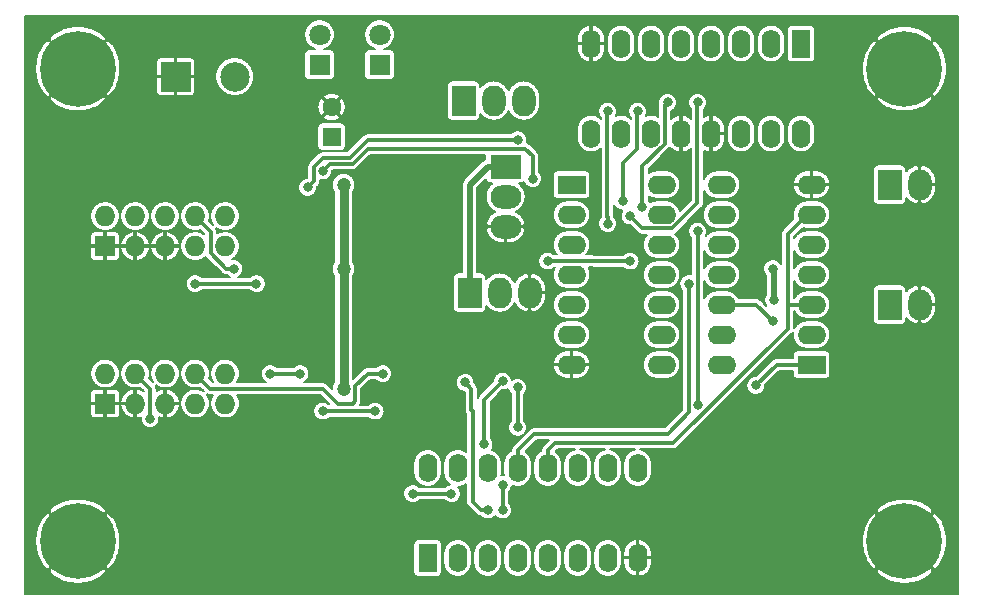
<source format=gtl>
%TF.GenerationSoftware,KiCad,Pcbnew,(2017-10-29 revision a6f84051e)-master*%
%TF.CreationDate,2018-04-26T10:12:28+02:00*%
%TF.ProjectId,ledbox,6C6564626F782E6B696361645F706362,rev?*%
%TF.SameCoordinates,Original*%
%TF.FileFunction,Copper,L1,Top,Signal*%
%TF.FilePolarity,Positive*%
%FSLAX46Y46*%
G04 Gerber Fmt 4.6, Leading zero omitted, Abs format (unit mm)*
G04 Created by KiCad (PCBNEW (2017-10-29 revision a6f84051e)-master) date Thursday, 26 April 2018 'AMt' 10:12:28*
%MOMM*%
%LPD*%
G01*
G04 APERTURE LIST*
%TA.AperFunction,ComponentPad*%
%ADD10C,6.400000*%
%TD*%
%TA.AperFunction,ComponentPad*%
%ADD11C,0.800000*%
%TD*%
%TA.AperFunction,ComponentPad*%
%ADD12R,1.600000X1.600000*%
%TD*%
%TA.AperFunction,ComponentPad*%
%ADD13C,1.600000*%
%TD*%
%TA.AperFunction,ComponentPad*%
%ADD14R,1.800000X1.800000*%
%TD*%
%TA.AperFunction,ComponentPad*%
%ADD15C,1.800000*%
%TD*%
%TA.AperFunction,ComponentPad*%
%ADD16O,2.600000X2.000000*%
%TD*%
%TA.AperFunction,ComponentPad*%
%ADD17R,2.600000X2.000000*%
%TD*%
%TA.AperFunction,ComponentPad*%
%ADD18R,2.500000X2.500000*%
%TD*%
%TA.AperFunction,ComponentPad*%
%ADD19C,2.500000*%
%TD*%
%TA.AperFunction,ComponentPad*%
%ADD20R,2.000000X2.600000*%
%TD*%
%TA.AperFunction,ComponentPad*%
%ADD21O,2.000000X2.600000*%
%TD*%
%TA.AperFunction,ComponentPad*%
%ADD22R,1.600000X2.400000*%
%TD*%
%TA.AperFunction,ComponentPad*%
%ADD23O,1.600000X2.400000*%
%TD*%
%TA.AperFunction,ComponentPad*%
%ADD24R,2.400000X1.600000*%
%TD*%
%TA.AperFunction,ComponentPad*%
%ADD25O,2.400000X1.600000*%
%TD*%
%TA.AperFunction,ComponentPad*%
%ADD26O,1.727200X1.727200*%
%TD*%
%TA.AperFunction,ComponentPad*%
%ADD27R,1.727200X1.727200*%
%TD*%
%TA.AperFunction,ViaPad*%
%ADD28C,0.500000*%
%TD*%
%TA.AperFunction,ViaPad*%
%ADD29C,0.800000*%
%TD*%
%TA.AperFunction,ViaPad*%
%ADD30C,1.200000*%
%TD*%
%TA.AperFunction,Conductor*%
%ADD31C,0.500000*%
%TD*%
%TA.AperFunction,Conductor*%
%ADD32C,0.750000*%
%TD*%
%TA.AperFunction,Conductor*%
%ADD33C,0.300000*%
%TD*%
%TA.AperFunction,Conductor*%
%ADD34C,0.200000*%
%TD*%
G04 APERTURE END LIST*
D10*
%TO.P,REF\002A\002A,1*%
%TO.N,GND*%
X105000000Y-105000000D03*
D11*
%TO.N,N/C*%
X107400000Y-105000000D03*
X106697056Y-106697056D03*
X105000000Y-107400000D03*
X103302944Y-106697056D03*
X102600000Y-105000000D03*
X103302944Y-103302944D03*
X105000000Y-102600000D03*
X106697056Y-103302944D03*
%TD*%
%TO.P,REF\002A\002A,1*%
%TO.N,N/C*%
X106697056Y-143302944D03*
X105000000Y-142600000D03*
X103302944Y-143302944D03*
X102600000Y-145000000D03*
X103302944Y-146697056D03*
X105000000Y-147400000D03*
X106697056Y-146697056D03*
X107400000Y-145000000D03*
D10*
%TO.N,GND*%
X105000000Y-145000000D03*
%TD*%
%TO.P,REF\002A\002A,1*%
%TO.N,GND*%
X175000000Y-145000000D03*
D11*
%TO.N,N/C*%
X177400000Y-145000000D03*
X176697056Y-146697056D03*
X175000000Y-147400000D03*
X173302944Y-146697056D03*
X172600000Y-145000000D03*
X173302944Y-143302944D03*
X175000000Y-142600000D03*
X176697056Y-143302944D03*
%TD*%
%TO.P,REF\002A\002A,1*%
%TO.N,N/C*%
X176697056Y-103302944D03*
X175000000Y-102600000D03*
X173302944Y-103302944D03*
X172600000Y-105000000D03*
X173302944Y-106697056D03*
X175000000Y-107400000D03*
X176697056Y-106697056D03*
X177400000Y-105000000D03*
D10*
%TO.N,GND*%
X175000000Y-105000000D03*
%TD*%
D12*
%TO.P,C101,1*%
%TO.N,+5V*%
X126492000Y-110744000D03*
D13*
%TO.P,C101,2*%
%TO.N,GND*%
X126492000Y-108244000D03*
%TD*%
D14*
%TO.P,D201,1*%
%TO.N,Net-(D201-Pad1)*%
X130556000Y-104648000D03*
D15*
%TO.P,D201,2*%
%TO.N,+5V*%
X130556000Y-102108000D03*
%TD*%
%TO.P,D202,2*%
%TO.N,+5V*%
X125476000Y-102108000D03*
D14*
%TO.P,D202,1*%
%TO.N,Net-(D202-Pad1)*%
X125476000Y-104648000D03*
%TD*%
D16*
%TO.P,J101,3*%
%TO.N,GND*%
X141224000Y-118364000D03*
%TO.P,J101,2*%
%TO.N,/Logic/ADD_IN*%
X141224000Y-115824000D03*
D17*
%TO.P,J101,1*%
%TO.N,+5V*%
X141224000Y-113284000D03*
%TD*%
D18*
%TO.P,J102,1*%
%TO.N,GND*%
X113284000Y-105664000D03*
D19*
%TO.P,J102,2*%
%TO.N,+5V*%
X118284000Y-105664000D03*
%TD*%
D20*
%TO.P,J104,1*%
%TO.N,+5V*%
X138176000Y-123952000D03*
D21*
%TO.P,J104,2*%
%TO.N,/Logic/ADD_OUT*%
X140716000Y-123952000D03*
%TO.P,J104,3*%
%TO.N,GND*%
X143256000Y-123952000D03*
%TD*%
D20*
%TO.P,J301,1*%
%TO.N,Net-(J301-Pad1)*%
X173736000Y-114808000D03*
D21*
%TO.P,J301,2*%
%TO.N,GND*%
X176276000Y-114808000D03*
%TD*%
%TO.P,J401,2*%
%TO.N,GND*%
X176276000Y-124968000D03*
D20*
%TO.P,J401,1*%
%TO.N,Net-(J401-Pad1)*%
X173736000Y-124968000D03*
%TD*%
%TO.P,J501,1*%
%TO.N,+5V*%
X137668000Y-107696000D03*
D21*
%TO.P,J501,2*%
%TO.N,/Interface/IR_LED_DRV*%
X140208000Y-107696000D03*
%TO.P,J501,3*%
%TO.N,+5V*%
X142748000Y-107696000D03*
%TD*%
D22*
%TO.P,U201,1*%
%TO.N,+5V*%
X166243000Y-102870000D03*
D23*
%TO.P,U201,9*%
%TO.N,/LED_LOAD*%
X148463000Y-110490000D03*
%TO.P,U201,2*%
%TO.N,Net-(TP203-Pad1)*%
X163703000Y-102870000D03*
%TO.P,U201,10*%
%TO.N,Net-(U201-Pad10)*%
X151003000Y-110490000D03*
%TO.P,U201,3*%
%TO.N,/Logic/LED_INDICATOR*%
X161163000Y-102870000D03*
%TO.P,U201,11*%
%TO.N,Net-(U201-Pad11)*%
X153543000Y-110490000D03*
%TO.P,U201,4*%
%TO.N,/Logic/LED_OUT*%
X158623000Y-102870000D03*
%TO.P,U201,12*%
%TO.N,GND*%
X156083000Y-110490000D03*
%TO.P,U201,5*%
%TO.N,/Logic/LED_OUT_ADD*%
X156083000Y-102870000D03*
%TO.P,U201,13*%
%TO.N,GND*%
X158623000Y-110490000D03*
%TO.P,U201,6*%
%TO.N,/Logic/LED_INDICATOR_ADD*%
X153543000Y-102870000D03*
%TO.P,U201,14*%
%TO.N,Net-(U201-Pad14)*%
X161163000Y-110490000D03*
%TO.P,U201,7*%
%TO.N,Net-(TP205-Pad1)*%
X151003000Y-102870000D03*
%TO.P,U201,15*%
%TO.N,Net-(U201-Pad15)*%
X163703000Y-110490000D03*
%TO.P,U201,8*%
%TO.N,GND*%
X148463000Y-102870000D03*
%TO.P,U201,16*%
%TO.N,+5V*%
X166243000Y-110490000D03*
%TD*%
%TO.P,U202,16*%
%TO.N,+5V*%
X134620000Y-138797000D03*
%TO.P,U202,8*%
%TO.N,GND*%
X152400000Y-146417000D03*
%TO.P,U202,15*%
%TO.N,Net-(JP204-Pad1)*%
X137160000Y-138797000D03*
%TO.P,U202,7*%
%TO.N,/Logic/LED_OUT_ADD*%
X149860000Y-146417000D03*
%TO.P,U202,14*%
%TO.N,Net-(U202-Pad14)*%
X139700000Y-138797000D03*
%TO.P,U202,6*%
%TO.N,Net-(U202-Pad6)*%
X147320000Y-146417000D03*
%TO.P,U202,13*%
%TO.N,/Logic/button_mux_add/BTN_OUT*%
X142240000Y-138797000D03*
%TO.P,U202,5*%
%TO.N,/Logic/LED_OUT*%
X144780000Y-146417000D03*
%TO.P,U202,12*%
%TO.N,/Logic/button_mux/BTN_OUT*%
X144780000Y-138797000D03*
%TO.P,U202,4*%
%TO.N,/LED_DATA_IN*%
X142240000Y-146417000D03*
%TO.P,U202,11*%
%TO.N,Net-(U202-Pad11)*%
X147320000Y-138797000D03*
%TO.P,U202,3*%
%TO.N,Net-(U202-Pad3)*%
X139700000Y-146417000D03*
%TO.P,U202,10*%
%TO.N,/Logic/BTN_OUT*%
X149860000Y-138797000D03*
%TO.P,U202,2*%
%TO.N,/Logic/LED_OUT*%
X137160000Y-146417000D03*
%TO.P,U202,9*%
%TO.N,/CLK*%
X152400000Y-138797000D03*
D22*
%TO.P,U202,1*%
%TO.N,+5V*%
X134620000Y-146417000D03*
%TD*%
D24*
%TO.P,U203,1*%
%TO.N,/IR_CLK*%
X146812000Y-114808000D03*
D25*
%TO.P,U203,8*%
%TO.N,Net-(TP303-Pad1)*%
X154432000Y-130048000D03*
%TO.P,U203,2*%
%TO.N,Net-(TP203-Pad1)*%
X146812000Y-117348000D03*
%TO.P,U203,9*%
%TO.N,/BTN_LOAD*%
X154432000Y-127508000D03*
%TO.P,U203,3*%
%TO.N,/Logic/IR_LED*%
X146812000Y-119888000D03*
%TO.P,U203,10*%
%TO.N,/BTN_LOAD*%
X154432000Y-124968000D03*
%TO.P,U203,4*%
%TO.N,/Logic/ADD_IN*%
X146812000Y-122428000D03*
%TO.P,U203,11*%
%TO.N,Net-(TP403-Pad1)*%
X154432000Y-122428000D03*
%TO.P,U203,5*%
%TO.N,Net-(TP205-Pad1)*%
X146812000Y-124968000D03*
%TO.P,U203,12*%
%TO.N,/BTN_LOAD*%
X154432000Y-119888000D03*
%TO.P,U203,6*%
%TO.N,/Logic/ADD_OUT*%
X146812000Y-127508000D03*
%TO.P,U203,13*%
%TO.N,/BTN_LOAD*%
X154432000Y-117348000D03*
%TO.P,U203,7*%
%TO.N,GND*%
X146812000Y-130048000D03*
%TO.P,U203,14*%
%TO.N,+5V*%
X154432000Y-114808000D03*
%TD*%
%TO.P,U204,14*%
%TO.N,+5V*%
X159512000Y-130048000D03*
%TO.P,U204,7*%
%TO.N,GND*%
X167132000Y-114808000D03*
%TO.P,U204,13*%
%TO.N,/BTN_LOAD*%
X159512000Y-127508000D03*
%TO.P,U204,6*%
%TO.N,/Logic/button_mux/BTN_OUT*%
X167132000Y-117348000D03*
%TO.P,U204,12*%
%TO.N,Net-(JP401-Pad2)*%
X159512000Y-124968000D03*
%TO.P,U204,5*%
%TO.N,Net-(JP301-Pad2)*%
X167132000Y-119888000D03*
%TO.P,U204,11*%
%TO.N,/Logic/button_mux_add/BTN_OUT*%
X159512000Y-122428000D03*
%TO.P,U204,4*%
%TO.N,/BTN_LOAD*%
X167132000Y-122428000D03*
%TO.P,U204,10*%
%TO.N,Net-(TP403-Pad1)*%
X159512000Y-119888000D03*
%TO.P,U204,3*%
%TO.N,/Logic/button_mux/BTN_OUT*%
X167132000Y-124968000D03*
%TO.P,U204,9*%
%TO.N,/Logic/BTN_OUT*%
X159512000Y-117348000D03*
%TO.P,U204,2*%
%TO.N,/BTN_DATA_IN*%
X167132000Y-127508000D03*
%TO.P,U204,8*%
%TO.N,/Logic/button_mux_add/BTN_OUT*%
X159512000Y-114808000D03*
D24*
%TO.P,U204,1*%
%TO.N,Net-(TP303-Pad1)*%
X167132000Y-130048000D03*
%TD*%
D26*
%TO.P,J103,10*%
%TO.N,/LED_DATA_IN*%
X117475000Y-117475000D03*
%TO.P,J103,9*%
%TO.N,/LED_LOAD*%
X117475000Y-120015000D03*
%TO.P,J103,8*%
%TO.N,/BTN_DATA_OUT*%
X114935000Y-117475000D03*
%TO.P,J103,7*%
%TO.N,/BTN_LOAD*%
X114935000Y-120015000D03*
%TO.P,J103,6*%
%TO.N,/IR_CLK*%
X112395000Y-117475000D03*
%TO.P,J103,5*%
%TO.N,GND*%
X112395000Y-120015000D03*
%TO.P,J103,4*%
%TO.N,/RGB_IN*%
X109855000Y-117475000D03*
%TO.P,J103,3*%
%TO.N,GND*%
X109855000Y-120015000D03*
%TO.P,J103,2*%
%TO.N,/CLK*%
X107315000Y-117475000D03*
D27*
%TO.P,J103,1*%
%TO.N,GND*%
X107315000Y-120015000D03*
%TD*%
%TO.P,J105,1*%
%TO.N,GND*%
X107315000Y-133350000D03*
D26*
%TO.P,J105,2*%
%TO.N,/CLK*%
X107315000Y-130810000D03*
%TO.P,J105,3*%
%TO.N,GND*%
X109855000Y-133350000D03*
%TO.P,J105,4*%
%TO.N,/RGB_OUT*%
X109855000Y-130810000D03*
%TO.P,J105,5*%
%TO.N,GND*%
X112395000Y-133350000D03*
%TO.P,J105,6*%
%TO.N,/IR_CLK*%
X112395000Y-130810000D03*
%TO.P,J105,7*%
%TO.N,/BTN_LOAD*%
X114935000Y-133350000D03*
%TO.P,J105,8*%
%TO.N,/BTN_DATA_IN*%
X114935000Y-130810000D03*
%TO.P,J105,9*%
%TO.N,/LED_LOAD*%
X117475000Y-133350000D03*
%TO.P,J105,10*%
%TO.N,/LED_DATA_OUT*%
X117475000Y-130810000D03*
%TD*%
D28*
%TO.N,GND*%
X126238000Y-118872000D03*
X126238000Y-117856000D03*
X125222000Y-118872000D03*
X125984000Y-124460000D03*
X124714000Y-124460000D03*
X125222000Y-132842000D03*
X123952000Y-132842000D03*
X113792000Y-122428000D03*
X113284000Y-122936000D03*
X119380000Y-131064000D03*
X120904000Y-133096000D03*
X119380000Y-134112000D03*
X144145000Y-104775000D03*
X139700000Y-104140000D03*
X135255000Y-104775000D03*
X142748000Y-101092000D03*
X138684000Y-101092000D03*
X134620000Y-101092000D03*
X130175000Y-109855000D03*
X116205000Y-115570000D03*
X114300000Y-115570000D03*
X114808000Y-128524000D03*
X115316000Y-125984000D03*
X117348000Y-128524000D03*
X117348000Y-125984000D03*
X125730000Y-128270000D03*
X128905000Y-128270000D03*
X141605000Y-136525000D03*
X134620000Y-135890000D03*
X132715000Y-135890000D03*
X162560000Y-116205000D03*
X162560000Y-120015000D03*
X152400000Y-126365000D03*
X152400000Y-128905000D03*
X151130000Y-131445000D03*
X154305000Y-133985000D03*
X152400000Y-133985000D03*
X169545000Y-106680000D03*
X168275000Y-107950000D03*
X168275000Y-105410000D03*
X165100000Y-131445000D03*
X165100000Y-128905000D03*
X125984000Y-121920000D03*
X124714000Y-121920000D03*
X137160000Y-119380000D03*
X135890000Y-119380000D03*
X134620000Y-119380000D03*
X133350000Y-119380000D03*
X148590000Y-115570000D03*
X148590000Y-114300000D03*
X133350000Y-106045000D03*
X131445000Y-106680000D03*
X131445000Y-107950000D03*
X130810000Y-117475000D03*
X129540000Y-117475000D03*
X124460000Y-116840000D03*
X123190000Y-118110000D03*
X121920000Y-118110000D03*
X120650000Y-117475000D03*
X120650000Y-116205000D03*
X120650000Y-127000000D03*
X121920000Y-128270000D03*
X123190000Y-128270000D03*
X124460000Y-127000000D03*
X126365000Y-130810000D03*
X123952000Y-133858000D03*
X124460000Y-136525000D03*
X123190000Y-137795000D03*
X121920000Y-137795000D03*
X120650000Y-137160000D03*
X120396000Y-136144000D03*
X132080000Y-144145000D03*
X132080000Y-140970000D03*
X130810000Y-141605000D03*
X130810000Y-143510000D03*
X176530000Y-120015000D03*
X176530000Y-121285000D03*
X175260000Y-121285000D03*
X176530000Y-130175000D03*
X176530000Y-131445000D03*
X175260000Y-131445000D03*
X177800000Y-128270000D03*
X176530000Y-128270000D03*
X177800000Y-111760000D03*
X175895000Y-111760000D03*
X149225000Y-104775000D03*
X147320000Y-104775000D03*
X158750000Y-107950000D03*
X156210000Y-107950000D03*
D29*
%TO.N,+5V*%
X163830000Y-121920000D03*
X163925331Y-124555331D03*
D30*
X127508000Y-121920000D03*
X127508000Y-132080000D03*
X127508000Y-114808000D03*
D29*
%TO.N,/BTN_LOAD*%
X151765000Y-121285000D03*
X114935000Y-123190000D03*
X120130000Y-123190000D03*
X144780000Y-121285000D03*
%TO.N,/BTN_DATA_OUT*%
X123825000Y-130810000D03*
X121285000Y-130810000D03*
X118225000Y-121920000D03*
%TO.N,/LED_DATA_IN*%
X137795000Y-131560000D03*
X139700000Y-142355000D03*
%TO.N,/CLK*%
X133350000Y-140970000D03*
X136640000Y-140970000D03*
%TO.N,/IR_CLK*%
X125730000Y-113665000D03*
X143510000Y-114300000D03*
%TO.N,/LED_LOAD*%
X124460000Y-115050000D03*
X142240000Y-111010000D03*
%TO.N,/RGB_OUT*%
X111125000Y-134620000D03*
%TO.N,/LED_DATA_OUT*%
X130175000Y-133985000D03*
X125730000Y-133985000D03*
%TO.N,/BTN_DATA_IN*%
X130810000Y-130810000D03*
%TO.N,/Logic/LED_OUT*%
X157480000Y-107835000D03*
X151765000Y-117475000D03*
X140970000Y-131445000D03*
X139401469Y-136815068D03*
%TO.N,/Logic/LED_OUT_ADD*%
X154940000Y-107835000D03*
X152784592Y-116712410D03*
X142240000Y-131965000D03*
X142240000Y-135362002D03*
X140970000Y-142355000D03*
X140970000Y-140220000D03*
%TO.N,/Logic/BTN_OUT*%
X157480000Y-118745000D03*
X157480000Y-133465000D03*
%TO.N,Net-(JP401-Pad2)*%
X163830000Y-126365000D03*
%TO.N,Net-(TP203-Pad1)*%
X152400000Y-108585000D03*
X151130000Y-116205000D03*
%TO.N,Net-(TP205-Pad1)*%
X149860000Y-108585000D03*
X149860000Y-118110000D03*
%TO.N,Net-(TP303-Pad1)*%
X162404669Y-131809669D03*
%TO.N,/Logic/button_mux_add/BTN_OUT*%
X156730000Y-123190000D03*
%TD*%
D31*
%TO.N,+5V*%
X163925331Y-124555331D02*
X163925331Y-122015331D01*
X163925331Y-122015331D02*
X163830000Y-121920000D01*
X139700000Y-113284000D02*
X141224000Y-113284000D01*
X138176000Y-123952000D02*
X138176000Y-117475000D01*
X139700000Y-113284000D02*
X138176000Y-114808000D01*
X138176000Y-114808000D02*
X138176000Y-117475000D01*
D32*
X127508000Y-114808000D02*
X127508000Y-121920000D01*
X127508000Y-121920000D02*
X127508000Y-124968000D01*
X127508000Y-124968000D02*
X127508000Y-132080000D01*
D33*
%TO.N,/BTN_LOAD*%
X151765000Y-121285000D02*
X149225000Y-121285000D01*
X120130000Y-123190000D02*
X114935000Y-123190000D01*
X149225000Y-121285000D02*
X148659315Y-121285000D01*
X148659315Y-121285000D02*
X148652305Y-121277990D01*
X148652305Y-121277990D02*
X144787010Y-121277990D01*
X144787010Y-121277990D02*
X144780000Y-121285000D01*
%TO.N,/BTN_DATA_OUT*%
X121285000Y-130810000D02*
X123825000Y-130810000D01*
X114935000Y-117475000D02*
X116261399Y-118801399D01*
X116261399Y-118801399D02*
X116261399Y-120597529D01*
X116261399Y-120597529D02*
X117583870Y-121920000D01*
X117583870Y-121920000D02*
X118225000Y-121920000D01*
%TO.N,/LED_DATA_IN*%
X138430000Y-141650685D02*
X138430000Y-133985000D01*
X138315000Y-132080000D02*
X138315000Y-133870000D01*
X138315000Y-133870000D02*
X138430000Y-133985000D01*
X137795000Y-131560000D02*
X138315000Y-132080000D01*
X139700000Y-142355000D02*
X139134315Y-142355000D01*
X139134315Y-142355000D02*
X138430000Y-141650685D01*
%TO.N,/CLK*%
X136640000Y-140970000D02*
X133350000Y-140970000D01*
%TO.N,/IR_CLK*%
X126365000Y-113030000D02*
X125730000Y-113665000D01*
X142875000Y-111760000D02*
X129540000Y-111760000D01*
X126365000Y-113030000D02*
X128270000Y-113030000D01*
X128270000Y-113030000D02*
X129540000Y-111760000D01*
X143510000Y-112395000D02*
X142875000Y-111760000D01*
X143510000Y-112639998D02*
X143510000Y-112395000D01*
X143510000Y-114300000D02*
X143510000Y-112639998D01*
%TO.N,/LED_LOAD*%
X124979999Y-113304999D02*
X124979999Y-114530001D01*
X124979999Y-114530001D02*
X124460000Y-115050000D01*
X124979999Y-113304999D02*
X125755008Y-112529990D01*
X125755008Y-112529990D02*
X128062890Y-112529990D01*
X128062890Y-112529990D02*
X129582880Y-111010000D01*
X129582880Y-111010000D02*
X142240000Y-111010000D01*
%TO.N,/RGB_OUT*%
X111125000Y-132080000D02*
X111125000Y-134620000D01*
X109855000Y-130810000D02*
X111125000Y-132080000D01*
%TO.N,/LED_DATA_OUT*%
X125730000Y-133985000D02*
X130175000Y-133985000D01*
%TO.N,/BTN_DATA_IN*%
X129540000Y-130810000D02*
X128458001Y-131891999D01*
X128458001Y-131891999D02*
X128458001Y-133161999D01*
X128458001Y-133161999D02*
X128270000Y-133350000D01*
X130810000Y-130810000D02*
X129540000Y-130810000D01*
X128270000Y-133350000D02*
X127000000Y-133350000D01*
X127000000Y-133350000D02*
X125730000Y-132080000D01*
X125730000Y-132080000D02*
X116205000Y-132080000D01*
X116205000Y-132080000D02*
X114935000Y-130810000D01*
%TO.N,/Logic/LED_OUT*%
X151765000Y-117475000D02*
X152788010Y-118498010D01*
X152788010Y-118498010D02*
X155308349Y-118498010D01*
X155308349Y-118498010D02*
X157472990Y-116333369D01*
X157472990Y-116333369D02*
X157472990Y-107842010D01*
X157472990Y-107842010D02*
X157480000Y-107835000D01*
X139401469Y-136815068D02*
X139401469Y-133013531D01*
X139401469Y-133013531D02*
X140970000Y-131445000D01*
%TO.N,/Logic/LED_OUT_ADD*%
X152784592Y-116712410D02*
X152784592Y-113274767D01*
X152784592Y-113274767D02*
X154693010Y-111366349D01*
X154693010Y-111366349D02*
X154693010Y-108081990D01*
X154693010Y-108081990D02*
X154940000Y-107835000D01*
X142240000Y-135362002D02*
X142240000Y-131965000D01*
X140970000Y-140220000D02*
X140970000Y-142355000D01*
%TO.N,/Logic/BTN_OUT*%
X157480000Y-133465000D02*
X157480000Y-118745000D01*
%TO.N,Net-(JP401-Pad2)*%
X159512000Y-124968000D02*
X162433000Y-124968000D01*
X162433000Y-124968000D02*
X163830000Y-126365000D01*
%TO.N,Net-(TP203-Pad1)*%
X152392990Y-111760000D02*
X152392990Y-108592010D01*
X151130000Y-116205000D02*
X151130000Y-113022990D01*
X151130000Y-113022990D02*
X152392990Y-111760000D01*
X152392990Y-108592010D02*
X152400000Y-108585000D01*
%TO.N,Net-(TP205-Pad1)*%
X149860000Y-118110000D02*
X149860000Y-117544315D01*
X149860000Y-117544315D02*
X149852990Y-117537305D01*
X149852990Y-117537305D02*
X149852990Y-108592010D01*
X149852990Y-108592010D02*
X149860000Y-108585000D01*
%TO.N,Net-(TP303-Pad1)*%
X162404669Y-131809669D02*
X164166338Y-130048000D01*
X164166338Y-130048000D02*
X167132000Y-130048000D01*
%TO.N,/Logic/button_mux/BTN_OUT*%
X144780000Y-138797000D02*
X144780000Y-137297000D01*
X145415000Y-136662000D02*
X155438000Y-136662000D01*
X144780000Y-137297000D02*
X145415000Y-136662000D01*
X165100000Y-127000000D02*
X165100000Y-126365000D01*
X155438000Y-136662000D02*
X165100000Y-127000000D01*
X165100000Y-126365000D02*
X165100000Y-125095000D01*
X165100000Y-125095000D02*
X165100000Y-123336000D01*
X167132000Y-124968000D02*
X165227000Y-124968000D01*
X165227000Y-124968000D02*
X165100000Y-125095000D01*
X165100000Y-123336000D02*
X165100000Y-118980000D01*
X165100000Y-118980000D02*
X166732000Y-117348000D01*
X166732000Y-117348000D02*
X167132000Y-117348000D01*
X167132000Y-124968000D02*
X166732000Y-124968000D01*
%TO.N,/Logic/button_mux_add/BTN_OUT*%
X156729999Y-133825001D02*
X156729999Y-123190001D01*
X156729999Y-123190001D02*
X156730000Y-123190000D01*
X154940000Y-135890000D02*
X156729999Y-134100001D01*
X156729999Y-134100001D02*
X156729999Y-133825001D01*
X143647000Y-135890000D02*
X154940000Y-135890000D01*
X142240000Y-138797000D02*
X142240000Y-137297000D01*
X142240000Y-137297000D02*
X143647000Y-135890000D01*
%TD*%
D34*
%TO.N,GND*%
G36*
X179500000Y-149500000D02*
X100500000Y-149500000D01*
X100500000Y-145085348D01*
X101399926Y-145085348D01*
X101408450Y-145261892D01*
X101425626Y-145437805D01*
X101451414Y-145612663D01*
X101485750Y-145786047D01*
X101528553Y-145957536D01*
X101579718Y-146126719D01*
X101639124Y-146293187D01*
X101706625Y-146456540D01*
X101782062Y-146616384D01*
X101865250Y-146772333D01*
X101955990Y-146924014D01*
X102054064Y-147071058D01*
X102057553Y-147076010D01*
X102489256Y-147440033D01*
X102703003Y-147226286D01*
X102713889Y-147238720D01*
X102741052Y-147266848D01*
X102769557Y-147293616D01*
X102773629Y-147297082D01*
X102559967Y-147510744D01*
X102923990Y-147942447D01*
X103070870Y-148040768D01*
X103222397Y-148131763D01*
X103378207Y-148215213D01*
X103537923Y-148290918D01*
X103701162Y-148358695D01*
X103867530Y-148418380D01*
X104036626Y-148469831D01*
X104208043Y-148512922D01*
X104381368Y-148547550D01*
X104556184Y-148573632D01*
X104732068Y-148591105D01*
X104908598Y-148599926D01*
X105085348Y-148600074D01*
X105261892Y-148591550D01*
X105437805Y-148574374D01*
X105612663Y-148548586D01*
X105786047Y-148514250D01*
X105957536Y-148471447D01*
X106126719Y-148420282D01*
X106293187Y-148360876D01*
X106456540Y-148293375D01*
X106616384Y-148217938D01*
X106772333Y-148134750D01*
X106924014Y-148044010D01*
X107071058Y-147945936D01*
X107076010Y-147942447D01*
X107440033Y-147510744D01*
X107226314Y-147297025D01*
X107234594Y-147289878D01*
X107262912Y-147262912D01*
X107289878Y-147234594D01*
X107297025Y-147226314D01*
X107510744Y-147440033D01*
X107942447Y-147076010D01*
X108040768Y-146929130D01*
X108131763Y-146777603D01*
X108215213Y-146621793D01*
X108290918Y-146462077D01*
X108358695Y-146298838D01*
X108418380Y-146132470D01*
X108469831Y-145963374D01*
X108512922Y-145791957D01*
X108547550Y-145618632D01*
X108573632Y-145443816D01*
X108591105Y-145267932D01*
X108593650Y-145217000D01*
X133419880Y-145217000D01*
X133419880Y-147617000D01*
X133420362Y-147636633D01*
X133421807Y-147656219D01*
X133424211Y-147675710D01*
X133427568Y-147695060D01*
X133431871Y-147714221D01*
X133437109Y-147733149D01*
X133443269Y-147751796D01*
X133450337Y-147770119D01*
X133458296Y-147788073D01*
X133467126Y-147805615D01*
X133476806Y-147822703D01*
X133487312Y-147839295D01*
X133498621Y-147855351D01*
X133510703Y-147870833D01*
X133523531Y-147885704D01*
X133537072Y-147899928D01*
X133551296Y-147913469D01*
X133566167Y-147926297D01*
X133581649Y-147938379D01*
X133597705Y-147949688D01*
X133614297Y-147960194D01*
X133631385Y-147969874D01*
X133648927Y-147978704D01*
X133666881Y-147986663D01*
X133685204Y-147993731D01*
X133703851Y-147999891D01*
X133722779Y-148005129D01*
X133741940Y-148009432D01*
X133761290Y-148012789D01*
X133780781Y-148015193D01*
X133800367Y-148016638D01*
X133820000Y-148017120D01*
X135420000Y-148017120D01*
X135439633Y-148016638D01*
X135459219Y-148015193D01*
X135478710Y-148012789D01*
X135498060Y-148009432D01*
X135517221Y-148005129D01*
X135536149Y-147999891D01*
X135554796Y-147993731D01*
X135573119Y-147986663D01*
X135591073Y-147978704D01*
X135608615Y-147969874D01*
X135625703Y-147960194D01*
X135642295Y-147949688D01*
X135658351Y-147938379D01*
X135673833Y-147926297D01*
X135688704Y-147913469D01*
X135702928Y-147899928D01*
X135716469Y-147885704D01*
X135729297Y-147870833D01*
X135741379Y-147855351D01*
X135752688Y-147839295D01*
X135763194Y-147822703D01*
X135772874Y-147805615D01*
X135781704Y-147788073D01*
X135789663Y-147770119D01*
X135796731Y-147751796D01*
X135802891Y-147733149D01*
X135808129Y-147714221D01*
X135812432Y-147695060D01*
X135815789Y-147675710D01*
X135818193Y-147656219D01*
X135819638Y-147636633D01*
X135820120Y-147617000D01*
X135820120Y-146016518D01*
X135960000Y-146016518D01*
X135960000Y-146817482D01*
X135961433Y-146876102D01*
X135965727Y-146934581D01*
X135972873Y-146992782D01*
X135982854Y-147050563D01*
X135995645Y-147107788D01*
X136011217Y-147164320D01*
X136029531Y-147220024D01*
X136050545Y-147274766D01*
X136074208Y-147328417D01*
X136100463Y-147380848D01*
X136129248Y-147431933D01*
X136160495Y-147481552D01*
X136194127Y-147529585D01*
X136230067Y-147575917D01*
X136268226Y-147620439D01*
X136308515Y-147663043D01*
X136350837Y-147703628D01*
X136395091Y-147742098D01*
X136441172Y-147778360D01*
X136488969Y-147812327D01*
X136538368Y-147843919D01*
X136589251Y-147873060D01*
X136641497Y-147899681D01*
X136694981Y-147923718D01*
X136749576Y-147945113D01*
X136805150Y-147963816D01*
X136861572Y-147979782D01*
X136918706Y-147992972D01*
X136976417Y-148003356D01*
X137034566Y-148010908D01*
X137093014Y-148015611D01*
X137151622Y-148017453D01*
X137210251Y-148016429D01*
X137268759Y-148012543D01*
X137327008Y-148005804D01*
X137384858Y-147996227D01*
X137442171Y-147983835D01*
X137498810Y-147968659D01*
X137554640Y-147950734D01*
X137609528Y-147930103D01*
X137663342Y-147906815D01*
X137715955Y-147880926D01*
X137767241Y-147852498D01*
X137817076Y-147821599D01*
X137865342Y-147788302D01*
X137911925Y-147752688D01*
X137956711Y-147714840D01*
X137999596Y-147674849D01*
X138040476Y-147632812D01*
X138079253Y-147588827D01*
X138115836Y-147543001D01*
X138150136Y-147495442D01*
X138182072Y-147446265D01*
X138211568Y-147395586D01*
X138238553Y-147343527D01*
X138262962Y-147290212D01*
X138284738Y-147235768D01*
X138303829Y-147180326D01*
X138320188Y-147124017D01*
X138333777Y-147066976D01*
X138344564Y-147009339D01*
X138352522Y-146951245D01*
X138357632Y-146892831D01*
X138359883Y-146834237D01*
X138360000Y-146817482D01*
X138360000Y-146016518D01*
X138500000Y-146016518D01*
X138500000Y-146817482D01*
X138501433Y-146876102D01*
X138505727Y-146934581D01*
X138512873Y-146992782D01*
X138522854Y-147050563D01*
X138535645Y-147107788D01*
X138551217Y-147164320D01*
X138569531Y-147220024D01*
X138590545Y-147274766D01*
X138614208Y-147328417D01*
X138640463Y-147380848D01*
X138669248Y-147431933D01*
X138700495Y-147481552D01*
X138734127Y-147529585D01*
X138770067Y-147575917D01*
X138808226Y-147620439D01*
X138848515Y-147663043D01*
X138890837Y-147703628D01*
X138935091Y-147742098D01*
X138981172Y-147778360D01*
X139028969Y-147812327D01*
X139078368Y-147843919D01*
X139129251Y-147873060D01*
X139181497Y-147899681D01*
X139234981Y-147923718D01*
X139289576Y-147945113D01*
X139345150Y-147963816D01*
X139401572Y-147979782D01*
X139458706Y-147992972D01*
X139516417Y-148003356D01*
X139574566Y-148010908D01*
X139633014Y-148015611D01*
X139691622Y-148017453D01*
X139750251Y-148016429D01*
X139808759Y-148012543D01*
X139867008Y-148005804D01*
X139924858Y-147996227D01*
X139982171Y-147983835D01*
X140038810Y-147968659D01*
X140094640Y-147950734D01*
X140149528Y-147930103D01*
X140203342Y-147906815D01*
X140255955Y-147880926D01*
X140307241Y-147852498D01*
X140357076Y-147821599D01*
X140405342Y-147788302D01*
X140451925Y-147752688D01*
X140496711Y-147714840D01*
X140539596Y-147674849D01*
X140580476Y-147632812D01*
X140619253Y-147588827D01*
X140655836Y-147543001D01*
X140690136Y-147495442D01*
X140722072Y-147446265D01*
X140751568Y-147395586D01*
X140778553Y-147343527D01*
X140802962Y-147290212D01*
X140824738Y-147235768D01*
X140843829Y-147180326D01*
X140860188Y-147124017D01*
X140873777Y-147066976D01*
X140884564Y-147009339D01*
X140892522Y-146951245D01*
X140897632Y-146892831D01*
X140899883Y-146834237D01*
X140900000Y-146817482D01*
X140900000Y-146016518D01*
X141040000Y-146016518D01*
X141040000Y-146817482D01*
X141041433Y-146876102D01*
X141045727Y-146934581D01*
X141052873Y-146992782D01*
X141062854Y-147050563D01*
X141075645Y-147107788D01*
X141091217Y-147164320D01*
X141109531Y-147220024D01*
X141130545Y-147274766D01*
X141154208Y-147328417D01*
X141180463Y-147380848D01*
X141209248Y-147431933D01*
X141240495Y-147481552D01*
X141274127Y-147529585D01*
X141310067Y-147575917D01*
X141348226Y-147620439D01*
X141388515Y-147663043D01*
X141430837Y-147703628D01*
X141475091Y-147742098D01*
X141521172Y-147778360D01*
X141568969Y-147812327D01*
X141618368Y-147843919D01*
X141669251Y-147873060D01*
X141721497Y-147899681D01*
X141774981Y-147923718D01*
X141829576Y-147945113D01*
X141885150Y-147963816D01*
X141941572Y-147979782D01*
X141998706Y-147992972D01*
X142056417Y-148003356D01*
X142114566Y-148010908D01*
X142173014Y-148015611D01*
X142231622Y-148017453D01*
X142290251Y-148016429D01*
X142348759Y-148012543D01*
X142407008Y-148005804D01*
X142464858Y-147996227D01*
X142522171Y-147983835D01*
X142578810Y-147968659D01*
X142634640Y-147950734D01*
X142689528Y-147930103D01*
X142743342Y-147906815D01*
X142795955Y-147880926D01*
X142847241Y-147852498D01*
X142897076Y-147821599D01*
X142945342Y-147788302D01*
X142991925Y-147752688D01*
X143036711Y-147714840D01*
X143079596Y-147674849D01*
X143120476Y-147632812D01*
X143159253Y-147588827D01*
X143195836Y-147543001D01*
X143230136Y-147495442D01*
X143262072Y-147446265D01*
X143291568Y-147395586D01*
X143318553Y-147343527D01*
X143342962Y-147290212D01*
X143364738Y-147235768D01*
X143383829Y-147180326D01*
X143400188Y-147124017D01*
X143413777Y-147066976D01*
X143424564Y-147009339D01*
X143432522Y-146951245D01*
X143437632Y-146892831D01*
X143439883Y-146834237D01*
X143440000Y-146817482D01*
X143440000Y-146016518D01*
X143580000Y-146016518D01*
X143580000Y-146817482D01*
X143581433Y-146876102D01*
X143585727Y-146934581D01*
X143592873Y-146992782D01*
X143602854Y-147050563D01*
X143615645Y-147107788D01*
X143631217Y-147164320D01*
X143649531Y-147220024D01*
X143670545Y-147274766D01*
X143694208Y-147328417D01*
X143720463Y-147380848D01*
X143749248Y-147431933D01*
X143780495Y-147481552D01*
X143814127Y-147529585D01*
X143850067Y-147575917D01*
X143888226Y-147620439D01*
X143928515Y-147663043D01*
X143970837Y-147703628D01*
X144015091Y-147742098D01*
X144061172Y-147778360D01*
X144108969Y-147812327D01*
X144158368Y-147843919D01*
X144209251Y-147873060D01*
X144261497Y-147899681D01*
X144314981Y-147923718D01*
X144369576Y-147945113D01*
X144425150Y-147963816D01*
X144481572Y-147979782D01*
X144538706Y-147992972D01*
X144596417Y-148003356D01*
X144654566Y-148010908D01*
X144713014Y-148015611D01*
X144771622Y-148017453D01*
X144830251Y-148016429D01*
X144888759Y-148012543D01*
X144947008Y-148005804D01*
X145004858Y-147996227D01*
X145062171Y-147983835D01*
X145118810Y-147968659D01*
X145174640Y-147950734D01*
X145229528Y-147930103D01*
X145283342Y-147906815D01*
X145335955Y-147880926D01*
X145387241Y-147852498D01*
X145437076Y-147821599D01*
X145485342Y-147788302D01*
X145531925Y-147752688D01*
X145576711Y-147714840D01*
X145619596Y-147674849D01*
X145660476Y-147632812D01*
X145699253Y-147588827D01*
X145735836Y-147543001D01*
X145770136Y-147495442D01*
X145802072Y-147446265D01*
X145831568Y-147395586D01*
X145858553Y-147343527D01*
X145882962Y-147290212D01*
X145904738Y-147235768D01*
X145923829Y-147180326D01*
X145940188Y-147124017D01*
X145953777Y-147066976D01*
X145964564Y-147009339D01*
X145972522Y-146951245D01*
X145977632Y-146892831D01*
X145979883Y-146834237D01*
X145980000Y-146817482D01*
X145980000Y-146016518D01*
X146120000Y-146016518D01*
X146120000Y-146817482D01*
X146121433Y-146876102D01*
X146125727Y-146934581D01*
X146132873Y-146992782D01*
X146142854Y-147050563D01*
X146155645Y-147107788D01*
X146171217Y-147164320D01*
X146189531Y-147220024D01*
X146210545Y-147274766D01*
X146234208Y-147328417D01*
X146260463Y-147380848D01*
X146289248Y-147431933D01*
X146320495Y-147481552D01*
X146354127Y-147529585D01*
X146390067Y-147575917D01*
X146428226Y-147620439D01*
X146468515Y-147663043D01*
X146510837Y-147703628D01*
X146555091Y-147742098D01*
X146601172Y-147778360D01*
X146648969Y-147812327D01*
X146698368Y-147843919D01*
X146749251Y-147873060D01*
X146801497Y-147899681D01*
X146854981Y-147923718D01*
X146909576Y-147945113D01*
X146965150Y-147963816D01*
X147021572Y-147979782D01*
X147078706Y-147992972D01*
X147136417Y-148003356D01*
X147194566Y-148010908D01*
X147253014Y-148015611D01*
X147311622Y-148017453D01*
X147370251Y-148016429D01*
X147428759Y-148012543D01*
X147487008Y-148005804D01*
X147544858Y-147996227D01*
X147602171Y-147983835D01*
X147658810Y-147968659D01*
X147714640Y-147950734D01*
X147769528Y-147930103D01*
X147823342Y-147906815D01*
X147875955Y-147880926D01*
X147927241Y-147852498D01*
X147977076Y-147821599D01*
X148025342Y-147788302D01*
X148071925Y-147752688D01*
X148116711Y-147714840D01*
X148159596Y-147674849D01*
X148200476Y-147632812D01*
X148239253Y-147588827D01*
X148275836Y-147543001D01*
X148310136Y-147495442D01*
X148342072Y-147446265D01*
X148371568Y-147395586D01*
X148398553Y-147343527D01*
X148422962Y-147290212D01*
X148444738Y-147235768D01*
X148463829Y-147180326D01*
X148480188Y-147124017D01*
X148493777Y-147066976D01*
X148504564Y-147009339D01*
X148512522Y-146951245D01*
X148517632Y-146892831D01*
X148519883Y-146834237D01*
X148520000Y-146817482D01*
X148520000Y-146016518D01*
X148660000Y-146016518D01*
X148660000Y-146817482D01*
X148661433Y-146876102D01*
X148665727Y-146934581D01*
X148672873Y-146992782D01*
X148682854Y-147050563D01*
X148695645Y-147107788D01*
X148711217Y-147164320D01*
X148729531Y-147220024D01*
X148750545Y-147274766D01*
X148774208Y-147328417D01*
X148800463Y-147380848D01*
X148829248Y-147431933D01*
X148860495Y-147481552D01*
X148894127Y-147529585D01*
X148930067Y-147575917D01*
X148968226Y-147620439D01*
X149008515Y-147663043D01*
X149050837Y-147703628D01*
X149095091Y-147742098D01*
X149141172Y-147778360D01*
X149188969Y-147812327D01*
X149238368Y-147843919D01*
X149289251Y-147873060D01*
X149341497Y-147899681D01*
X149394981Y-147923718D01*
X149449576Y-147945113D01*
X149505150Y-147963816D01*
X149561572Y-147979782D01*
X149618706Y-147992972D01*
X149676417Y-148003356D01*
X149734566Y-148010908D01*
X149793014Y-148015611D01*
X149851622Y-148017453D01*
X149910251Y-148016429D01*
X149968759Y-148012543D01*
X150027008Y-148005804D01*
X150084858Y-147996227D01*
X150142171Y-147983835D01*
X150198810Y-147968659D01*
X150254640Y-147950734D01*
X150309528Y-147930103D01*
X150363342Y-147906815D01*
X150415955Y-147880926D01*
X150467241Y-147852498D01*
X150517076Y-147821599D01*
X150565342Y-147788302D01*
X150611925Y-147752688D01*
X150656711Y-147714840D01*
X150699596Y-147674849D01*
X150740476Y-147632812D01*
X150779253Y-147588827D01*
X150815836Y-147543001D01*
X150850136Y-147495442D01*
X150882072Y-147446265D01*
X150911568Y-147395586D01*
X150938553Y-147343527D01*
X150962962Y-147290212D01*
X150984738Y-147235768D01*
X151003829Y-147180326D01*
X151020188Y-147124017D01*
X151033777Y-147066976D01*
X151044564Y-147009339D01*
X151052522Y-146951245D01*
X151057632Y-146892831D01*
X151059883Y-146834237D01*
X151060000Y-146817482D01*
X151060000Y-146467000D01*
X151200000Y-146467000D01*
X151200000Y-146867000D01*
X151203899Y-146925821D01*
X151210679Y-146984380D01*
X151220325Y-147042536D01*
X151232812Y-147100148D01*
X151248111Y-147157078D01*
X151266185Y-147213189D01*
X151286991Y-147268345D01*
X151310478Y-147322414D01*
X151336590Y-147375266D01*
X151365264Y-147426773D01*
X151396431Y-147476811D01*
X151430015Y-147525259D01*
X151465936Y-147572001D01*
X151504107Y-147616924D01*
X151544437Y-147659920D01*
X151586828Y-147700885D01*
X151631178Y-147739721D01*
X151677380Y-147776334D01*
X151725323Y-147810636D01*
X151774891Y-147842544D01*
X151825965Y-147871981D01*
X151878422Y-147898877D01*
X151932135Y-147923166D01*
X151986976Y-147944791D01*
X152042812Y-147963699D01*
X152099508Y-147979844D01*
X152156928Y-147993188D01*
X152163057Y-147993375D01*
X152350000Y-147915863D01*
X152350000Y-146467000D01*
X152450000Y-146467000D01*
X152450000Y-147915863D01*
X152636943Y-147993375D01*
X152643072Y-147993188D01*
X152700492Y-147979844D01*
X152757188Y-147963699D01*
X152813024Y-147944791D01*
X152867865Y-147923166D01*
X152921578Y-147898877D01*
X152974035Y-147871981D01*
X153025109Y-147842544D01*
X153074677Y-147810636D01*
X153122620Y-147776334D01*
X153168822Y-147739721D01*
X153213172Y-147700885D01*
X153255563Y-147659920D01*
X153295893Y-147616924D01*
X153334064Y-147572001D01*
X153369985Y-147525259D01*
X153403569Y-147476811D01*
X153434736Y-147426773D01*
X153463410Y-147375266D01*
X153489522Y-147322414D01*
X153513009Y-147268345D01*
X153533815Y-147213189D01*
X153551889Y-147157078D01*
X153567188Y-147100148D01*
X153579675Y-147042536D01*
X153589321Y-146984380D01*
X153596101Y-146925821D01*
X153600000Y-146867000D01*
X153600000Y-146467000D01*
X152450000Y-146467000D01*
X152350000Y-146467000D01*
X151200000Y-146467000D01*
X151060000Y-146467000D01*
X151060000Y-146016518D01*
X151058790Y-145967000D01*
X151200000Y-145967000D01*
X151200000Y-146367000D01*
X152350000Y-146367000D01*
X152350000Y-144918137D01*
X152450000Y-144918137D01*
X152450000Y-146367000D01*
X153600000Y-146367000D01*
X153600000Y-145967000D01*
X153596101Y-145908179D01*
X153589321Y-145849620D01*
X153579675Y-145791464D01*
X153567188Y-145733852D01*
X153551889Y-145676922D01*
X153533815Y-145620811D01*
X153513009Y-145565655D01*
X153489522Y-145511586D01*
X153463410Y-145458734D01*
X153434736Y-145407227D01*
X153403569Y-145357189D01*
X153369985Y-145308741D01*
X153334064Y-145261999D01*
X153295893Y-145217076D01*
X153255563Y-145174080D01*
X153213172Y-145133115D01*
X153168822Y-145094279D01*
X153157552Y-145085348D01*
X171399926Y-145085348D01*
X171408450Y-145261892D01*
X171425626Y-145437805D01*
X171451414Y-145612663D01*
X171485750Y-145786047D01*
X171528553Y-145957536D01*
X171579718Y-146126719D01*
X171639124Y-146293187D01*
X171706625Y-146456540D01*
X171782062Y-146616384D01*
X171865250Y-146772333D01*
X171955990Y-146924014D01*
X172054064Y-147071058D01*
X172057553Y-147076010D01*
X172489256Y-147440033D01*
X172703003Y-147226286D01*
X172713889Y-147238720D01*
X172741052Y-147266848D01*
X172769557Y-147293616D01*
X172773629Y-147297082D01*
X172559967Y-147510744D01*
X172923990Y-147942447D01*
X173070870Y-148040768D01*
X173222397Y-148131763D01*
X173378207Y-148215213D01*
X173537923Y-148290918D01*
X173701162Y-148358695D01*
X173867530Y-148418380D01*
X174036626Y-148469831D01*
X174208043Y-148512922D01*
X174381368Y-148547550D01*
X174556184Y-148573632D01*
X174732068Y-148591105D01*
X174908598Y-148599926D01*
X175085348Y-148600074D01*
X175261892Y-148591550D01*
X175437805Y-148574374D01*
X175612663Y-148548586D01*
X175786047Y-148514250D01*
X175957536Y-148471447D01*
X176126719Y-148420282D01*
X176293187Y-148360876D01*
X176456540Y-148293375D01*
X176616384Y-148217938D01*
X176772333Y-148134750D01*
X176924014Y-148044010D01*
X177071058Y-147945936D01*
X177076010Y-147942447D01*
X177440033Y-147510744D01*
X177226314Y-147297025D01*
X177234594Y-147289878D01*
X177262912Y-147262912D01*
X177289878Y-147234594D01*
X177297025Y-147226314D01*
X177510744Y-147440033D01*
X177942447Y-147076010D01*
X178040768Y-146929130D01*
X178131763Y-146777603D01*
X178215213Y-146621793D01*
X178290918Y-146462077D01*
X178358695Y-146298838D01*
X178418380Y-146132470D01*
X178469831Y-145963374D01*
X178512922Y-145791957D01*
X178547550Y-145618632D01*
X178573632Y-145443816D01*
X178591105Y-145267932D01*
X178599926Y-145091402D01*
X178600074Y-144914652D01*
X178591550Y-144738108D01*
X178574374Y-144562195D01*
X178548586Y-144387337D01*
X178514250Y-144213953D01*
X178471447Y-144042464D01*
X178420282Y-143873281D01*
X178360876Y-143706813D01*
X178293375Y-143543460D01*
X178217938Y-143383616D01*
X178134750Y-143227667D01*
X178044010Y-143075986D01*
X177945936Y-142928942D01*
X177942447Y-142923990D01*
X177510744Y-142559967D01*
X177297022Y-142773689D01*
X177278491Y-142753108D01*
X177250937Y-142725362D01*
X177226365Y-142702924D01*
X177440033Y-142489256D01*
X177076010Y-142057553D01*
X176929130Y-141959232D01*
X176777603Y-141868237D01*
X176621793Y-141784787D01*
X176462077Y-141709082D01*
X176298838Y-141641305D01*
X176132470Y-141581620D01*
X175963374Y-141530169D01*
X175791957Y-141487078D01*
X175618632Y-141452450D01*
X175443816Y-141426368D01*
X175267932Y-141408895D01*
X175091402Y-141400074D01*
X174914652Y-141399926D01*
X174738108Y-141408450D01*
X174562195Y-141425626D01*
X174387337Y-141451414D01*
X174213953Y-141485750D01*
X174042464Y-141528553D01*
X173873281Y-141579718D01*
X173706813Y-141639124D01*
X173543460Y-141706625D01*
X173383616Y-141782062D01*
X173227667Y-141865250D01*
X173075986Y-141955990D01*
X172928942Y-142054064D01*
X172923990Y-142057553D01*
X172559967Y-142489256D01*
X172773716Y-142703005D01*
X172757181Y-142717685D01*
X172729243Y-142745044D01*
X172702842Y-142773553D01*
X172489256Y-142559967D01*
X172057553Y-142923990D01*
X171959232Y-143070870D01*
X171868237Y-143222397D01*
X171784787Y-143378207D01*
X171709082Y-143537923D01*
X171641305Y-143701162D01*
X171581620Y-143867530D01*
X171530169Y-144036626D01*
X171487078Y-144208043D01*
X171452450Y-144381368D01*
X171426368Y-144556184D01*
X171408895Y-144732068D01*
X171400074Y-144908598D01*
X171399926Y-145085348D01*
X153157552Y-145085348D01*
X153122620Y-145057666D01*
X153074677Y-145023364D01*
X153025109Y-144991456D01*
X152974035Y-144962019D01*
X152921578Y-144935123D01*
X152867865Y-144910834D01*
X152813024Y-144889209D01*
X152757188Y-144870301D01*
X152700492Y-144854156D01*
X152643072Y-144840812D01*
X152636943Y-144840625D01*
X152450000Y-144918137D01*
X152350000Y-144918137D01*
X152163057Y-144840625D01*
X152156928Y-144840812D01*
X152099508Y-144854156D01*
X152042812Y-144870301D01*
X151986976Y-144889209D01*
X151932135Y-144910834D01*
X151878422Y-144935123D01*
X151825965Y-144962019D01*
X151774891Y-144991456D01*
X151725323Y-145023364D01*
X151677380Y-145057666D01*
X151631178Y-145094279D01*
X151586828Y-145133115D01*
X151544437Y-145174080D01*
X151504107Y-145217076D01*
X151465936Y-145261999D01*
X151430015Y-145308741D01*
X151396431Y-145357189D01*
X151365264Y-145407227D01*
X151336590Y-145458734D01*
X151310478Y-145511586D01*
X151286991Y-145565655D01*
X151266185Y-145620811D01*
X151248111Y-145676922D01*
X151232812Y-145733852D01*
X151220325Y-145791464D01*
X151210679Y-145849620D01*
X151203899Y-145908179D01*
X151200000Y-145967000D01*
X151058790Y-145967000D01*
X151058567Y-145957898D01*
X151054273Y-145899419D01*
X151047127Y-145841218D01*
X151037146Y-145783437D01*
X151024355Y-145726212D01*
X151008783Y-145669680D01*
X150990469Y-145613976D01*
X150969455Y-145559234D01*
X150945792Y-145505583D01*
X150919537Y-145453152D01*
X150890752Y-145402067D01*
X150859505Y-145352448D01*
X150825873Y-145304415D01*
X150789933Y-145258083D01*
X150751774Y-145213561D01*
X150711485Y-145170957D01*
X150669163Y-145130372D01*
X150624909Y-145091902D01*
X150578828Y-145055640D01*
X150531031Y-145021673D01*
X150481632Y-144990081D01*
X150430749Y-144960940D01*
X150378503Y-144934319D01*
X150325019Y-144910282D01*
X150270424Y-144888887D01*
X150214850Y-144870184D01*
X150158428Y-144854218D01*
X150101294Y-144841028D01*
X150043583Y-144830644D01*
X149985434Y-144823092D01*
X149926986Y-144818389D01*
X149868378Y-144816547D01*
X149809749Y-144817571D01*
X149751241Y-144821457D01*
X149692992Y-144828196D01*
X149635142Y-144837773D01*
X149577829Y-144850165D01*
X149521190Y-144865341D01*
X149465360Y-144883266D01*
X149410472Y-144903897D01*
X149356658Y-144927185D01*
X149304045Y-144953074D01*
X149252759Y-144981502D01*
X149202924Y-145012401D01*
X149154658Y-145045698D01*
X149108075Y-145081312D01*
X149063289Y-145119160D01*
X149020404Y-145159151D01*
X148979524Y-145201188D01*
X148940747Y-145245173D01*
X148904164Y-145290999D01*
X148869864Y-145338558D01*
X148837928Y-145387735D01*
X148808432Y-145438414D01*
X148781447Y-145490473D01*
X148757038Y-145543788D01*
X148735262Y-145598232D01*
X148716171Y-145653674D01*
X148699812Y-145709983D01*
X148686223Y-145767024D01*
X148675436Y-145824661D01*
X148667478Y-145882755D01*
X148662368Y-145941169D01*
X148660117Y-145999763D01*
X148660000Y-146016518D01*
X148520000Y-146016518D01*
X148518567Y-145957898D01*
X148514273Y-145899419D01*
X148507127Y-145841218D01*
X148497146Y-145783437D01*
X148484355Y-145726212D01*
X148468783Y-145669680D01*
X148450469Y-145613976D01*
X148429455Y-145559234D01*
X148405792Y-145505583D01*
X148379537Y-145453152D01*
X148350752Y-145402067D01*
X148319505Y-145352448D01*
X148285873Y-145304415D01*
X148249933Y-145258083D01*
X148211774Y-145213561D01*
X148171485Y-145170957D01*
X148129163Y-145130372D01*
X148084909Y-145091902D01*
X148038828Y-145055640D01*
X147991031Y-145021673D01*
X147941632Y-144990081D01*
X147890749Y-144960940D01*
X147838503Y-144934319D01*
X147785019Y-144910282D01*
X147730424Y-144888887D01*
X147674850Y-144870184D01*
X147618428Y-144854218D01*
X147561294Y-144841028D01*
X147503583Y-144830644D01*
X147445434Y-144823092D01*
X147386986Y-144818389D01*
X147328378Y-144816547D01*
X147269749Y-144817571D01*
X147211241Y-144821457D01*
X147152992Y-144828196D01*
X147095142Y-144837773D01*
X147037829Y-144850165D01*
X146981190Y-144865341D01*
X146925360Y-144883266D01*
X146870472Y-144903897D01*
X146816658Y-144927185D01*
X146764045Y-144953074D01*
X146712759Y-144981502D01*
X146662924Y-145012401D01*
X146614658Y-145045698D01*
X146568075Y-145081312D01*
X146523289Y-145119160D01*
X146480404Y-145159151D01*
X146439524Y-145201188D01*
X146400747Y-145245173D01*
X146364164Y-145290999D01*
X146329864Y-145338558D01*
X146297928Y-145387735D01*
X146268432Y-145438414D01*
X146241447Y-145490473D01*
X146217038Y-145543788D01*
X146195262Y-145598232D01*
X146176171Y-145653674D01*
X146159812Y-145709983D01*
X146146223Y-145767024D01*
X146135436Y-145824661D01*
X146127478Y-145882755D01*
X146122368Y-145941169D01*
X146120117Y-145999763D01*
X146120000Y-146016518D01*
X145980000Y-146016518D01*
X145978567Y-145957898D01*
X145974273Y-145899419D01*
X145967127Y-145841218D01*
X145957146Y-145783437D01*
X145944355Y-145726212D01*
X145928783Y-145669680D01*
X145910469Y-145613976D01*
X145889455Y-145559234D01*
X145865792Y-145505583D01*
X145839537Y-145453152D01*
X145810752Y-145402067D01*
X145779505Y-145352448D01*
X145745873Y-145304415D01*
X145709933Y-145258083D01*
X145671774Y-145213561D01*
X145631485Y-145170957D01*
X145589163Y-145130372D01*
X145544909Y-145091902D01*
X145498828Y-145055640D01*
X145451031Y-145021673D01*
X145401632Y-144990081D01*
X145350749Y-144960940D01*
X145298503Y-144934319D01*
X145245019Y-144910282D01*
X145190424Y-144888887D01*
X145134850Y-144870184D01*
X145078428Y-144854218D01*
X145021294Y-144841028D01*
X144963583Y-144830644D01*
X144905434Y-144823092D01*
X144846986Y-144818389D01*
X144788378Y-144816547D01*
X144729749Y-144817571D01*
X144671241Y-144821457D01*
X144612992Y-144828196D01*
X144555142Y-144837773D01*
X144497829Y-144850165D01*
X144441190Y-144865341D01*
X144385360Y-144883266D01*
X144330472Y-144903897D01*
X144276658Y-144927185D01*
X144224045Y-144953074D01*
X144172759Y-144981502D01*
X144122924Y-145012401D01*
X144074658Y-145045698D01*
X144028075Y-145081312D01*
X143983289Y-145119160D01*
X143940404Y-145159151D01*
X143899524Y-145201188D01*
X143860747Y-145245173D01*
X143824164Y-145290999D01*
X143789864Y-145338558D01*
X143757928Y-145387735D01*
X143728432Y-145438414D01*
X143701447Y-145490473D01*
X143677038Y-145543788D01*
X143655262Y-145598232D01*
X143636171Y-145653674D01*
X143619812Y-145709983D01*
X143606223Y-145767024D01*
X143595436Y-145824661D01*
X143587478Y-145882755D01*
X143582368Y-145941169D01*
X143580117Y-145999763D01*
X143580000Y-146016518D01*
X143440000Y-146016518D01*
X143438567Y-145957898D01*
X143434273Y-145899419D01*
X143427127Y-145841218D01*
X143417146Y-145783437D01*
X143404355Y-145726212D01*
X143388783Y-145669680D01*
X143370469Y-145613976D01*
X143349455Y-145559234D01*
X143325792Y-145505583D01*
X143299537Y-145453152D01*
X143270752Y-145402067D01*
X143239505Y-145352448D01*
X143205873Y-145304415D01*
X143169933Y-145258083D01*
X143131774Y-145213561D01*
X143091485Y-145170957D01*
X143049163Y-145130372D01*
X143004909Y-145091902D01*
X142958828Y-145055640D01*
X142911031Y-145021673D01*
X142861632Y-144990081D01*
X142810749Y-144960940D01*
X142758503Y-144934319D01*
X142705019Y-144910282D01*
X142650424Y-144888887D01*
X142594850Y-144870184D01*
X142538428Y-144854218D01*
X142481294Y-144841028D01*
X142423583Y-144830644D01*
X142365434Y-144823092D01*
X142306986Y-144818389D01*
X142248378Y-144816547D01*
X142189749Y-144817571D01*
X142131241Y-144821457D01*
X142072992Y-144828196D01*
X142015142Y-144837773D01*
X141957829Y-144850165D01*
X141901190Y-144865341D01*
X141845360Y-144883266D01*
X141790472Y-144903897D01*
X141736658Y-144927185D01*
X141684045Y-144953074D01*
X141632759Y-144981502D01*
X141582924Y-145012401D01*
X141534658Y-145045698D01*
X141488075Y-145081312D01*
X141443289Y-145119160D01*
X141400404Y-145159151D01*
X141359524Y-145201188D01*
X141320747Y-145245173D01*
X141284164Y-145290999D01*
X141249864Y-145338558D01*
X141217928Y-145387735D01*
X141188432Y-145438414D01*
X141161447Y-145490473D01*
X141137038Y-145543788D01*
X141115262Y-145598232D01*
X141096171Y-145653674D01*
X141079812Y-145709983D01*
X141066223Y-145767024D01*
X141055436Y-145824661D01*
X141047478Y-145882755D01*
X141042368Y-145941169D01*
X141040117Y-145999763D01*
X141040000Y-146016518D01*
X140900000Y-146016518D01*
X140898567Y-145957898D01*
X140894273Y-145899419D01*
X140887127Y-145841218D01*
X140877146Y-145783437D01*
X140864355Y-145726212D01*
X140848783Y-145669680D01*
X140830469Y-145613976D01*
X140809455Y-145559234D01*
X140785792Y-145505583D01*
X140759537Y-145453152D01*
X140730752Y-145402067D01*
X140699505Y-145352448D01*
X140665873Y-145304415D01*
X140629933Y-145258083D01*
X140591774Y-145213561D01*
X140551485Y-145170957D01*
X140509163Y-145130372D01*
X140464909Y-145091902D01*
X140418828Y-145055640D01*
X140371031Y-145021673D01*
X140321632Y-144990081D01*
X140270749Y-144960940D01*
X140218503Y-144934319D01*
X140165019Y-144910282D01*
X140110424Y-144888887D01*
X140054850Y-144870184D01*
X139998428Y-144854218D01*
X139941294Y-144841028D01*
X139883583Y-144830644D01*
X139825434Y-144823092D01*
X139766986Y-144818389D01*
X139708378Y-144816547D01*
X139649749Y-144817571D01*
X139591241Y-144821457D01*
X139532992Y-144828196D01*
X139475142Y-144837773D01*
X139417829Y-144850165D01*
X139361190Y-144865341D01*
X139305360Y-144883266D01*
X139250472Y-144903897D01*
X139196658Y-144927185D01*
X139144045Y-144953074D01*
X139092759Y-144981502D01*
X139042924Y-145012401D01*
X138994658Y-145045698D01*
X138948075Y-145081312D01*
X138903289Y-145119160D01*
X138860404Y-145159151D01*
X138819524Y-145201188D01*
X138780747Y-145245173D01*
X138744164Y-145290999D01*
X138709864Y-145338558D01*
X138677928Y-145387735D01*
X138648432Y-145438414D01*
X138621447Y-145490473D01*
X138597038Y-145543788D01*
X138575262Y-145598232D01*
X138556171Y-145653674D01*
X138539812Y-145709983D01*
X138526223Y-145767024D01*
X138515436Y-145824661D01*
X138507478Y-145882755D01*
X138502368Y-145941169D01*
X138500117Y-145999763D01*
X138500000Y-146016518D01*
X138360000Y-146016518D01*
X138358567Y-145957898D01*
X138354273Y-145899419D01*
X138347127Y-145841218D01*
X138337146Y-145783437D01*
X138324355Y-145726212D01*
X138308783Y-145669680D01*
X138290469Y-145613976D01*
X138269455Y-145559234D01*
X138245792Y-145505583D01*
X138219537Y-145453152D01*
X138190752Y-145402067D01*
X138159505Y-145352448D01*
X138125873Y-145304415D01*
X138089933Y-145258083D01*
X138051774Y-145213561D01*
X138011485Y-145170957D01*
X137969163Y-145130372D01*
X137924909Y-145091902D01*
X137878828Y-145055640D01*
X137831031Y-145021673D01*
X137781632Y-144990081D01*
X137730749Y-144960940D01*
X137678503Y-144934319D01*
X137625019Y-144910282D01*
X137570424Y-144888887D01*
X137514850Y-144870184D01*
X137458428Y-144854218D01*
X137401294Y-144841028D01*
X137343583Y-144830644D01*
X137285434Y-144823092D01*
X137226986Y-144818389D01*
X137168378Y-144816547D01*
X137109749Y-144817571D01*
X137051241Y-144821457D01*
X136992992Y-144828196D01*
X136935142Y-144837773D01*
X136877829Y-144850165D01*
X136821190Y-144865341D01*
X136765360Y-144883266D01*
X136710472Y-144903897D01*
X136656658Y-144927185D01*
X136604045Y-144953074D01*
X136552759Y-144981502D01*
X136502924Y-145012401D01*
X136454658Y-145045698D01*
X136408075Y-145081312D01*
X136363289Y-145119160D01*
X136320404Y-145159151D01*
X136279524Y-145201188D01*
X136240747Y-145245173D01*
X136204164Y-145290999D01*
X136169864Y-145338558D01*
X136137928Y-145387735D01*
X136108432Y-145438414D01*
X136081447Y-145490473D01*
X136057038Y-145543788D01*
X136035262Y-145598232D01*
X136016171Y-145653674D01*
X135999812Y-145709983D01*
X135986223Y-145767024D01*
X135975436Y-145824661D01*
X135967478Y-145882755D01*
X135962368Y-145941169D01*
X135960117Y-145999763D01*
X135960000Y-146016518D01*
X135820120Y-146016518D01*
X135820120Y-145217000D01*
X135819638Y-145197367D01*
X135818193Y-145177781D01*
X135815789Y-145158290D01*
X135812432Y-145138940D01*
X135808129Y-145119779D01*
X135802891Y-145100851D01*
X135796731Y-145082204D01*
X135789663Y-145063881D01*
X135781704Y-145045927D01*
X135772874Y-145028385D01*
X135763194Y-145011297D01*
X135752688Y-144994705D01*
X135741379Y-144978649D01*
X135729297Y-144963167D01*
X135716469Y-144948296D01*
X135702928Y-144934072D01*
X135688704Y-144920531D01*
X135673833Y-144907703D01*
X135658351Y-144895621D01*
X135642295Y-144884312D01*
X135625703Y-144873806D01*
X135608615Y-144864126D01*
X135591073Y-144855296D01*
X135573119Y-144847337D01*
X135554796Y-144840269D01*
X135536149Y-144834109D01*
X135517221Y-144828871D01*
X135498060Y-144824568D01*
X135478710Y-144821211D01*
X135459219Y-144818807D01*
X135439633Y-144817362D01*
X135420000Y-144816880D01*
X133820000Y-144816880D01*
X133800367Y-144817362D01*
X133780781Y-144818807D01*
X133761290Y-144821211D01*
X133741940Y-144824568D01*
X133722779Y-144828871D01*
X133703851Y-144834109D01*
X133685204Y-144840269D01*
X133666881Y-144847337D01*
X133648927Y-144855296D01*
X133631385Y-144864126D01*
X133614297Y-144873806D01*
X133597705Y-144884312D01*
X133581649Y-144895621D01*
X133566167Y-144907703D01*
X133551296Y-144920531D01*
X133537072Y-144934072D01*
X133523531Y-144948296D01*
X133510703Y-144963167D01*
X133498621Y-144978649D01*
X133487312Y-144994705D01*
X133476806Y-145011297D01*
X133467126Y-145028385D01*
X133458296Y-145045927D01*
X133450337Y-145063881D01*
X133443269Y-145082204D01*
X133437109Y-145100851D01*
X133431871Y-145119779D01*
X133427568Y-145138940D01*
X133424211Y-145158290D01*
X133421807Y-145177781D01*
X133420362Y-145197367D01*
X133419880Y-145217000D01*
X108593650Y-145217000D01*
X108599926Y-145091402D01*
X108600074Y-144914652D01*
X108591550Y-144738108D01*
X108574374Y-144562195D01*
X108548586Y-144387337D01*
X108514250Y-144213953D01*
X108471447Y-144042464D01*
X108420282Y-143873281D01*
X108360876Y-143706813D01*
X108293375Y-143543460D01*
X108217938Y-143383616D01*
X108134750Y-143227667D01*
X108044010Y-143075986D01*
X107945936Y-142928942D01*
X107942447Y-142923990D01*
X107510744Y-142559967D01*
X107297022Y-142773689D01*
X107278491Y-142753108D01*
X107250937Y-142725362D01*
X107226365Y-142702924D01*
X107440033Y-142489256D01*
X107076010Y-142057553D01*
X106929130Y-141959232D01*
X106777603Y-141868237D01*
X106621793Y-141784787D01*
X106462077Y-141709082D01*
X106298838Y-141641305D01*
X106132470Y-141581620D01*
X105963374Y-141530169D01*
X105791957Y-141487078D01*
X105618632Y-141452450D01*
X105443816Y-141426368D01*
X105267932Y-141408895D01*
X105091402Y-141400074D01*
X104914652Y-141399926D01*
X104738108Y-141408450D01*
X104562195Y-141425626D01*
X104387337Y-141451414D01*
X104213953Y-141485750D01*
X104042464Y-141528553D01*
X103873281Y-141579718D01*
X103706813Y-141639124D01*
X103543460Y-141706625D01*
X103383616Y-141782062D01*
X103227667Y-141865250D01*
X103075986Y-141955990D01*
X102928942Y-142054064D01*
X102923990Y-142057553D01*
X102559967Y-142489256D01*
X102773716Y-142703005D01*
X102757181Y-142717685D01*
X102729243Y-142745044D01*
X102702842Y-142773553D01*
X102489256Y-142559967D01*
X102057553Y-142923990D01*
X101959232Y-143070870D01*
X101868237Y-143222397D01*
X101784787Y-143378207D01*
X101709082Y-143537923D01*
X101641305Y-143701162D01*
X101581620Y-143867530D01*
X101530169Y-144036626D01*
X101487078Y-144208043D01*
X101452450Y-144381368D01*
X101426368Y-144556184D01*
X101408895Y-144732068D01*
X101400074Y-144908598D01*
X101399926Y-145085348D01*
X100500000Y-145085348D01*
X100500000Y-140978380D01*
X132549803Y-140978380D01*
X132551168Y-141017459D01*
X132554440Y-141056426D01*
X132559611Y-141095185D01*
X132566670Y-141133646D01*
X132575599Y-141171716D01*
X132586378Y-141209305D01*
X132598979Y-141246322D01*
X132613374Y-141282679D01*
X132629528Y-141318290D01*
X132647402Y-141353069D01*
X132666954Y-141386933D01*
X132688136Y-141419802D01*
X132710899Y-141451597D01*
X132735188Y-141482242D01*
X132760945Y-141511664D01*
X132788108Y-141539792D01*
X132816613Y-141566560D01*
X132846392Y-141591904D01*
X132877373Y-141615763D01*
X132909483Y-141638079D01*
X132942644Y-141658801D01*
X132976778Y-141677878D01*
X133011804Y-141695265D01*
X133047636Y-141710920D01*
X133084191Y-141724805D01*
X133121380Y-141736889D01*
X133159116Y-141747141D01*
X133197307Y-141755538D01*
X133235862Y-141762060D01*
X133274691Y-141766690D01*
X133313699Y-141769417D01*
X133352793Y-141770236D01*
X133391881Y-141769144D01*
X133430869Y-141766144D01*
X133469664Y-141761243D01*
X133508174Y-141754453D01*
X133546305Y-141745790D01*
X133583968Y-141735274D01*
X133621072Y-141722931D01*
X133657529Y-141708791D01*
X133693251Y-141692886D01*
X133728154Y-141675255D01*
X133762155Y-141655940D01*
X133795171Y-141634988D01*
X133827124Y-141612447D01*
X133857937Y-141588373D01*
X133887538Y-141562822D01*
X133915856Y-141535856D01*
X133930955Y-141520000D01*
X136058995Y-141520000D01*
X136078108Y-141539792D01*
X136106613Y-141566560D01*
X136136392Y-141591904D01*
X136167373Y-141615763D01*
X136199483Y-141638079D01*
X136232644Y-141658801D01*
X136266778Y-141677878D01*
X136301804Y-141695265D01*
X136337636Y-141710920D01*
X136374191Y-141724805D01*
X136411380Y-141736889D01*
X136449116Y-141747141D01*
X136487307Y-141755538D01*
X136525862Y-141762060D01*
X136564691Y-141766690D01*
X136603699Y-141769417D01*
X136642793Y-141770236D01*
X136681881Y-141769144D01*
X136720869Y-141766144D01*
X136759664Y-141761243D01*
X136798174Y-141754453D01*
X136836305Y-141745790D01*
X136873968Y-141735274D01*
X136911072Y-141722931D01*
X136947529Y-141708791D01*
X136983251Y-141692886D01*
X137018154Y-141675255D01*
X137052155Y-141655940D01*
X137085171Y-141634988D01*
X137117124Y-141612447D01*
X137147937Y-141588373D01*
X137177538Y-141562822D01*
X137205856Y-141535856D01*
X137232822Y-141507538D01*
X137258373Y-141477937D01*
X137282447Y-141447124D01*
X137304988Y-141415171D01*
X137325940Y-141382155D01*
X137345255Y-141348154D01*
X137362886Y-141313251D01*
X137378791Y-141277529D01*
X137392931Y-141241072D01*
X137405274Y-141203968D01*
X137415790Y-141166305D01*
X137424453Y-141128174D01*
X137431243Y-141089664D01*
X137436144Y-141050869D01*
X137439144Y-141011881D01*
X137440002Y-140950448D01*
X137438092Y-140911392D01*
X137434276Y-140872475D01*
X137428564Y-140833791D01*
X137420969Y-140795433D01*
X137411509Y-140757491D01*
X137400207Y-140720057D01*
X137387089Y-140683219D01*
X137372188Y-140647067D01*
X137355539Y-140611685D01*
X137337181Y-140577159D01*
X137317158Y-140543571D01*
X137295519Y-140511001D01*
X137272314Y-140479527D01*
X137247600Y-140449224D01*
X137221435Y-140420164D01*
X137198075Y-140396642D01*
X137210251Y-140396429D01*
X137268759Y-140392543D01*
X137327008Y-140385804D01*
X137384858Y-140376227D01*
X137442171Y-140363835D01*
X137498810Y-140348659D01*
X137554640Y-140330734D01*
X137609528Y-140310103D01*
X137663342Y-140286815D01*
X137715955Y-140260926D01*
X137767241Y-140232498D01*
X137817076Y-140201599D01*
X137865342Y-140168302D01*
X137880000Y-140157096D01*
X137880000Y-141650685D01*
X137880257Y-141661197D01*
X137880405Y-141671798D01*
X137880587Y-141674690D01*
X137880657Y-141677552D01*
X137881428Y-141688051D01*
X137882093Y-141698620D01*
X137882414Y-141701480D01*
X137882625Y-141704356D01*
X137883916Y-141714871D01*
X137885089Y-141725328D01*
X137885547Y-141728155D01*
X137885900Y-141731031D01*
X137887705Y-141741481D01*
X137889386Y-141751858D01*
X137889984Y-141754672D01*
X137890475Y-141757514D01*
X137892776Y-141767809D01*
X137894973Y-141778147D01*
X137895710Y-141780935D01*
X137896337Y-141783742D01*
X137899137Y-141793906D01*
X137901838Y-141804130D01*
X137902711Y-141806881D01*
X137903474Y-141809652D01*
X137906773Y-141819687D01*
X137909965Y-141829748D01*
X137910966Y-141832440D01*
X137911868Y-141835183D01*
X137915661Y-141845064D01*
X137919333Y-141854937D01*
X137920466Y-141857581D01*
X137921500Y-141860274D01*
X137925766Y-141869947D01*
X137929920Y-141879639D01*
X137931179Y-141882221D01*
X137932345Y-141884864D01*
X137937085Y-141894330D01*
X137941702Y-141903795D01*
X137943089Y-141906317D01*
X137944379Y-141908894D01*
X137949567Y-141918102D01*
X137954649Y-141927346D01*
X137956154Y-141929792D01*
X137957572Y-141932309D01*
X137963223Y-141941283D01*
X137968732Y-141950237D01*
X137970352Y-141952604D01*
X137971893Y-141955050D01*
X137977959Y-141963714D01*
X137983915Y-141972412D01*
X137985655Y-141974704D01*
X137987308Y-141977065D01*
X137993795Y-141985428D01*
X138000164Y-141993818D01*
X138002012Y-141996021D01*
X138003781Y-141998301D01*
X138010653Y-142006319D01*
X138017439Y-142014407D01*
X138019394Y-142016518D01*
X138021270Y-142018707D01*
X138028557Y-142026413D01*
X138035700Y-142034126D01*
X138039404Y-142037882D01*
X138039736Y-142038234D01*
X138039995Y-142038483D01*
X138041091Y-142039594D01*
X138745406Y-142743909D01*
X138753053Y-142751191D01*
X138760622Y-142758551D01*
X138762789Y-142760462D01*
X138764869Y-142762442D01*
X138772856Y-142769336D01*
X138780782Y-142776324D01*
X138783028Y-142778117D01*
X138785214Y-142780004D01*
X138793544Y-142786512D01*
X138801785Y-142793091D01*
X138804122Y-142794776D01*
X138806392Y-142796550D01*
X138815009Y-142802628D01*
X138823583Y-142808812D01*
X138826008Y-142810387D01*
X138828353Y-142812041D01*
X138837242Y-142817682D01*
X138846123Y-142823450D01*
X138848615Y-142824901D01*
X138851044Y-142826442D01*
X138860202Y-142831645D01*
X138869350Y-142836969D01*
X138871916Y-142838299D01*
X138874412Y-142839717D01*
X138883844Y-142844482D01*
X138893211Y-142849337D01*
X138895815Y-142850529D01*
X138898400Y-142851835D01*
X138908111Y-142856158D01*
X138917647Y-142860524D01*
X138920307Y-142861588D01*
X138922953Y-142862766D01*
X138932840Y-142866601D01*
X138942600Y-142870505D01*
X138945311Y-142871438D01*
X138948009Y-142872485D01*
X138958035Y-142875820D01*
X138968012Y-142879255D01*
X138970792Y-142880063D01*
X138973511Y-142880967D01*
X138983637Y-142883795D01*
X138993820Y-142886753D01*
X138996624Y-142887421D01*
X138999396Y-142888195D01*
X139009705Y-142890537D01*
X139019964Y-142892981D01*
X139022790Y-142893510D01*
X139025603Y-142894149D01*
X139036004Y-142895983D01*
X139046380Y-142897925D01*
X139049234Y-142898316D01*
X139052070Y-142898816D01*
X139062551Y-142900140D01*
X139073007Y-142901572D01*
X139075878Y-142901823D01*
X139078734Y-142902184D01*
X139089263Y-142902995D01*
X139099780Y-142903915D01*
X139102648Y-142904025D01*
X139105530Y-142904247D01*
X139116154Y-142904544D01*
X139118647Y-142904639D01*
X139138108Y-142924792D01*
X139166613Y-142951560D01*
X139196392Y-142976904D01*
X139227373Y-143000763D01*
X139259483Y-143023079D01*
X139292644Y-143043801D01*
X139326778Y-143062878D01*
X139361804Y-143080265D01*
X139397636Y-143095920D01*
X139434191Y-143109805D01*
X139471380Y-143121889D01*
X139509116Y-143132141D01*
X139547307Y-143140538D01*
X139585862Y-143147060D01*
X139624691Y-143151690D01*
X139663699Y-143154417D01*
X139702793Y-143155236D01*
X139741881Y-143154144D01*
X139780869Y-143151144D01*
X139819664Y-143146243D01*
X139858174Y-143139453D01*
X139896305Y-143130790D01*
X139933968Y-143120274D01*
X139971072Y-143107931D01*
X140007529Y-143093791D01*
X140043251Y-143077886D01*
X140078154Y-143060255D01*
X140112155Y-143040940D01*
X140145171Y-143019988D01*
X140177124Y-142997447D01*
X140207937Y-142973373D01*
X140237538Y-142947822D01*
X140265856Y-142920856D01*
X140292822Y-142892538D01*
X140318373Y-142862937D01*
X140334955Y-142841714D01*
X140355188Y-142867242D01*
X140380945Y-142896664D01*
X140408108Y-142924792D01*
X140436613Y-142951560D01*
X140466392Y-142976904D01*
X140497373Y-143000763D01*
X140529483Y-143023079D01*
X140562644Y-143043801D01*
X140596778Y-143062878D01*
X140631804Y-143080265D01*
X140667636Y-143095920D01*
X140704191Y-143109805D01*
X140741380Y-143121889D01*
X140779116Y-143132141D01*
X140817307Y-143140538D01*
X140855862Y-143147060D01*
X140894691Y-143151690D01*
X140933699Y-143154417D01*
X140972793Y-143155236D01*
X141011881Y-143154144D01*
X141050869Y-143151144D01*
X141089664Y-143146243D01*
X141128174Y-143139453D01*
X141166305Y-143130790D01*
X141203968Y-143120274D01*
X141241072Y-143107931D01*
X141277529Y-143093791D01*
X141313251Y-143077886D01*
X141348154Y-143060255D01*
X141382155Y-143040940D01*
X141415171Y-143019988D01*
X141447124Y-142997447D01*
X141477937Y-142973373D01*
X141507538Y-142947822D01*
X141535856Y-142920856D01*
X141562822Y-142892538D01*
X141588373Y-142862937D01*
X141612447Y-142832124D01*
X141634988Y-142800171D01*
X141655940Y-142767155D01*
X141675255Y-142733154D01*
X141692886Y-142698251D01*
X141708791Y-142662529D01*
X141722931Y-142626072D01*
X141735274Y-142588968D01*
X141745790Y-142551305D01*
X141754453Y-142513174D01*
X141761243Y-142474664D01*
X141766144Y-142435869D01*
X141769144Y-142396881D01*
X141770002Y-142335448D01*
X141768092Y-142296392D01*
X141764276Y-142257475D01*
X141758564Y-142218791D01*
X141750969Y-142180433D01*
X141741509Y-142142491D01*
X141730207Y-142105057D01*
X141717089Y-142068219D01*
X141702188Y-142032067D01*
X141685539Y-141996685D01*
X141667181Y-141962159D01*
X141647158Y-141928571D01*
X141625519Y-141896001D01*
X141602314Y-141864527D01*
X141577600Y-141834224D01*
X141551435Y-141805164D01*
X141523881Y-141777418D01*
X141520000Y-141773874D01*
X141520000Y-140800955D01*
X141535856Y-140785856D01*
X141562822Y-140757538D01*
X141588373Y-140727937D01*
X141612447Y-140697124D01*
X141634988Y-140665171D01*
X141655940Y-140632155D01*
X141675255Y-140598154D01*
X141692886Y-140563251D01*
X141708791Y-140527529D01*
X141722931Y-140491072D01*
X141735274Y-140453968D01*
X141745790Y-140416305D01*
X141754453Y-140378174D01*
X141761243Y-140339664D01*
X141766144Y-140300869D01*
X141766227Y-140299784D01*
X141774981Y-140303718D01*
X141829576Y-140325113D01*
X141885150Y-140343816D01*
X141941572Y-140359782D01*
X141998706Y-140372972D01*
X142056417Y-140383356D01*
X142114566Y-140390908D01*
X142173014Y-140395611D01*
X142231622Y-140397453D01*
X142290251Y-140396429D01*
X142348759Y-140392543D01*
X142407008Y-140385804D01*
X142464858Y-140376227D01*
X142522171Y-140363835D01*
X142578810Y-140348659D01*
X142634640Y-140330734D01*
X142689528Y-140310103D01*
X142743342Y-140286815D01*
X142795955Y-140260926D01*
X142847241Y-140232498D01*
X142897076Y-140201599D01*
X142945342Y-140168302D01*
X142991925Y-140132688D01*
X143036711Y-140094840D01*
X143079596Y-140054849D01*
X143120476Y-140012812D01*
X143159253Y-139968827D01*
X143195836Y-139923001D01*
X143230136Y-139875442D01*
X143262072Y-139826265D01*
X143291568Y-139775586D01*
X143318553Y-139723527D01*
X143342962Y-139670212D01*
X143364738Y-139615768D01*
X143383829Y-139560326D01*
X143400188Y-139504017D01*
X143413777Y-139446976D01*
X143424564Y-139389339D01*
X143432522Y-139331245D01*
X143437632Y-139272831D01*
X143439883Y-139214237D01*
X143440000Y-139197482D01*
X143440000Y-138396518D01*
X143438567Y-138337898D01*
X143434273Y-138279419D01*
X143427127Y-138221218D01*
X143417146Y-138163437D01*
X143404355Y-138106212D01*
X143388783Y-138049680D01*
X143370469Y-137993976D01*
X143349455Y-137939234D01*
X143325792Y-137885583D01*
X143299537Y-137833152D01*
X143270752Y-137782067D01*
X143239505Y-137732448D01*
X143205873Y-137684415D01*
X143169933Y-137638083D01*
X143131774Y-137593561D01*
X143091485Y-137550957D01*
X143049163Y-137510372D01*
X143004909Y-137471902D01*
X142958828Y-137435640D01*
X142912267Y-137402551D01*
X143874817Y-136440000D01*
X144859183Y-136440000D01*
X144391091Y-136908091D01*
X144383809Y-136915738D01*
X144376449Y-136923307D01*
X144374538Y-136925474D01*
X144372558Y-136927554D01*
X144365664Y-136935541D01*
X144358676Y-136943467D01*
X144356883Y-136945713D01*
X144354996Y-136947899D01*
X144348474Y-136956247D01*
X144341909Y-136964470D01*
X144340232Y-136966795D01*
X144338450Y-136969076D01*
X144332352Y-136977721D01*
X144326188Y-136986268D01*
X144324614Y-136988691D01*
X144322959Y-136991038D01*
X144317318Y-136999927D01*
X144311550Y-137008808D01*
X144310099Y-137011300D01*
X144308558Y-137013729D01*
X144303355Y-137022887D01*
X144298031Y-137032035D01*
X144296701Y-137034601D01*
X144295283Y-137037097D01*
X144290534Y-137046500D01*
X144285663Y-137055896D01*
X144284462Y-137058519D01*
X144283166Y-137061085D01*
X144278872Y-137070730D01*
X144274476Y-137080332D01*
X144273411Y-137082994D01*
X144272234Y-137085638D01*
X144268399Y-137095525D01*
X144264495Y-137105285D01*
X144263562Y-137107996D01*
X144262515Y-137110694D01*
X144259177Y-137120731D01*
X144255745Y-137130697D01*
X144254939Y-137133470D01*
X144254033Y-137136195D01*
X144251201Y-137146337D01*
X144248247Y-137156505D01*
X144247579Y-137159308D01*
X144246805Y-137162081D01*
X144244463Y-137172390D01*
X144242019Y-137182649D01*
X144241490Y-137185475D01*
X144240851Y-137188288D01*
X144239017Y-137198689D01*
X144237075Y-137209065D01*
X144236684Y-137211919D01*
X144236184Y-137214755D01*
X144234860Y-137225236D01*
X144233428Y-137235692D01*
X144233177Y-137238563D01*
X144232816Y-137241419D01*
X144232005Y-137251948D01*
X144231085Y-137262465D01*
X144230975Y-137265333D01*
X144230753Y-137268215D01*
X144230456Y-137278839D01*
X144230054Y-137289321D01*
X144230017Y-137294577D01*
X144230003Y-137295080D01*
X144230011Y-137295455D01*
X144230000Y-137297000D01*
X144230000Y-137330144D01*
X144224045Y-137333074D01*
X144172759Y-137361502D01*
X144122924Y-137392401D01*
X144074658Y-137425698D01*
X144028075Y-137461312D01*
X143983289Y-137499160D01*
X143940404Y-137539151D01*
X143899524Y-137581188D01*
X143860747Y-137625173D01*
X143824164Y-137670999D01*
X143789864Y-137718558D01*
X143757928Y-137767735D01*
X143728432Y-137818414D01*
X143701447Y-137870473D01*
X143677038Y-137923788D01*
X143655262Y-137978232D01*
X143636171Y-138033674D01*
X143619812Y-138089983D01*
X143606223Y-138147024D01*
X143595436Y-138204661D01*
X143587478Y-138262755D01*
X143582368Y-138321169D01*
X143580117Y-138379763D01*
X143580000Y-138396518D01*
X143580000Y-139197482D01*
X143581433Y-139256102D01*
X143585727Y-139314581D01*
X143592873Y-139372782D01*
X143602854Y-139430563D01*
X143615645Y-139487788D01*
X143631217Y-139544320D01*
X143649531Y-139600024D01*
X143670545Y-139654766D01*
X143694208Y-139708417D01*
X143720463Y-139760848D01*
X143749248Y-139811933D01*
X143780495Y-139861552D01*
X143814127Y-139909585D01*
X143850067Y-139955917D01*
X143888226Y-140000439D01*
X143928515Y-140043043D01*
X143970837Y-140083628D01*
X144015091Y-140122098D01*
X144061172Y-140158360D01*
X144108969Y-140192327D01*
X144158368Y-140223919D01*
X144209251Y-140253060D01*
X144261497Y-140279681D01*
X144314981Y-140303718D01*
X144369576Y-140325113D01*
X144425150Y-140343816D01*
X144481572Y-140359782D01*
X144538706Y-140372972D01*
X144596417Y-140383356D01*
X144654566Y-140390908D01*
X144713014Y-140395611D01*
X144771622Y-140397453D01*
X144830251Y-140396429D01*
X144888759Y-140392543D01*
X144947008Y-140385804D01*
X145004858Y-140376227D01*
X145062171Y-140363835D01*
X145118810Y-140348659D01*
X145174640Y-140330734D01*
X145229528Y-140310103D01*
X145283342Y-140286815D01*
X145335955Y-140260926D01*
X145387241Y-140232498D01*
X145437076Y-140201599D01*
X145485342Y-140168302D01*
X145531925Y-140132688D01*
X145576711Y-140094840D01*
X145619596Y-140054849D01*
X145660476Y-140012812D01*
X145699253Y-139968827D01*
X145735836Y-139923001D01*
X145770136Y-139875442D01*
X145802072Y-139826265D01*
X145831568Y-139775586D01*
X145858553Y-139723527D01*
X145882962Y-139670212D01*
X145904738Y-139615768D01*
X145923829Y-139560326D01*
X145940188Y-139504017D01*
X145953777Y-139446976D01*
X145964564Y-139389339D01*
X145972522Y-139331245D01*
X145977632Y-139272831D01*
X145979883Y-139214237D01*
X145980000Y-139197482D01*
X145980000Y-138396518D01*
X145978567Y-138337898D01*
X145974273Y-138279419D01*
X145967127Y-138221218D01*
X145957146Y-138163437D01*
X145944355Y-138106212D01*
X145928783Y-138049680D01*
X145910469Y-137993976D01*
X145889455Y-137939234D01*
X145865792Y-137885583D01*
X145839537Y-137833152D01*
X145810752Y-137782067D01*
X145779505Y-137732448D01*
X145745873Y-137684415D01*
X145709933Y-137638083D01*
X145671774Y-137593561D01*
X145631485Y-137550957D01*
X145589163Y-137510372D01*
X145544909Y-137471902D01*
X145498828Y-137435640D01*
X145452267Y-137402551D01*
X145642817Y-137212000D01*
X147130014Y-137212000D01*
X147095142Y-137217773D01*
X147037829Y-137230165D01*
X146981190Y-137245341D01*
X146925360Y-137263266D01*
X146870472Y-137283897D01*
X146816658Y-137307185D01*
X146764045Y-137333074D01*
X146712759Y-137361502D01*
X146662924Y-137392401D01*
X146614658Y-137425698D01*
X146568075Y-137461312D01*
X146523289Y-137499160D01*
X146480404Y-137539151D01*
X146439524Y-137581188D01*
X146400747Y-137625173D01*
X146364164Y-137670999D01*
X146329864Y-137718558D01*
X146297928Y-137767735D01*
X146268432Y-137818414D01*
X146241447Y-137870473D01*
X146217038Y-137923788D01*
X146195262Y-137978232D01*
X146176171Y-138033674D01*
X146159812Y-138089983D01*
X146146223Y-138147024D01*
X146135436Y-138204661D01*
X146127478Y-138262755D01*
X146122368Y-138321169D01*
X146120117Y-138379763D01*
X146120000Y-138396518D01*
X146120000Y-139197482D01*
X146121433Y-139256102D01*
X146125727Y-139314581D01*
X146132873Y-139372782D01*
X146142854Y-139430563D01*
X146155645Y-139487788D01*
X146171217Y-139544320D01*
X146189531Y-139600024D01*
X146210545Y-139654766D01*
X146234208Y-139708417D01*
X146260463Y-139760848D01*
X146289248Y-139811933D01*
X146320495Y-139861552D01*
X146354127Y-139909585D01*
X146390067Y-139955917D01*
X146428226Y-140000439D01*
X146468515Y-140043043D01*
X146510837Y-140083628D01*
X146555091Y-140122098D01*
X146601172Y-140158360D01*
X146648969Y-140192327D01*
X146698368Y-140223919D01*
X146749251Y-140253060D01*
X146801497Y-140279681D01*
X146854981Y-140303718D01*
X146909576Y-140325113D01*
X146965150Y-140343816D01*
X147021572Y-140359782D01*
X147078706Y-140372972D01*
X147136417Y-140383356D01*
X147194566Y-140390908D01*
X147253014Y-140395611D01*
X147311622Y-140397453D01*
X147370251Y-140396429D01*
X147428759Y-140392543D01*
X147487008Y-140385804D01*
X147544858Y-140376227D01*
X147602171Y-140363835D01*
X147658810Y-140348659D01*
X147714640Y-140330734D01*
X147769528Y-140310103D01*
X147823342Y-140286815D01*
X147875955Y-140260926D01*
X147927241Y-140232498D01*
X147977076Y-140201599D01*
X148025342Y-140168302D01*
X148071925Y-140132688D01*
X148116711Y-140094840D01*
X148159596Y-140054849D01*
X148200476Y-140012812D01*
X148239253Y-139968827D01*
X148275836Y-139923001D01*
X148310136Y-139875442D01*
X148342072Y-139826265D01*
X148371568Y-139775586D01*
X148398553Y-139723527D01*
X148422962Y-139670212D01*
X148444738Y-139615768D01*
X148463829Y-139560326D01*
X148480188Y-139504017D01*
X148493777Y-139446976D01*
X148504564Y-139389339D01*
X148512522Y-139331245D01*
X148517632Y-139272831D01*
X148519883Y-139214237D01*
X148520000Y-139197482D01*
X148520000Y-138396518D01*
X148518567Y-138337898D01*
X148514273Y-138279419D01*
X148507127Y-138221218D01*
X148497146Y-138163437D01*
X148484355Y-138106212D01*
X148468783Y-138049680D01*
X148450469Y-137993976D01*
X148429455Y-137939234D01*
X148405792Y-137885583D01*
X148379537Y-137833152D01*
X148350752Y-137782067D01*
X148319505Y-137732448D01*
X148285873Y-137684415D01*
X148249933Y-137638083D01*
X148211774Y-137593561D01*
X148171485Y-137550957D01*
X148129163Y-137510372D01*
X148084909Y-137471902D01*
X148038828Y-137435640D01*
X147991031Y-137401673D01*
X147941632Y-137370081D01*
X147890749Y-137340940D01*
X147838503Y-137314319D01*
X147785019Y-137290282D01*
X147730424Y-137268887D01*
X147674850Y-137250184D01*
X147618428Y-137234218D01*
X147561294Y-137221028D01*
X147511119Y-137212000D01*
X149670014Y-137212000D01*
X149635142Y-137217773D01*
X149577829Y-137230165D01*
X149521190Y-137245341D01*
X149465360Y-137263266D01*
X149410472Y-137283897D01*
X149356658Y-137307185D01*
X149304045Y-137333074D01*
X149252759Y-137361502D01*
X149202924Y-137392401D01*
X149154658Y-137425698D01*
X149108075Y-137461312D01*
X149063289Y-137499160D01*
X149020404Y-137539151D01*
X148979524Y-137581188D01*
X148940747Y-137625173D01*
X148904164Y-137670999D01*
X148869864Y-137718558D01*
X148837928Y-137767735D01*
X148808432Y-137818414D01*
X148781447Y-137870473D01*
X148757038Y-137923788D01*
X148735262Y-137978232D01*
X148716171Y-138033674D01*
X148699812Y-138089983D01*
X148686223Y-138147024D01*
X148675436Y-138204661D01*
X148667478Y-138262755D01*
X148662368Y-138321169D01*
X148660117Y-138379763D01*
X148660000Y-138396518D01*
X148660000Y-139197482D01*
X148661433Y-139256102D01*
X148665727Y-139314581D01*
X148672873Y-139372782D01*
X148682854Y-139430563D01*
X148695645Y-139487788D01*
X148711217Y-139544320D01*
X148729531Y-139600024D01*
X148750545Y-139654766D01*
X148774208Y-139708417D01*
X148800463Y-139760848D01*
X148829248Y-139811933D01*
X148860495Y-139861552D01*
X148894127Y-139909585D01*
X148930067Y-139955917D01*
X148968226Y-140000439D01*
X149008515Y-140043043D01*
X149050837Y-140083628D01*
X149095091Y-140122098D01*
X149141172Y-140158360D01*
X149188969Y-140192327D01*
X149238368Y-140223919D01*
X149289251Y-140253060D01*
X149341497Y-140279681D01*
X149394981Y-140303718D01*
X149449576Y-140325113D01*
X149505150Y-140343816D01*
X149561572Y-140359782D01*
X149618706Y-140372972D01*
X149676417Y-140383356D01*
X149734566Y-140390908D01*
X149793014Y-140395611D01*
X149851622Y-140397453D01*
X149910251Y-140396429D01*
X149968759Y-140392543D01*
X150027008Y-140385804D01*
X150084858Y-140376227D01*
X150142171Y-140363835D01*
X150198810Y-140348659D01*
X150254640Y-140330734D01*
X150309528Y-140310103D01*
X150363342Y-140286815D01*
X150415955Y-140260926D01*
X150467241Y-140232498D01*
X150517076Y-140201599D01*
X150565342Y-140168302D01*
X150611925Y-140132688D01*
X150656711Y-140094840D01*
X150699596Y-140054849D01*
X150740476Y-140012812D01*
X150779253Y-139968827D01*
X150815836Y-139923001D01*
X150850136Y-139875442D01*
X150882072Y-139826265D01*
X150911568Y-139775586D01*
X150938553Y-139723527D01*
X150962962Y-139670212D01*
X150984738Y-139615768D01*
X151003829Y-139560326D01*
X151020188Y-139504017D01*
X151033777Y-139446976D01*
X151044564Y-139389339D01*
X151052522Y-139331245D01*
X151057632Y-139272831D01*
X151059883Y-139214237D01*
X151060000Y-139197482D01*
X151060000Y-138396518D01*
X151058567Y-138337898D01*
X151054273Y-138279419D01*
X151047127Y-138221218D01*
X151037146Y-138163437D01*
X151024355Y-138106212D01*
X151008783Y-138049680D01*
X150990469Y-137993976D01*
X150969455Y-137939234D01*
X150945792Y-137885583D01*
X150919537Y-137833152D01*
X150890752Y-137782067D01*
X150859505Y-137732448D01*
X150825873Y-137684415D01*
X150789933Y-137638083D01*
X150751774Y-137593561D01*
X150711485Y-137550957D01*
X150669163Y-137510372D01*
X150624909Y-137471902D01*
X150578828Y-137435640D01*
X150531031Y-137401673D01*
X150481632Y-137370081D01*
X150430749Y-137340940D01*
X150378503Y-137314319D01*
X150325019Y-137290282D01*
X150270424Y-137268887D01*
X150214850Y-137250184D01*
X150158428Y-137234218D01*
X150101294Y-137221028D01*
X150051119Y-137212000D01*
X152210014Y-137212000D01*
X152175142Y-137217773D01*
X152117829Y-137230165D01*
X152061190Y-137245341D01*
X152005360Y-137263266D01*
X151950472Y-137283897D01*
X151896658Y-137307185D01*
X151844045Y-137333074D01*
X151792759Y-137361502D01*
X151742924Y-137392401D01*
X151694658Y-137425698D01*
X151648075Y-137461312D01*
X151603289Y-137499160D01*
X151560404Y-137539151D01*
X151519524Y-137581188D01*
X151480747Y-137625173D01*
X151444164Y-137670999D01*
X151409864Y-137718558D01*
X151377928Y-137767735D01*
X151348432Y-137818414D01*
X151321447Y-137870473D01*
X151297038Y-137923788D01*
X151275262Y-137978232D01*
X151256171Y-138033674D01*
X151239812Y-138089983D01*
X151226223Y-138147024D01*
X151215436Y-138204661D01*
X151207478Y-138262755D01*
X151202368Y-138321169D01*
X151200117Y-138379763D01*
X151200000Y-138396518D01*
X151200000Y-139197482D01*
X151201433Y-139256102D01*
X151205727Y-139314581D01*
X151212873Y-139372782D01*
X151222854Y-139430563D01*
X151235645Y-139487788D01*
X151251217Y-139544320D01*
X151269531Y-139600024D01*
X151290545Y-139654766D01*
X151314208Y-139708417D01*
X151340463Y-139760848D01*
X151369248Y-139811933D01*
X151400495Y-139861552D01*
X151434127Y-139909585D01*
X151470067Y-139955917D01*
X151508226Y-140000439D01*
X151548515Y-140043043D01*
X151590837Y-140083628D01*
X151635091Y-140122098D01*
X151681172Y-140158360D01*
X151728969Y-140192327D01*
X151778368Y-140223919D01*
X151829251Y-140253060D01*
X151881497Y-140279681D01*
X151934981Y-140303718D01*
X151989576Y-140325113D01*
X152045150Y-140343816D01*
X152101572Y-140359782D01*
X152158706Y-140372972D01*
X152216417Y-140383356D01*
X152274566Y-140390908D01*
X152333014Y-140395611D01*
X152391622Y-140397453D01*
X152450251Y-140396429D01*
X152508759Y-140392543D01*
X152567008Y-140385804D01*
X152624858Y-140376227D01*
X152682171Y-140363835D01*
X152738810Y-140348659D01*
X152794640Y-140330734D01*
X152849528Y-140310103D01*
X152903342Y-140286815D01*
X152955955Y-140260926D01*
X153007241Y-140232498D01*
X153057076Y-140201599D01*
X153105342Y-140168302D01*
X153151925Y-140132688D01*
X153196711Y-140094840D01*
X153239596Y-140054849D01*
X153280476Y-140012812D01*
X153319253Y-139968827D01*
X153355836Y-139923001D01*
X153390136Y-139875442D01*
X153422072Y-139826265D01*
X153451568Y-139775586D01*
X153478553Y-139723527D01*
X153502962Y-139670212D01*
X153524738Y-139615768D01*
X153543829Y-139560326D01*
X153560188Y-139504017D01*
X153573777Y-139446976D01*
X153584564Y-139389339D01*
X153592522Y-139331245D01*
X153597632Y-139272831D01*
X153599883Y-139214237D01*
X153600000Y-139197482D01*
X153600000Y-138396518D01*
X153598567Y-138337898D01*
X153594273Y-138279419D01*
X153587127Y-138221218D01*
X153577146Y-138163437D01*
X153564355Y-138106212D01*
X153548783Y-138049680D01*
X153530469Y-137993976D01*
X153509455Y-137939234D01*
X153485792Y-137885583D01*
X153459537Y-137833152D01*
X153430752Y-137782067D01*
X153399505Y-137732448D01*
X153365873Y-137684415D01*
X153329933Y-137638083D01*
X153291774Y-137593561D01*
X153251485Y-137550957D01*
X153209163Y-137510372D01*
X153164909Y-137471902D01*
X153118828Y-137435640D01*
X153071031Y-137401673D01*
X153021632Y-137370081D01*
X152970749Y-137340940D01*
X152918503Y-137314319D01*
X152865019Y-137290282D01*
X152810424Y-137268887D01*
X152754850Y-137250184D01*
X152698428Y-137234218D01*
X152641294Y-137221028D01*
X152591119Y-137212000D01*
X155438000Y-137212000D01*
X155448512Y-137211743D01*
X155459113Y-137211595D01*
X155462005Y-137211413D01*
X155464867Y-137211343D01*
X155475366Y-137210572D01*
X155485935Y-137209907D01*
X155488795Y-137209586D01*
X155491671Y-137209375D01*
X155502186Y-137208084D01*
X155512643Y-137206911D01*
X155515470Y-137206453D01*
X155518346Y-137206100D01*
X155528796Y-137204295D01*
X155539173Y-137202614D01*
X155541987Y-137202016D01*
X155544829Y-137201525D01*
X155555124Y-137199224D01*
X155565462Y-137197027D01*
X155568250Y-137196290D01*
X155571057Y-137195663D01*
X155581221Y-137192863D01*
X155591445Y-137190162D01*
X155594196Y-137189289D01*
X155596967Y-137188526D01*
X155607002Y-137185227D01*
X155617063Y-137182035D01*
X155619755Y-137181034D01*
X155622498Y-137180132D01*
X155632379Y-137176339D01*
X155642252Y-137172667D01*
X155644896Y-137171534D01*
X155647589Y-137170500D01*
X155657262Y-137166234D01*
X155666954Y-137162080D01*
X155669536Y-137160821D01*
X155672179Y-137159655D01*
X155681645Y-137154915D01*
X155691110Y-137150298D01*
X155693632Y-137148911D01*
X155696209Y-137147621D01*
X155705417Y-137142433D01*
X155714661Y-137137351D01*
X155717107Y-137135846D01*
X155719624Y-137134428D01*
X155728598Y-137128777D01*
X155737552Y-137123268D01*
X155739919Y-137121648D01*
X155742365Y-137120107D01*
X155751029Y-137114041D01*
X155759727Y-137108085D01*
X155762019Y-137106345D01*
X155764380Y-137104692D01*
X155772743Y-137098205D01*
X155781133Y-137091836D01*
X155783336Y-137089988D01*
X155785616Y-137088219D01*
X155793634Y-137081347D01*
X155801722Y-137074561D01*
X155803833Y-137072606D01*
X155806022Y-137070730D01*
X155813728Y-137063443D01*
X155821441Y-137056300D01*
X155825197Y-137052596D01*
X155825549Y-137052264D01*
X155825798Y-137052005D01*
X155826909Y-137050909D01*
X161059768Y-131818049D01*
X161604472Y-131818049D01*
X161605837Y-131857128D01*
X161609109Y-131896095D01*
X161614280Y-131934854D01*
X161621339Y-131973315D01*
X161630268Y-132011385D01*
X161641047Y-132048974D01*
X161653648Y-132085991D01*
X161668043Y-132122348D01*
X161684197Y-132157959D01*
X161702071Y-132192738D01*
X161721623Y-132226602D01*
X161742805Y-132259471D01*
X161765568Y-132291266D01*
X161789857Y-132321911D01*
X161815614Y-132351333D01*
X161842777Y-132379461D01*
X161871282Y-132406229D01*
X161901061Y-132431573D01*
X161932042Y-132455432D01*
X161964152Y-132477748D01*
X161997313Y-132498470D01*
X162031447Y-132517547D01*
X162066473Y-132534934D01*
X162102305Y-132550589D01*
X162138860Y-132564474D01*
X162176049Y-132576558D01*
X162213785Y-132586810D01*
X162251976Y-132595207D01*
X162290531Y-132601729D01*
X162329360Y-132606359D01*
X162368368Y-132609086D01*
X162407462Y-132609905D01*
X162446550Y-132608813D01*
X162485538Y-132605813D01*
X162524333Y-132600912D01*
X162562843Y-132594122D01*
X162600974Y-132585459D01*
X162638637Y-132574943D01*
X162675741Y-132562600D01*
X162712198Y-132548460D01*
X162747920Y-132532555D01*
X162782823Y-132514924D01*
X162816824Y-132495609D01*
X162849840Y-132474657D01*
X162881793Y-132452116D01*
X162912606Y-132428042D01*
X162942207Y-132402491D01*
X162970525Y-132375525D01*
X162997491Y-132347207D01*
X163023042Y-132317606D01*
X163047116Y-132286793D01*
X163069657Y-132254840D01*
X163090609Y-132221824D01*
X163109924Y-132187823D01*
X163127555Y-132152920D01*
X163143460Y-132117198D01*
X163157600Y-132080741D01*
X163169943Y-132043637D01*
X163180459Y-132005974D01*
X163189122Y-131967843D01*
X163195912Y-131929333D01*
X163200813Y-131890538D01*
X163203813Y-131851550D01*
X163204671Y-131790117D01*
X163204548Y-131787608D01*
X164394156Y-130598000D01*
X165531880Y-130598000D01*
X165531880Y-130848000D01*
X165532362Y-130867633D01*
X165533807Y-130887219D01*
X165536211Y-130906710D01*
X165539568Y-130926060D01*
X165543871Y-130945221D01*
X165549109Y-130964149D01*
X165555269Y-130982796D01*
X165562337Y-131001119D01*
X165570296Y-131019073D01*
X165579126Y-131036615D01*
X165588806Y-131053703D01*
X165599312Y-131070295D01*
X165610621Y-131086351D01*
X165622703Y-131101833D01*
X165635531Y-131116704D01*
X165649072Y-131130928D01*
X165663296Y-131144469D01*
X165678167Y-131157297D01*
X165693649Y-131169379D01*
X165709705Y-131180688D01*
X165726297Y-131191194D01*
X165743385Y-131200874D01*
X165760927Y-131209704D01*
X165778881Y-131217663D01*
X165797204Y-131224731D01*
X165815851Y-131230891D01*
X165834779Y-131236129D01*
X165853940Y-131240432D01*
X165873290Y-131243789D01*
X165892781Y-131246193D01*
X165912367Y-131247638D01*
X165932000Y-131248120D01*
X168332000Y-131248120D01*
X168351633Y-131247638D01*
X168371219Y-131246193D01*
X168390710Y-131243789D01*
X168410060Y-131240432D01*
X168429221Y-131236129D01*
X168448149Y-131230891D01*
X168466796Y-131224731D01*
X168485119Y-131217663D01*
X168503073Y-131209704D01*
X168520615Y-131200874D01*
X168537703Y-131191194D01*
X168554295Y-131180688D01*
X168570351Y-131169379D01*
X168585833Y-131157297D01*
X168600704Y-131144469D01*
X168614928Y-131130928D01*
X168628469Y-131116704D01*
X168641297Y-131101833D01*
X168653379Y-131086351D01*
X168664688Y-131070295D01*
X168675194Y-131053703D01*
X168684874Y-131036615D01*
X168693704Y-131019073D01*
X168701663Y-131001119D01*
X168708731Y-130982796D01*
X168714891Y-130964149D01*
X168720129Y-130945221D01*
X168724432Y-130926060D01*
X168727789Y-130906710D01*
X168730193Y-130887219D01*
X168731638Y-130867633D01*
X168732120Y-130848000D01*
X168732120Y-129248000D01*
X168731638Y-129228367D01*
X168730193Y-129208781D01*
X168727789Y-129189290D01*
X168724432Y-129169940D01*
X168720129Y-129150779D01*
X168714891Y-129131851D01*
X168708731Y-129113204D01*
X168701663Y-129094881D01*
X168693704Y-129076927D01*
X168684874Y-129059385D01*
X168675194Y-129042297D01*
X168664688Y-129025705D01*
X168653379Y-129009649D01*
X168641297Y-128994167D01*
X168628469Y-128979296D01*
X168614928Y-128965072D01*
X168600704Y-128951531D01*
X168585833Y-128938703D01*
X168570351Y-128926621D01*
X168554295Y-128915312D01*
X168537703Y-128904806D01*
X168520615Y-128895126D01*
X168503073Y-128886296D01*
X168485119Y-128878337D01*
X168466796Y-128871269D01*
X168448149Y-128865109D01*
X168429221Y-128859871D01*
X168410060Y-128855568D01*
X168390710Y-128852211D01*
X168371219Y-128849807D01*
X168351633Y-128848362D01*
X168332000Y-128847880D01*
X165932000Y-128847880D01*
X165912367Y-128848362D01*
X165892781Y-128849807D01*
X165873290Y-128852211D01*
X165853940Y-128855568D01*
X165834779Y-128859871D01*
X165815851Y-128865109D01*
X165797204Y-128871269D01*
X165778881Y-128878337D01*
X165760927Y-128886296D01*
X165743385Y-128895126D01*
X165726297Y-128904806D01*
X165709705Y-128915312D01*
X165693649Y-128926621D01*
X165678167Y-128938703D01*
X165663296Y-128951531D01*
X165649072Y-128965072D01*
X165635531Y-128979296D01*
X165622703Y-128994167D01*
X165610621Y-129009649D01*
X165599312Y-129025705D01*
X165588806Y-129042297D01*
X165579126Y-129059385D01*
X165570296Y-129076927D01*
X165562337Y-129094881D01*
X165555269Y-129113204D01*
X165549109Y-129131851D01*
X165543871Y-129150779D01*
X165539568Y-129169940D01*
X165536211Y-129189290D01*
X165533807Y-129208781D01*
X165532362Y-129228367D01*
X165531880Y-129248000D01*
X165531880Y-129498000D01*
X164166338Y-129498000D01*
X164155768Y-129498258D01*
X164145225Y-129498406D01*
X164142356Y-129498586D01*
X164139471Y-129498657D01*
X164128938Y-129499430D01*
X164118402Y-129500093D01*
X164115540Y-129500414D01*
X164112667Y-129500625D01*
X164102156Y-129501916D01*
X164091695Y-129503089D01*
X164088868Y-129503547D01*
X164085992Y-129503900D01*
X164075542Y-129505705D01*
X164065165Y-129507386D01*
X164062351Y-129507984D01*
X164059509Y-129508475D01*
X164049214Y-129510776D01*
X164038876Y-129512973D01*
X164036088Y-129513710D01*
X164033281Y-129514337D01*
X164023117Y-129517137D01*
X164012893Y-129519838D01*
X164010142Y-129520711D01*
X164007371Y-129521474D01*
X163997336Y-129524773D01*
X163987275Y-129527965D01*
X163984583Y-129528966D01*
X163981840Y-129529868D01*
X163971959Y-129533661D01*
X163962086Y-129537333D01*
X163959442Y-129538466D01*
X163956749Y-129539500D01*
X163947076Y-129543766D01*
X163937384Y-129547920D01*
X163934802Y-129549179D01*
X163932159Y-129550345D01*
X163922693Y-129555085D01*
X163913228Y-129559702D01*
X163910706Y-129561089D01*
X163908129Y-129562379D01*
X163898921Y-129567567D01*
X163889677Y-129572649D01*
X163887231Y-129574154D01*
X163884714Y-129575572D01*
X163875740Y-129581223D01*
X163866786Y-129586732D01*
X163864419Y-129588352D01*
X163861973Y-129589893D01*
X163853309Y-129595959D01*
X163844611Y-129601915D01*
X163842318Y-129603656D01*
X163839958Y-129605308D01*
X163831623Y-129611774D01*
X163823204Y-129618164D01*
X163820991Y-129620021D01*
X163818722Y-129621781D01*
X163810722Y-129628637D01*
X163802616Y-129635439D01*
X163800505Y-129637394D01*
X163798316Y-129639270D01*
X163790610Y-129646557D01*
X163782897Y-129653700D01*
X163779141Y-129657404D01*
X163778789Y-129657736D01*
X163778540Y-129657995D01*
X163777429Y-129659091D01*
X162426719Y-131009801D01*
X162390703Y-131009550D01*
X162351634Y-131011187D01*
X162312692Y-131014731D01*
X162273969Y-131020174D01*
X162235558Y-131027501D01*
X162197551Y-131036696D01*
X162160039Y-131047736D01*
X162123111Y-131060596D01*
X162086855Y-131075244D01*
X162051358Y-131091646D01*
X162016704Y-131109762D01*
X161982977Y-131129550D01*
X161950257Y-131150962D01*
X161918622Y-131173946D01*
X161888147Y-131198448D01*
X161858906Y-131224410D01*
X161830968Y-131251769D01*
X161804399Y-131280460D01*
X161779264Y-131310415D01*
X161755622Y-131341562D01*
X161733530Y-131373827D01*
X161713041Y-131407132D01*
X161694203Y-131441398D01*
X161677061Y-131476544D01*
X161661657Y-131512485D01*
X161648026Y-131549136D01*
X161636203Y-131586409D01*
X161626214Y-131624215D01*
X161618084Y-131662464D01*
X161611832Y-131701064D01*
X161607473Y-131739923D01*
X161605018Y-131778950D01*
X161604472Y-131818049D01*
X161059768Y-131818049D01*
X165488908Y-127388909D01*
X165496179Y-127381274D01*
X165503551Y-127373693D01*
X165505453Y-127371536D01*
X165507442Y-127369447D01*
X165514359Y-127361434D01*
X165521324Y-127353533D01*
X165523117Y-127351287D01*
X165525003Y-127349102D01*
X165531520Y-127340761D01*
X165538091Y-127332530D01*
X165539768Y-127330204D01*
X165541550Y-127327924D01*
X165546199Y-127321334D01*
X165545644Y-127324417D01*
X165538092Y-127382566D01*
X165533389Y-127441014D01*
X165531547Y-127499622D01*
X165532571Y-127558251D01*
X165536457Y-127616759D01*
X165543196Y-127675008D01*
X165552773Y-127732858D01*
X165565165Y-127790171D01*
X165580341Y-127846810D01*
X165598266Y-127902640D01*
X165618897Y-127957528D01*
X165642185Y-128011342D01*
X165668074Y-128063955D01*
X165696502Y-128115241D01*
X165727401Y-128165076D01*
X165760698Y-128213342D01*
X165796312Y-128259925D01*
X165834160Y-128304711D01*
X165874151Y-128347596D01*
X165916188Y-128388476D01*
X165960173Y-128427253D01*
X166005999Y-128463836D01*
X166053558Y-128498136D01*
X166102735Y-128530072D01*
X166153414Y-128559568D01*
X166205473Y-128586553D01*
X166258788Y-128610962D01*
X166313232Y-128632738D01*
X166368674Y-128651829D01*
X166424983Y-128668188D01*
X166482024Y-128681777D01*
X166539661Y-128692564D01*
X166597755Y-128700522D01*
X166656169Y-128705632D01*
X166714763Y-128707883D01*
X166731518Y-128708000D01*
X167532482Y-128708000D01*
X167591102Y-128706567D01*
X167649581Y-128702273D01*
X167707782Y-128695127D01*
X167765563Y-128685146D01*
X167822788Y-128672355D01*
X167879320Y-128656783D01*
X167935024Y-128638469D01*
X167989766Y-128617455D01*
X168043417Y-128593792D01*
X168095848Y-128567537D01*
X168146933Y-128538752D01*
X168196552Y-128507505D01*
X168244585Y-128473873D01*
X168290917Y-128437933D01*
X168335439Y-128399774D01*
X168378043Y-128359485D01*
X168418628Y-128317163D01*
X168457098Y-128272909D01*
X168493360Y-128226828D01*
X168527327Y-128179031D01*
X168558919Y-128129632D01*
X168588060Y-128078749D01*
X168614681Y-128026503D01*
X168638718Y-127973019D01*
X168660113Y-127918424D01*
X168678816Y-127862850D01*
X168694782Y-127806428D01*
X168707972Y-127749294D01*
X168718356Y-127691583D01*
X168725908Y-127633434D01*
X168730611Y-127574986D01*
X168732453Y-127516378D01*
X168731429Y-127457749D01*
X168727543Y-127399241D01*
X168720804Y-127340992D01*
X168711227Y-127283142D01*
X168698835Y-127225829D01*
X168683659Y-127169190D01*
X168665734Y-127113360D01*
X168645103Y-127058472D01*
X168621815Y-127004658D01*
X168595926Y-126952045D01*
X168567498Y-126900759D01*
X168536599Y-126850924D01*
X168503302Y-126802658D01*
X168467688Y-126756075D01*
X168429840Y-126711289D01*
X168389849Y-126668404D01*
X168347812Y-126627524D01*
X168303827Y-126588747D01*
X168258001Y-126552164D01*
X168210442Y-126517864D01*
X168161265Y-126485928D01*
X168110586Y-126456432D01*
X168058527Y-126429447D01*
X168005212Y-126405038D01*
X167950768Y-126383262D01*
X167895326Y-126364171D01*
X167839017Y-126347812D01*
X167781976Y-126334223D01*
X167724339Y-126323436D01*
X167666245Y-126315478D01*
X167607831Y-126310368D01*
X167549237Y-126308117D01*
X167532482Y-126308000D01*
X166731518Y-126308000D01*
X166672898Y-126309433D01*
X166614419Y-126313727D01*
X166556218Y-126320873D01*
X166498437Y-126330854D01*
X166441212Y-126343645D01*
X166384680Y-126359217D01*
X166328976Y-126377531D01*
X166274234Y-126398545D01*
X166220583Y-126422208D01*
X166168152Y-126448463D01*
X166117067Y-126477248D01*
X166067448Y-126508495D01*
X166019415Y-126542127D01*
X165973083Y-126578067D01*
X165928561Y-126616226D01*
X165885957Y-126656515D01*
X165845372Y-126698837D01*
X165806902Y-126743091D01*
X165770640Y-126789172D01*
X165736673Y-126836969D01*
X165705081Y-126886368D01*
X165675940Y-126937251D01*
X165650000Y-126988160D01*
X165650000Y-125518000D01*
X165665144Y-125518000D01*
X165668074Y-125523955D01*
X165696502Y-125575241D01*
X165727401Y-125625076D01*
X165760698Y-125673342D01*
X165796312Y-125719925D01*
X165834160Y-125764711D01*
X165874151Y-125807596D01*
X165916188Y-125848476D01*
X165960173Y-125887253D01*
X166005999Y-125923836D01*
X166053558Y-125958136D01*
X166102735Y-125990072D01*
X166153414Y-126019568D01*
X166205473Y-126046553D01*
X166258788Y-126070962D01*
X166313232Y-126092738D01*
X166368674Y-126111829D01*
X166424983Y-126128188D01*
X166482024Y-126141777D01*
X166539661Y-126152564D01*
X166597755Y-126160522D01*
X166656169Y-126165632D01*
X166714763Y-126167883D01*
X166731518Y-126168000D01*
X167532482Y-126168000D01*
X167591102Y-126166567D01*
X167649581Y-126162273D01*
X167707782Y-126155127D01*
X167765563Y-126145146D01*
X167822788Y-126132355D01*
X167879320Y-126116783D01*
X167935024Y-126098469D01*
X167989766Y-126077455D01*
X168043417Y-126053792D01*
X168095848Y-126027537D01*
X168146933Y-125998752D01*
X168196552Y-125967505D01*
X168244585Y-125933873D01*
X168290917Y-125897933D01*
X168335439Y-125859774D01*
X168378043Y-125819485D01*
X168418628Y-125777163D01*
X168457098Y-125732909D01*
X168493360Y-125686828D01*
X168527327Y-125639031D01*
X168558919Y-125589632D01*
X168588060Y-125538749D01*
X168614681Y-125486503D01*
X168638718Y-125433019D01*
X168660113Y-125378424D01*
X168678816Y-125322850D01*
X168694782Y-125266428D01*
X168707972Y-125209294D01*
X168718356Y-125151583D01*
X168725908Y-125093434D01*
X168730611Y-125034986D01*
X168732453Y-124976378D01*
X168731429Y-124917749D01*
X168727543Y-124859241D01*
X168720804Y-124800992D01*
X168711227Y-124743142D01*
X168698835Y-124685829D01*
X168683659Y-124629190D01*
X168665734Y-124573360D01*
X168645103Y-124518472D01*
X168621815Y-124464658D01*
X168595926Y-124412045D01*
X168567498Y-124360759D01*
X168536599Y-124310924D01*
X168503302Y-124262658D01*
X168467688Y-124216075D01*
X168429840Y-124171289D01*
X168389849Y-124128404D01*
X168347812Y-124087524D01*
X168303827Y-124048747D01*
X168258001Y-124012164D01*
X168210442Y-123977864D01*
X168161265Y-123945928D01*
X168110586Y-123916432D01*
X168058527Y-123889447D01*
X168005212Y-123865038D01*
X167950768Y-123843262D01*
X167895326Y-123824171D01*
X167839017Y-123807812D01*
X167781976Y-123794223D01*
X167724339Y-123783436D01*
X167666245Y-123775478D01*
X167607831Y-123770368D01*
X167549237Y-123768117D01*
X167532482Y-123768000D01*
X166731518Y-123768000D01*
X166672898Y-123769433D01*
X166614419Y-123773727D01*
X166556218Y-123780873D01*
X166498437Y-123790854D01*
X166441212Y-123803645D01*
X166384680Y-123819217D01*
X166328976Y-123837531D01*
X166274234Y-123858545D01*
X166220583Y-123882208D01*
X166168152Y-123908463D01*
X166117067Y-123937248D01*
X166067448Y-123968495D01*
X166019415Y-124002127D01*
X165973083Y-124038067D01*
X165928561Y-124076226D01*
X165885957Y-124116515D01*
X165845372Y-124158837D01*
X165806902Y-124203091D01*
X165770640Y-124249172D01*
X165736673Y-124296969D01*
X165705081Y-124346368D01*
X165675940Y-124397251D01*
X165665368Y-124418000D01*
X165650000Y-124418000D01*
X165650000Y-123668000D01*
X172335880Y-123668000D01*
X172335880Y-126268000D01*
X172336362Y-126287633D01*
X172337807Y-126307219D01*
X172340211Y-126326710D01*
X172343568Y-126346060D01*
X172347871Y-126365221D01*
X172353109Y-126384149D01*
X172359269Y-126402796D01*
X172366337Y-126421119D01*
X172374296Y-126439073D01*
X172383126Y-126456615D01*
X172392806Y-126473703D01*
X172403312Y-126490295D01*
X172414621Y-126506351D01*
X172426703Y-126521833D01*
X172439531Y-126536704D01*
X172453072Y-126550928D01*
X172467296Y-126564469D01*
X172482167Y-126577297D01*
X172497649Y-126589379D01*
X172513705Y-126600688D01*
X172530297Y-126611194D01*
X172547385Y-126620874D01*
X172564927Y-126629704D01*
X172582881Y-126637663D01*
X172601204Y-126644731D01*
X172619851Y-126650891D01*
X172638779Y-126656129D01*
X172657940Y-126660432D01*
X172677290Y-126663789D01*
X172696781Y-126666193D01*
X172716367Y-126667638D01*
X172736000Y-126668120D01*
X174736000Y-126668120D01*
X174755633Y-126667638D01*
X174775219Y-126666193D01*
X174794710Y-126663789D01*
X174814060Y-126660432D01*
X174833221Y-126656129D01*
X174852149Y-126650891D01*
X174870796Y-126644731D01*
X174889119Y-126637663D01*
X174907073Y-126629704D01*
X174924615Y-126620874D01*
X174941703Y-126611194D01*
X174958295Y-126600688D01*
X174974351Y-126589379D01*
X174989833Y-126577297D01*
X175004704Y-126564469D01*
X175018928Y-126550928D01*
X175032469Y-126536704D01*
X175045297Y-126521833D01*
X175057379Y-126506351D01*
X175068688Y-126490295D01*
X175079194Y-126473703D01*
X175088874Y-126456615D01*
X175097704Y-126439073D01*
X175105663Y-126421119D01*
X175112731Y-126402796D01*
X175118891Y-126384149D01*
X175124129Y-126365221D01*
X175128432Y-126346060D01*
X175131789Y-126326710D01*
X175134193Y-126307219D01*
X175135638Y-126287633D01*
X175136120Y-126268000D01*
X175136120Y-126082109D01*
X175139722Y-126087372D01*
X175181295Y-126142140D01*
X175225506Y-126194802D01*
X175272247Y-126245231D01*
X175321407Y-126293306D01*
X175372866Y-126338911D01*
X175426501Y-126381936D01*
X175482183Y-126422277D01*
X175539777Y-126459837D01*
X175599144Y-126494526D01*
X175660142Y-126526260D01*
X175722624Y-126554963D01*
X175786439Y-126580566D01*
X175851433Y-126603007D01*
X175917450Y-126622231D01*
X175984331Y-126638193D01*
X176007747Y-126642060D01*
X176226000Y-126567038D01*
X176226000Y-125018000D01*
X176326000Y-125018000D01*
X176326000Y-126567038D01*
X176544253Y-126642060D01*
X176567669Y-126638193D01*
X176634550Y-126622231D01*
X176700567Y-126603007D01*
X176765561Y-126580566D01*
X176829376Y-126554963D01*
X176891858Y-126526260D01*
X176952856Y-126494526D01*
X177012223Y-126459837D01*
X177069817Y-126422277D01*
X177125499Y-126381936D01*
X177179134Y-126338911D01*
X177230593Y-126293306D01*
X177279753Y-126245231D01*
X177326494Y-126194802D01*
X177370705Y-126142140D01*
X177412278Y-126087372D01*
X177451114Y-126030631D01*
X177487119Y-125972052D01*
X177520206Y-125911777D01*
X177550296Y-125849951D01*
X177577316Y-125786723D01*
X177601201Y-125722246D01*
X177621894Y-125656674D01*
X177639344Y-125590166D01*
X177653510Y-125522882D01*
X177664357Y-125454984D01*
X177671860Y-125386635D01*
X177676000Y-125318000D01*
X177676000Y-125018000D01*
X176326000Y-125018000D01*
X176226000Y-125018000D01*
X176206000Y-125018000D01*
X176206000Y-124918000D01*
X176226000Y-124918000D01*
X176226000Y-123368962D01*
X176326000Y-123368962D01*
X176326000Y-124918000D01*
X177676000Y-124918000D01*
X177676000Y-124618000D01*
X177671860Y-124549365D01*
X177664357Y-124481016D01*
X177653510Y-124413118D01*
X177639344Y-124345834D01*
X177621894Y-124279326D01*
X177601201Y-124213754D01*
X177577316Y-124149277D01*
X177550296Y-124086049D01*
X177520206Y-124024223D01*
X177487119Y-123963948D01*
X177451114Y-123905369D01*
X177412278Y-123848628D01*
X177370705Y-123793860D01*
X177326494Y-123741198D01*
X177279753Y-123690769D01*
X177230593Y-123642694D01*
X177179134Y-123597089D01*
X177125499Y-123554064D01*
X177069817Y-123513723D01*
X177012223Y-123476163D01*
X176952856Y-123441474D01*
X176891858Y-123409740D01*
X176829376Y-123381037D01*
X176765561Y-123355434D01*
X176700567Y-123332993D01*
X176634550Y-123313769D01*
X176567669Y-123297807D01*
X176544253Y-123293940D01*
X176326000Y-123368962D01*
X176226000Y-123368962D01*
X176007747Y-123293940D01*
X175984331Y-123297807D01*
X175917450Y-123313769D01*
X175851433Y-123332993D01*
X175786439Y-123355434D01*
X175722624Y-123381037D01*
X175660142Y-123409740D01*
X175599144Y-123441474D01*
X175539777Y-123476163D01*
X175482183Y-123513723D01*
X175426501Y-123554064D01*
X175372866Y-123597089D01*
X175321407Y-123642694D01*
X175272247Y-123690769D01*
X175225506Y-123741198D01*
X175181295Y-123793860D01*
X175139722Y-123848628D01*
X175136120Y-123853891D01*
X175136120Y-123668000D01*
X175135638Y-123648367D01*
X175134193Y-123628781D01*
X175131789Y-123609290D01*
X175128432Y-123589940D01*
X175124129Y-123570779D01*
X175118891Y-123551851D01*
X175112731Y-123533204D01*
X175105663Y-123514881D01*
X175097704Y-123496927D01*
X175088874Y-123479385D01*
X175079194Y-123462297D01*
X175068688Y-123445705D01*
X175057379Y-123429649D01*
X175045297Y-123414167D01*
X175032469Y-123399296D01*
X175018928Y-123385072D01*
X175004704Y-123371531D01*
X174989833Y-123358703D01*
X174974351Y-123346621D01*
X174958295Y-123335312D01*
X174941703Y-123324806D01*
X174924615Y-123315126D01*
X174907073Y-123306296D01*
X174889119Y-123298337D01*
X174870796Y-123291269D01*
X174852149Y-123285109D01*
X174833221Y-123279871D01*
X174814060Y-123275568D01*
X174794710Y-123272211D01*
X174775219Y-123269807D01*
X174755633Y-123268362D01*
X174736000Y-123267880D01*
X172736000Y-123267880D01*
X172716367Y-123268362D01*
X172696781Y-123269807D01*
X172677290Y-123272211D01*
X172657940Y-123275568D01*
X172638779Y-123279871D01*
X172619851Y-123285109D01*
X172601204Y-123291269D01*
X172582881Y-123298337D01*
X172564927Y-123306296D01*
X172547385Y-123315126D01*
X172530297Y-123324806D01*
X172513705Y-123335312D01*
X172497649Y-123346621D01*
X172482167Y-123358703D01*
X172467296Y-123371531D01*
X172453072Y-123385072D01*
X172439531Y-123399296D01*
X172426703Y-123414167D01*
X172414621Y-123429649D01*
X172403312Y-123445705D01*
X172392806Y-123462297D01*
X172383126Y-123479385D01*
X172374296Y-123496927D01*
X172366337Y-123514881D01*
X172359269Y-123533204D01*
X172353109Y-123551851D01*
X172347871Y-123570779D01*
X172343568Y-123589940D01*
X172340211Y-123609290D01*
X172337807Y-123628781D01*
X172336362Y-123648367D01*
X172335880Y-123668000D01*
X165650000Y-123668000D01*
X165650000Y-122947224D01*
X165668074Y-122983955D01*
X165696502Y-123035241D01*
X165727401Y-123085076D01*
X165760698Y-123133342D01*
X165796312Y-123179925D01*
X165834160Y-123224711D01*
X165874151Y-123267596D01*
X165916188Y-123308476D01*
X165960173Y-123347253D01*
X166005999Y-123383836D01*
X166053558Y-123418136D01*
X166102735Y-123450072D01*
X166153414Y-123479568D01*
X166205473Y-123506553D01*
X166258788Y-123530962D01*
X166313232Y-123552738D01*
X166368674Y-123571829D01*
X166424983Y-123588188D01*
X166482024Y-123601777D01*
X166539661Y-123612564D01*
X166597755Y-123620522D01*
X166656169Y-123625632D01*
X166714763Y-123627883D01*
X166731518Y-123628000D01*
X167532482Y-123628000D01*
X167591102Y-123626567D01*
X167649581Y-123622273D01*
X167707782Y-123615127D01*
X167765563Y-123605146D01*
X167822788Y-123592355D01*
X167879320Y-123576783D01*
X167935024Y-123558469D01*
X167989766Y-123537455D01*
X168043417Y-123513792D01*
X168095848Y-123487537D01*
X168146933Y-123458752D01*
X168196552Y-123427505D01*
X168244585Y-123393873D01*
X168290917Y-123357933D01*
X168335439Y-123319774D01*
X168378043Y-123279485D01*
X168418628Y-123237163D01*
X168457098Y-123192909D01*
X168493360Y-123146828D01*
X168527327Y-123099031D01*
X168558919Y-123049632D01*
X168588060Y-122998749D01*
X168614681Y-122946503D01*
X168638718Y-122893019D01*
X168660113Y-122838424D01*
X168678816Y-122782850D01*
X168694782Y-122726428D01*
X168707972Y-122669294D01*
X168718356Y-122611583D01*
X168725908Y-122553434D01*
X168730611Y-122494986D01*
X168732453Y-122436378D01*
X168731429Y-122377749D01*
X168727543Y-122319241D01*
X168720804Y-122260992D01*
X168711227Y-122203142D01*
X168698835Y-122145829D01*
X168683659Y-122089190D01*
X168665734Y-122033360D01*
X168645103Y-121978472D01*
X168621815Y-121924658D01*
X168595926Y-121872045D01*
X168567498Y-121820759D01*
X168536599Y-121770924D01*
X168503302Y-121722658D01*
X168467688Y-121676075D01*
X168429840Y-121631289D01*
X168389849Y-121588404D01*
X168347812Y-121547524D01*
X168303827Y-121508747D01*
X168258001Y-121472164D01*
X168210442Y-121437864D01*
X168161265Y-121405928D01*
X168110586Y-121376432D01*
X168058527Y-121349447D01*
X168005212Y-121325038D01*
X167950768Y-121303262D01*
X167895326Y-121284171D01*
X167839017Y-121267812D01*
X167781976Y-121254223D01*
X167724339Y-121243436D01*
X167666245Y-121235478D01*
X167607831Y-121230368D01*
X167549237Y-121228117D01*
X167532482Y-121228000D01*
X166731518Y-121228000D01*
X166672898Y-121229433D01*
X166614419Y-121233727D01*
X166556218Y-121240873D01*
X166498437Y-121250854D01*
X166441212Y-121263645D01*
X166384680Y-121279217D01*
X166328976Y-121297531D01*
X166274234Y-121318545D01*
X166220583Y-121342208D01*
X166168152Y-121368463D01*
X166117067Y-121397248D01*
X166067448Y-121428495D01*
X166019415Y-121462127D01*
X165973083Y-121498067D01*
X165928561Y-121536226D01*
X165885957Y-121576515D01*
X165845372Y-121618837D01*
X165806902Y-121663091D01*
X165770640Y-121709172D01*
X165736673Y-121756969D01*
X165705081Y-121806368D01*
X165675940Y-121857251D01*
X165650000Y-121908160D01*
X165650000Y-120407224D01*
X165668074Y-120443955D01*
X165696502Y-120495241D01*
X165727401Y-120545076D01*
X165760698Y-120593342D01*
X165796312Y-120639925D01*
X165834160Y-120684711D01*
X165874151Y-120727596D01*
X165916188Y-120768476D01*
X165960173Y-120807253D01*
X166005999Y-120843836D01*
X166053558Y-120878136D01*
X166102735Y-120910072D01*
X166153414Y-120939568D01*
X166205473Y-120966553D01*
X166258788Y-120990962D01*
X166313232Y-121012738D01*
X166368674Y-121031829D01*
X166424983Y-121048188D01*
X166482024Y-121061777D01*
X166539661Y-121072564D01*
X166597755Y-121080522D01*
X166656169Y-121085632D01*
X166714763Y-121087883D01*
X166731518Y-121088000D01*
X167532482Y-121088000D01*
X167591102Y-121086567D01*
X167649581Y-121082273D01*
X167707782Y-121075127D01*
X167765563Y-121065146D01*
X167822788Y-121052355D01*
X167879320Y-121036783D01*
X167935024Y-121018469D01*
X167989766Y-120997455D01*
X168043417Y-120973792D01*
X168095848Y-120947537D01*
X168146933Y-120918752D01*
X168196552Y-120887505D01*
X168244585Y-120853873D01*
X168290917Y-120817933D01*
X168335439Y-120779774D01*
X168378043Y-120739485D01*
X168418628Y-120697163D01*
X168457098Y-120652909D01*
X168493360Y-120606828D01*
X168527327Y-120559031D01*
X168558919Y-120509632D01*
X168588060Y-120458749D01*
X168614681Y-120406503D01*
X168638718Y-120353019D01*
X168660113Y-120298424D01*
X168678816Y-120242850D01*
X168694782Y-120186428D01*
X168707972Y-120129294D01*
X168718356Y-120071583D01*
X168725908Y-120013434D01*
X168730611Y-119954986D01*
X168732453Y-119896378D01*
X168731429Y-119837749D01*
X168727543Y-119779241D01*
X168720804Y-119720992D01*
X168711227Y-119663142D01*
X168698835Y-119605829D01*
X168683659Y-119549190D01*
X168665734Y-119493360D01*
X168645103Y-119438472D01*
X168621815Y-119384658D01*
X168595926Y-119332045D01*
X168567498Y-119280759D01*
X168536599Y-119230924D01*
X168503302Y-119182658D01*
X168467688Y-119136075D01*
X168429840Y-119091289D01*
X168389849Y-119048404D01*
X168347812Y-119007524D01*
X168303827Y-118968747D01*
X168258001Y-118932164D01*
X168210442Y-118897864D01*
X168161265Y-118865928D01*
X168110586Y-118836432D01*
X168058527Y-118809447D01*
X168005212Y-118785038D01*
X167950768Y-118763262D01*
X167895326Y-118744171D01*
X167839017Y-118727812D01*
X167781976Y-118714223D01*
X167724339Y-118703436D01*
X167666245Y-118695478D01*
X167607831Y-118690368D01*
X167549237Y-118688117D01*
X167532482Y-118688000D01*
X166731518Y-118688000D01*
X166672898Y-118689433D01*
X166614419Y-118693727D01*
X166556218Y-118700873D01*
X166498437Y-118710854D01*
X166441212Y-118723645D01*
X166384680Y-118739217D01*
X166328976Y-118757531D01*
X166274234Y-118778545D01*
X166220583Y-118802208D01*
X166168152Y-118828463D01*
X166117067Y-118857248D01*
X166067448Y-118888495D01*
X166019415Y-118922127D01*
X165973083Y-118958067D01*
X165928561Y-118996226D01*
X165885957Y-119036515D01*
X165845372Y-119078837D01*
X165806902Y-119123091D01*
X165770640Y-119169172D01*
X165736673Y-119216969D01*
X165705081Y-119266368D01*
X165675940Y-119317251D01*
X165650000Y-119368160D01*
X165650000Y-119207818D01*
X166366676Y-118491141D01*
X166368674Y-118491829D01*
X166424983Y-118508188D01*
X166482024Y-118521777D01*
X166539661Y-118532564D01*
X166597755Y-118540522D01*
X166656169Y-118545632D01*
X166714763Y-118547883D01*
X166731518Y-118548000D01*
X167532482Y-118548000D01*
X167591102Y-118546567D01*
X167649581Y-118542273D01*
X167707782Y-118535127D01*
X167765563Y-118525146D01*
X167822788Y-118512355D01*
X167879320Y-118496783D01*
X167935024Y-118478469D01*
X167989766Y-118457455D01*
X168043417Y-118433792D01*
X168095848Y-118407537D01*
X168146933Y-118378752D01*
X168196552Y-118347505D01*
X168244585Y-118313873D01*
X168290917Y-118277933D01*
X168335439Y-118239774D01*
X168378043Y-118199485D01*
X168418628Y-118157163D01*
X168457098Y-118112909D01*
X168493360Y-118066828D01*
X168527327Y-118019031D01*
X168558919Y-117969632D01*
X168588060Y-117918749D01*
X168614681Y-117866503D01*
X168638718Y-117813019D01*
X168660113Y-117758424D01*
X168678816Y-117702850D01*
X168694782Y-117646428D01*
X168707972Y-117589294D01*
X168718356Y-117531583D01*
X168725908Y-117473434D01*
X168730611Y-117414986D01*
X168732453Y-117356378D01*
X168731429Y-117297749D01*
X168727543Y-117239241D01*
X168720804Y-117180992D01*
X168711227Y-117123142D01*
X168698835Y-117065829D01*
X168683659Y-117009190D01*
X168665734Y-116953360D01*
X168645103Y-116898472D01*
X168621815Y-116844658D01*
X168595926Y-116792045D01*
X168567498Y-116740759D01*
X168536599Y-116690924D01*
X168503302Y-116642658D01*
X168467688Y-116596075D01*
X168429840Y-116551289D01*
X168389849Y-116508404D01*
X168347812Y-116467524D01*
X168303827Y-116428747D01*
X168258001Y-116392164D01*
X168210442Y-116357864D01*
X168161265Y-116325928D01*
X168110586Y-116296432D01*
X168058527Y-116269447D01*
X168005212Y-116245038D01*
X167950768Y-116223262D01*
X167895326Y-116204171D01*
X167839017Y-116187812D01*
X167781976Y-116174223D01*
X167724339Y-116163436D01*
X167666245Y-116155478D01*
X167607831Y-116150368D01*
X167549237Y-116148117D01*
X167532482Y-116148000D01*
X166731518Y-116148000D01*
X166672898Y-116149433D01*
X166614419Y-116153727D01*
X166556218Y-116160873D01*
X166498437Y-116170854D01*
X166441212Y-116183645D01*
X166384680Y-116199217D01*
X166328976Y-116217531D01*
X166274234Y-116238545D01*
X166220583Y-116262208D01*
X166168152Y-116288463D01*
X166117067Y-116317248D01*
X166067448Y-116348495D01*
X166019415Y-116382127D01*
X165973083Y-116418067D01*
X165928561Y-116456226D01*
X165885957Y-116496515D01*
X165845372Y-116538837D01*
X165806902Y-116583091D01*
X165770640Y-116629172D01*
X165736673Y-116676969D01*
X165705081Y-116726368D01*
X165675940Y-116777251D01*
X165649319Y-116829497D01*
X165625282Y-116882981D01*
X165603887Y-116937576D01*
X165585184Y-116993150D01*
X165569218Y-117049572D01*
X165556028Y-117106706D01*
X165545644Y-117164417D01*
X165538092Y-117222566D01*
X165533389Y-117281014D01*
X165531547Y-117339622D01*
X165532571Y-117398251D01*
X165536457Y-117456759D01*
X165543196Y-117515008D01*
X165552773Y-117572858D01*
X165565165Y-117630171D01*
X165580341Y-117686810D01*
X165588855Y-117713328D01*
X164711091Y-118591091D01*
X164703809Y-118598738D01*
X164696449Y-118606307D01*
X164694538Y-118608474D01*
X164692558Y-118610554D01*
X164685664Y-118618541D01*
X164678676Y-118626467D01*
X164676883Y-118628713D01*
X164674996Y-118630899D01*
X164668474Y-118639247D01*
X164661909Y-118647470D01*
X164660232Y-118649795D01*
X164658450Y-118652076D01*
X164652352Y-118660721D01*
X164646188Y-118669268D01*
X164644614Y-118671691D01*
X164642959Y-118674038D01*
X164637318Y-118682927D01*
X164631550Y-118691808D01*
X164630099Y-118694300D01*
X164628558Y-118696729D01*
X164623355Y-118705887D01*
X164618031Y-118715035D01*
X164616701Y-118717601D01*
X164615283Y-118720097D01*
X164610534Y-118729500D01*
X164605663Y-118738896D01*
X164604462Y-118741519D01*
X164603166Y-118744085D01*
X164598864Y-118753748D01*
X164594476Y-118763332D01*
X164593411Y-118765994D01*
X164592234Y-118768638D01*
X164588399Y-118778525D01*
X164584495Y-118788285D01*
X164583562Y-118790996D01*
X164582515Y-118793694D01*
X164579177Y-118803731D01*
X164575745Y-118813697D01*
X164574939Y-118816470D01*
X164574033Y-118819195D01*
X164571201Y-118829337D01*
X164568247Y-118839505D01*
X164567579Y-118842308D01*
X164566805Y-118845081D01*
X164564463Y-118855390D01*
X164562019Y-118865649D01*
X164561490Y-118868475D01*
X164560851Y-118871288D01*
X164559017Y-118881689D01*
X164557075Y-118892065D01*
X164556684Y-118894919D01*
X164556184Y-118897755D01*
X164554860Y-118908236D01*
X164553428Y-118918692D01*
X164553177Y-118921563D01*
X164552816Y-118924419D01*
X164552005Y-118934948D01*
X164551085Y-118945465D01*
X164550975Y-118948333D01*
X164550753Y-118951215D01*
X164550456Y-118961839D01*
X164550054Y-118972321D01*
X164550017Y-118977577D01*
X164550003Y-118978080D01*
X164550011Y-118978455D01*
X164550000Y-118980000D01*
X164550000Y-121571165D01*
X164545539Y-121561685D01*
X164527181Y-121527159D01*
X164507158Y-121493571D01*
X164485519Y-121461001D01*
X164462314Y-121429527D01*
X164437600Y-121399224D01*
X164411435Y-121370164D01*
X164383881Y-121342418D01*
X164355005Y-121316050D01*
X164324876Y-121291125D01*
X164293565Y-121267701D01*
X164261146Y-121245835D01*
X164227699Y-121225579D01*
X164193302Y-121206980D01*
X164158037Y-121190084D01*
X164121989Y-121174931D01*
X164085244Y-121161557D01*
X164047890Y-121149994D01*
X164010015Y-121140269D01*
X163971710Y-121132406D01*
X163933068Y-121126424D01*
X163894178Y-121122337D01*
X163855136Y-121120154D01*
X163816034Y-121119881D01*
X163776965Y-121121518D01*
X163738023Y-121125062D01*
X163699300Y-121130505D01*
X163660889Y-121137832D01*
X163622882Y-121147027D01*
X163585370Y-121158067D01*
X163548442Y-121170927D01*
X163512186Y-121185575D01*
X163476689Y-121201977D01*
X163442035Y-121220093D01*
X163408308Y-121239881D01*
X163375588Y-121261293D01*
X163343953Y-121284277D01*
X163313478Y-121308779D01*
X163284237Y-121334741D01*
X163256299Y-121362100D01*
X163229730Y-121390791D01*
X163204595Y-121420746D01*
X163180953Y-121451893D01*
X163158861Y-121484158D01*
X163138372Y-121517463D01*
X163119534Y-121551729D01*
X163102392Y-121586875D01*
X163086988Y-121622816D01*
X163073357Y-121659467D01*
X163061534Y-121696740D01*
X163051545Y-121734546D01*
X163043415Y-121772795D01*
X163037163Y-121811395D01*
X163032804Y-121850254D01*
X163030349Y-121889281D01*
X163029803Y-121928380D01*
X163031168Y-121967459D01*
X163034440Y-122006426D01*
X163039611Y-122045185D01*
X163046670Y-122083646D01*
X163055599Y-122121716D01*
X163066378Y-122159305D01*
X163078979Y-122196322D01*
X163093374Y-122232679D01*
X163109528Y-122268290D01*
X163127402Y-122303069D01*
X163146954Y-122336933D01*
X163168136Y-122369802D01*
X163190899Y-122401597D01*
X163215188Y-122432242D01*
X163240945Y-122461664D01*
X163268108Y-122489792D01*
X163275331Y-122496575D01*
X163275331Y-124088616D01*
X163254192Y-124119489D01*
X163233703Y-124152794D01*
X163214865Y-124187060D01*
X163197723Y-124222206D01*
X163182319Y-124258147D01*
X163168688Y-124294798D01*
X163156865Y-124332071D01*
X163146876Y-124369877D01*
X163138746Y-124408126D01*
X163132494Y-124446726D01*
X163128135Y-124485585D01*
X163125680Y-124524612D01*
X163125134Y-124563711D01*
X163126499Y-124602790D01*
X163129771Y-124641757D01*
X163134942Y-124680516D01*
X163142001Y-124718977D01*
X163150930Y-124757047D01*
X163161709Y-124794636D01*
X163174310Y-124831653D01*
X163188705Y-124868010D01*
X163204859Y-124903621D01*
X163222733Y-124938400D01*
X163242285Y-124972264D01*
X163263467Y-125005133D01*
X163286230Y-125036928D01*
X163310519Y-125067573D01*
X163311421Y-125068603D01*
X162821909Y-124579091D01*
X162814262Y-124571809D01*
X162806693Y-124564449D01*
X162804526Y-124562538D01*
X162802446Y-124560558D01*
X162794459Y-124553664D01*
X162786533Y-124546676D01*
X162784287Y-124544883D01*
X162782101Y-124542996D01*
X162773753Y-124536474D01*
X162765530Y-124529909D01*
X162763205Y-124528232D01*
X162760924Y-124526450D01*
X162752279Y-124520352D01*
X162743732Y-124514188D01*
X162741309Y-124512614D01*
X162738962Y-124510959D01*
X162730073Y-124505318D01*
X162721192Y-124499550D01*
X162718700Y-124498099D01*
X162716271Y-124496558D01*
X162707113Y-124491355D01*
X162697965Y-124486031D01*
X162695399Y-124484701D01*
X162692903Y-124483283D01*
X162683500Y-124478534D01*
X162674104Y-124473663D01*
X162671481Y-124472462D01*
X162668915Y-124471166D01*
X162659252Y-124466864D01*
X162649668Y-124462476D01*
X162647006Y-124461411D01*
X162644362Y-124460234D01*
X162634475Y-124456399D01*
X162624715Y-124452495D01*
X162622004Y-124451562D01*
X162619306Y-124450515D01*
X162609269Y-124447177D01*
X162599303Y-124443745D01*
X162596530Y-124442939D01*
X162593805Y-124442033D01*
X162583663Y-124439201D01*
X162573495Y-124436247D01*
X162570692Y-124435579D01*
X162567919Y-124434805D01*
X162557610Y-124432463D01*
X162547351Y-124430019D01*
X162544525Y-124429490D01*
X162541712Y-124428851D01*
X162531311Y-124427017D01*
X162520935Y-124425075D01*
X162518081Y-124424684D01*
X162515245Y-124424184D01*
X162504764Y-124422860D01*
X162494308Y-124421428D01*
X162491437Y-124421177D01*
X162488581Y-124420816D01*
X162478052Y-124420005D01*
X162467535Y-124419085D01*
X162464667Y-124418975D01*
X162461785Y-124418753D01*
X162451161Y-124418456D01*
X162440679Y-124418054D01*
X162435423Y-124418017D01*
X162434920Y-124418003D01*
X162434545Y-124418011D01*
X162433000Y-124418000D01*
X160978856Y-124418000D01*
X160975926Y-124412045D01*
X160947498Y-124360759D01*
X160916599Y-124310924D01*
X160883302Y-124262658D01*
X160847688Y-124216075D01*
X160809840Y-124171289D01*
X160769849Y-124128404D01*
X160727812Y-124087524D01*
X160683827Y-124048747D01*
X160638001Y-124012164D01*
X160590442Y-123977864D01*
X160541265Y-123945928D01*
X160490586Y-123916432D01*
X160438527Y-123889447D01*
X160385212Y-123865038D01*
X160330768Y-123843262D01*
X160275326Y-123824171D01*
X160219017Y-123807812D01*
X160161976Y-123794223D01*
X160104339Y-123783436D01*
X160046245Y-123775478D01*
X159987831Y-123770368D01*
X159929237Y-123768117D01*
X159912482Y-123768000D01*
X159111518Y-123768000D01*
X159052898Y-123769433D01*
X158994419Y-123773727D01*
X158936218Y-123780873D01*
X158878437Y-123790854D01*
X158821212Y-123803645D01*
X158764680Y-123819217D01*
X158708976Y-123837531D01*
X158654234Y-123858545D01*
X158600583Y-123882208D01*
X158548152Y-123908463D01*
X158497067Y-123937248D01*
X158447448Y-123968495D01*
X158399415Y-124002127D01*
X158353083Y-124038067D01*
X158308561Y-124076226D01*
X158265957Y-124116515D01*
X158225372Y-124158837D01*
X158186902Y-124203091D01*
X158150640Y-124249172D01*
X158116673Y-124296969D01*
X158085081Y-124346368D01*
X158055940Y-124397251D01*
X158030000Y-124448160D01*
X158030000Y-122947224D01*
X158048074Y-122983955D01*
X158076502Y-123035241D01*
X158107401Y-123085076D01*
X158140698Y-123133342D01*
X158176312Y-123179925D01*
X158214160Y-123224711D01*
X158254151Y-123267596D01*
X158296188Y-123308476D01*
X158340173Y-123347253D01*
X158385999Y-123383836D01*
X158433558Y-123418136D01*
X158482735Y-123450072D01*
X158533414Y-123479568D01*
X158585473Y-123506553D01*
X158638788Y-123530962D01*
X158693232Y-123552738D01*
X158748674Y-123571829D01*
X158804983Y-123588188D01*
X158862024Y-123601777D01*
X158919661Y-123612564D01*
X158977755Y-123620522D01*
X159036169Y-123625632D01*
X159094763Y-123627883D01*
X159111518Y-123628000D01*
X159912482Y-123628000D01*
X159971102Y-123626567D01*
X160029581Y-123622273D01*
X160087782Y-123615127D01*
X160145563Y-123605146D01*
X160202788Y-123592355D01*
X160259320Y-123576783D01*
X160315024Y-123558469D01*
X160369766Y-123537455D01*
X160423417Y-123513792D01*
X160475848Y-123487537D01*
X160526933Y-123458752D01*
X160576552Y-123427505D01*
X160624585Y-123393873D01*
X160670917Y-123357933D01*
X160715439Y-123319774D01*
X160758043Y-123279485D01*
X160798628Y-123237163D01*
X160837098Y-123192909D01*
X160873360Y-123146828D01*
X160907327Y-123099031D01*
X160938919Y-123049632D01*
X160968060Y-122998749D01*
X160994681Y-122946503D01*
X161018718Y-122893019D01*
X161040113Y-122838424D01*
X161058816Y-122782850D01*
X161074782Y-122726428D01*
X161087972Y-122669294D01*
X161098356Y-122611583D01*
X161105908Y-122553434D01*
X161110611Y-122494986D01*
X161112453Y-122436378D01*
X161111429Y-122377749D01*
X161107543Y-122319241D01*
X161100804Y-122260992D01*
X161091227Y-122203142D01*
X161078835Y-122145829D01*
X161063659Y-122089190D01*
X161045734Y-122033360D01*
X161025103Y-121978472D01*
X161001815Y-121924658D01*
X160975926Y-121872045D01*
X160947498Y-121820759D01*
X160916599Y-121770924D01*
X160883302Y-121722658D01*
X160847688Y-121676075D01*
X160809840Y-121631289D01*
X160769849Y-121588404D01*
X160727812Y-121547524D01*
X160683827Y-121508747D01*
X160638001Y-121472164D01*
X160590442Y-121437864D01*
X160541265Y-121405928D01*
X160490586Y-121376432D01*
X160438527Y-121349447D01*
X160385212Y-121325038D01*
X160330768Y-121303262D01*
X160275326Y-121284171D01*
X160219017Y-121267812D01*
X160161976Y-121254223D01*
X160104339Y-121243436D01*
X160046245Y-121235478D01*
X159987831Y-121230368D01*
X159929237Y-121228117D01*
X159912482Y-121228000D01*
X159111518Y-121228000D01*
X159052898Y-121229433D01*
X158994419Y-121233727D01*
X158936218Y-121240873D01*
X158878437Y-121250854D01*
X158821212Y-121263645D01*
X158764680Y-121279217D01*
X158708976Y-121297531D01*
X158654234Y-121318545D01*
X158600583Y-121342208D01*
X158548152Y-121368463D01*
X158497067Y-121397248D01*
X158447448Y-121428495D01*
X158399415Y-121462127D01*
X158353083Y-121498067D01*
X158308561Y-121536226D01*
X158265957Y-121576515D01*
X158225372Y-121618837D01*
X158186902Y-121663091D01*
X158150640Y-121709172D01*
X158116673Y-121756969D01*
X158085081Y-121806368D01*
X158055940Y-121857251D01*
X158030000Y-121908160D01*
X158030000Y-120407224D01*
X158048074Y-120443955D01*
X158076502Y-120495241D01*
X158107401Y-120545076D01*
X158140698Y-120593342D01*
X158176312Y-120639925D01*
X158214160Y-120684711D01*
X158254151Y-120727596D01*
X158296188Y-120768476D01*
X158340173Y-120807253D01*
X158385999Y-120843836D01*
X158433558Y-120878136D01*
X158482735Y-120910072D01*
X158533414Y-120939568D01*
X158585473Y-120966553D01*
X158638788Y-120990962D01*
X158693232Y-121012738D01*
X158748674Y-121031829D01*
X158804983Y-121048188D01*
X158862024Y-121061777D01*
X158919661Y-121072564D01*
X158977755Y-121080522D01*
X159036169Y-121085632D01*
X159094763Y-121087883D01*
X159111518Y-121088000D01*
X159912482Y-121088000D01*
X159971102Y-121086567D01*
X160029581Y-121082273D01*
X160087782Y-121075127D01*
X160145563Y-121065146D01*
X160202788Y-121052355D01*
X160259320Y-121036783D01*
X160315024Y-121018469D01*
X160369766Y-120997455D01*
X160423417Y-120973792D01*
X160475848Y-120947537D01*
X160526933Y-120918752D01*
X160576552Y-120887505D01*
X160624585Y-120853873D01*
X160670917Y-120817933D01*
X160715439Y-120779774D01*
X160758043Y-120739485D01*
X160798628Y-120697163D01*
X160837098Y-120652909D01*
X160873360Y-120606828D01*
X160907327Y-120559031D01*
X160938919Y-120509632D01*
X160968060Y-120458749D01*
X160994681Y-120406503D01*
X161018718Y-120353019D01*
X161040113Y-120298424D01*
X161058816Y-120242850D01*
X161074782Y-120186428D01*
X161087972Y-120129294D01*
X161098356Y-120071583D01*
X161105908Y-120013434D01*
X161110611Y-119954986D01*
X161112453Y-119896378D01*
X161111429Y-119837749D01*
X161107543Y-119779241D01*
X161100804Y-119720992D01*
X161091227Y-119663142D01*
X161078835Y-119605829D01*
X161063659Y-119549190D01*
X161045734Y-119493360D01*
X161025103Y-119438472D01*
X161001815Y-119384658D01*
X160975926Y-119332045D01*
X160947498Y-119280759D01*
X160916599Y-119230924D01*
X160883302Y-119182658D01*
X160847688Y-119136075D01*
X160809840Y-119091289D01*
X160769849Y-119048404D01*
X160727812Y-119007524D01*
X160683827Y-118968747D01*
X160638001Y-118932164D01*
X160590442Y-118897864D01*
X160541265Y-118865928D01*
X160490586Y-118836432D01*
X160438527Y-118809447D01*
X160385212Y-118785038D01*
X160330768Y-118763262D01*
X160275326Y-118744171D01*
X160219017Y-118727812D01*
X160161976Y-118714223D01*
X160104339Y-118703436D01*
X160046245Y-118695478D01*
X159987831Y-118690368D01*
X159929237Y-118688117D01*
X159912482Y-118688000D01*
X159111518Y-118688000D01*
X159052898Y-118689433D01*
X158994419Y-118693727D01*
X158936218Y-118700873D01*
X158878437Y-118710854D01*
X158821212Y-118723645D01*
X158764680Y-118739217D01*
X158708976Y-118757531D01*
X158654234Y-118778545D01*
X158600583Y-118802208D01*
X158548152Y-118828463D01*
X158497067Y-118857248D01*
X158447448Y-118888495D01*
X158399415Y-118922127D01*
X158353083Y-118958067D01*
X158308561Y-118996226D01*
X158265957Y-119036515D01*
X158225372Y-119078837D01*
X158186902Y-119123091D01*
X158181108Y-119130453D01*
X158185255Y-119123154D01*
X158202886Y-119088251D01*
X158218791Y-119052529D01*
X158232931Y-119016072D01*
X158245274Y-118978968D01*
X158255790Y-118941305D01*
X158264453Y-118903174D01*
X158271243Y-118864664D01*
X158276144Y-118825869D01*
X158279144Y-118786881D01*
X158280002Y-118725448D01*
X158278092Y-118686392D01*
X158274276Y-118647475D01*
X158268564Y-118608791D01*
X158260969Y-118570433D01*
X158251509Y-118532491D01*
X158240207Y-118495057D01*
X158227089Y-118458219D01*
X158212188Y-118422067D01*
X158195539Y-118386685D01*
X158177181Y-118352159D01*
X158157158Y-118318571D01*
X158135519Y-118286001D01*
X158112314Y-118254527D01*
X158087600Y-118224224D01*
X158061435Y-118195164D01*
X158033881Y-118167418D01*
X158005005Y-118141050D01*
X157974876Y-118116125D01*
X157943565Y-118092701D01*
X157911146Y-118070835D01*
X157877699Y-118050579D01*
X157843302Y-118031980D01*
X157808037Y-118015084D01*
X157771989Y-117999931D01*
X157735244Y-117986557D01*
X157697890Y-117974994D01*
X157660015Y-117965269D01*
X157621710Y-117957406D01*
X157583068Y-117951424D01*
X157544178Y-117947337D01*
X157505136Y-117945154D01*
X157466034Y-117944881D01*
X157426965Y-117946518D01*
X157388023Y-117950062D01*
X157349300Y-117955505D01*
X157310889Y-117962832D01*
X157272882Y-117972027D01*
X157235370Y-117983067D01*
X157198442Y-117995927D01*
X157162186Y-118010575D01*
X157126689Y-118026977D01*
X157092035Y-118045093D01*
X157058308Y-118064881D01*
X157025588Y-118086293D01*
X156993953Y-118109277D01*
X156963478Y-118133779D01*
X156934237Y-118159741D01*
X156906299Y-118187100D01*
X156879730Y-118215791D01*
X156854595Y-118245746D01*
X156830953Y-118276893D01*
X156808861Y-118309158D01*
X156788372Y-118342463D01*
X156769534Y-118376729D01*
X156752392Y-118411875D01*
X156736988Y-118447816D01*
X156723357Y-118484467D01*
X156711534Y-118521740D01*
X156701545Y-118559546D01*
X156693415Y-118597795D01*
X156687163Y-118636395D01*
X156682804Y-118675254D01*
X156680349Y-118714281D01*
X156679803Y-118753380D01*
X156681168Y-118792459D01*
X156684440Y-118831426D01*
X156689611Y-118870185D01*
X156696670Y-118908646D01*
X156705599Y-118946716D01*
X156716378Y-118984305D01*
X156728979Y-119021322D01*
X156743374Y-119057679D01*
X156759528Y-119093290D01*
X156777402Y-119128069D01*
X156796954Y-119161933D01*
X156818136Y-119194802D01*
X156840899Y-119226597D01*
X156865188Y-119257242D01*
X156890945Y-119286664D01*
X156918108Y-119314792D01*
X156930000Y-119325959D01*
X156930000Y-122415400D01*
X156910015Y-122410269D01*
X156871710Y-122402406D01*
X156833068Y-122396424D01*
X156794178Y-122392337D01*
X156755136Y-122390154D01*
X156716034Y-122389881D01*
X156676965Y-122391518D01*
X156638023Y-122395062D01*
X156599300Y-122400505D01*
X156560889Y-122407832D01*
X156522882Y-122417027D01*
X156485370Y-122428067D01*
X156448442Y-122440927D01*
X156412186Y-122455575D01*
X156376689Y-122471977D01*
X156342035Y-122490093D01*
X156308308Y-122509881D01*
X156275588Y-122531293D01*
X156243953Y-122554277D01*
X156213478Y-122578779D01*
X156184237Y-122604741D01*
X156156299Y-122632100D01*
X156129730Y-122660791D01*
X156104595Y-122690746D01*
X156080953Y-122721893D01*
X156058861Y-122754158D01*
X156038372Y-122787463D01*
X156019534Y-122821729D01*
X156002392Y-122856875D01*
X155986988Y-122892816D01*
X155973357Y-122929467D01*
X155961534Y-122966740D01*
X155951545Y-123004546D01*
X155943415Y-123042795D01*
X155937163Y-123081395D01*
X155932804Y-123120254D01*
X155930349Y-123159281D01*
X155929803Y-123198380D01*
X155931168Y-123237459D01*
X155934440Y-123276426D01*
X155939611Y-123315185D01*
X155946670Y-123353646D01*
X155955599Y-123391716D01*
X155966378Y-123429305D01*
X155978979Y-123466322D01*
X155993374Y-123502679D01*
X156009528Y-123538290D01*
X156027402Y-123573069D01*
X156046954Y-123606933D01*
X156068136Y-123639802D01*
X156090899Y-123671597D01*
X156115188Y-123702242D01*
X156140945Y-123731664D01*
X156168108Y-123759792D01*
X156179999Y-123770958D01*
X156179999Y-133872183D01*
X154712182Y-135340000D01*
X143647000Y-135340000D01*
X143636430Y-135340258D01*
X143625887Y-135340406D01*
X143623021Y-135340586D01*
X143620133Y-135340657D01*
X143609542Y-135341435D01*
X143599064Y-135342094D01*
X143596225Y-135342412D01*
X143593329Y-135342625D01*
X143582781Y-135343920D01*
X143572357Y-135345089D01*
X143569530Y-135345547D01*
X143566654Y-135345900D01*
X143556204Y-135347705D01*
X143545827Y-135349386D01*
X143543016Y-135349984D01*
X143540171Y-135350475D01*
X143529821Y-135352788D01*
X143519538Y-135354974D01*
X143516772Y-135355705D01*
X143513943Y-135356337D01*
X143503745Y-135359146D01*
X143493555Y-135361838D01*
X143490804Y-135362711D01*
X143488033Y-135363474D01*
X143477998Y-135366773D01*
X143467937Y-135369965D01*
X143465245Y-135370966D01*
X143462502Y-135371868D01*
X143452621Y-135375661D01*
X143442748Y-135379333D01*
X143440104Y-135380466D01*
X143437411Y-135381500D01*
X143427738Y-135385766D01*
X143418046Y-135389920D01*
X143415463Y-135391180D01*
X143412821Y-135392345D01*
X143403378Y-135397074D01*
X143393889Y-135401702D01*
X143391357Y-135403094D01*
X143388791Y-135404379D01*
X143379623Y-135409545D01*
X143370338Y-135414649D01*
X143367883Y-135416160D01*
X143365376Y-135417572D01*
X143356419Y-135423213D01*
X143347448Y-135428732D01*
X143345081Y-135430352D01*
X143342635Y-135431893D01*
X143333971Y-135437959D01*
X143325273Y-135443915D01*
X143322980Y-135445656D01*
X143320620Y-135447308D01*
X143312285Y-135453774D01*
X143303866Y-135460164D01*
X143301653Y-135462021D01*
X143299384Y-135463781D01*
X143291384Y-135470637D01*
X143283278Y-135477439D01*
X143281167Y-135479394D01*
X143278978Y-135481270D01*
X143271272Y-135488557D01*
X143263559Y-135495700D01*
X143259820Y-135499387D01*
X143259451Y-135499736D01*
X143259188Y-135500010D01*
X143258091Y-135501092D01*
X141851091Y-136908091D01*
X141843809Y-136915738D01*
X141836449Y-136923307D01*
X141834538Y-136925474D01*
X141832558Y-136927554D01*
X141825664Y-136935541D01*
X141818676Y-136943467D01*
X141816883Y-136945713D01*
X141814996Y-136947899D01*
X141808474Y-136956247D01*
X141801909Y-136964470D01*
X141800232Y-136966795D01*
X141798450Y-136969076D01*
X141792352Y-136977721D01*
X141786188Y-136986268D01*
X141784614Y-136988691D01*
X141782959Y-136991038D01*
X141777318Y-136999927D01*
X141771550Y-137008808D01*
X141770099Y-137011300D01*
X141768558Y-137013729D01*
X141763355Y-137022887D01*
X141758031Y-137032035D01*
X141756701Y-137034601D01*
X141755283Y-137037097D01*
X141750534Y-137046500D01*
X141745663Y-137055896D01*
X141744462Y-137058519D01*
X141743166Y-137061085D01*
X141738872Y-137070730D01*
X141734476Y-137080332D01*
X141733411Y-137082994D01*
X141732234Y-137085638D01*
X141728399Y-137095525D01*
X141724495Y-137105285D01*
X141723562Y-137107996D01*
X141722515Y-137110694D01*
X141719177Y-137120731D01*
X141715745Y-137130697D01*
X141714939Y-137133470D01*
X141714033Y-137136195D01*
X141711201Y-137146337D01*
X141708247Y-137156505D01*
X141707579Y-137159308D01*
X141706805Y-137162081D01*
X141704463Y-137172390D01*
X141702019Y-137182649D01*
X141701490Y-137185475D01*
X141700851Y-137188288D01*
X141699017Y-137198689D01*
X141697075Y-137209065D01*
X141696684Y-137211919D01*
X141696184Y-137214755D01*
X141694860Y-137225236D01*
X141693428Y-137235692D01*
X141693177Y-137238563D01*
X141692816Y-137241419D01*
X141692005Y-137251948D01*
X141691085Y-137262465D01*
X141690975Y-137265333D01*
X141690753Y-137268215D01*
X141690456Y-137278839D01*
X141690054Y-137289321D01*
X141690017Y-137294577D01*
X141690003Y-137295080D01*
X141690011Y-137295455D01*
X141690000Y-137297000D01*
X141690000Y-137330144D01*
X141684045Y-137333074D01*
X141632759Y-137361502D01*
X141582924Y-137392401D01*
X141534658Y-137425698D01*
X141488075Y-137461312D01*
X141443289Y-137499160D01*
X141400404Y-137539151D01*
X141359524Y-137581188D01*
X141320747Y-137625173D01*
X141284164Y-137670999D01*
X141249864Y-137718558D01*
X141217928Y-137767735D01*
X141188432Y-137818414D01*
X141161447Y-137870473D01*
X141137038Y-137923788D01*
X141115262Y-137978232D01*
X141096171Y-138033674D01*
X141079812Y-138089983D01*
X141066223Y-138147024D01*
X141055436Y-138204661D01*
X141047478Y-138262755D01*
X141042368Y-138321169D01*
X141040117Y-138379763D01*
X141040000Y-138396518D01*
X141040000Y-139197482D01*
X141041433Y-139256102D01*
X141045727Y-139314581D01*
X141052873Y-139372782D01*
X141061937Y-139425254D01*
X141034178Y-139422337D01*
X140995136Y-139420154D01*
X140956034Y-139419881D01*
X140916965Y-139421518D01*
X140878023Y-139425062D01*
X140877874Y-139425083D01*
X140884564Y-139389339D01*
X140892522Y-139331245D01*
X140897632Y-139272831D01*
X140899883Y-139214237D01*
X140900000Y-139197482D01*
X140900000Y-138396518D01*
X140898567Y-138337898D01*
X140894273Y-138279419D01*
X140887127Y-138221218D01*
X140877146Y-138163437D01*
X140864355Y-138106212D01*
X140848783Y-138049680D01*
X140830469Y-137993976D01*
X140809455Y-137939234D01*
X140785792Y-137885583D01*
X140759537Y-137833152D01*
X140730752Y-137782067D01*
X140699505Y-137732448D01*
X140665873Y-137684415D01*
X140629933Y-137638083D01*
X140591774Y-137593561D01*
X140551485Y-137550957D01*
X140509163Y-137510372D01*
X140464909Y-137471902D01*
X140418828Y-137435640D01*
X140371031Y-137401673D01*
X140321632Y-137370081D01*
X140270749Y-137340940D01*
X140218503Y-137314319D01*
X140165019Y-137290282D01*
X140110424Y-137268887D01*
X140069672Y-137255172D01*
X140087409Y-137227223D01*
X140106724Y-137193222D01*
X140124355Y-137158319D01*
X140140260Y-137122597D01*
X140154400Y-137086140D01*
X140166743Y-137049036D01*
X140177259Y-137011373D01*
X140185922Y-136973242D01*
X140192712Y-136934732D01*
X140197613Y-136895937D01*
X140200613Y-136856949D01*
X140201471Y-136795516D01*
X140199561Y-136756460D01*
X140195745Y-136717543D01*
X140190033Y-136678859D01*
X140182438Y-136640501D01*
X140172978Y-136602559D01*
X140161676Y-136565125D01*
X140148558Y-136528287D01*
X140133657Y-136492135D01*
X140117008Y-136456753D01*
X140098650Y-136422227D01*
X140078627Y-136388639D01*
X140056988Y-136356069D01*
X140033783Y-136324595D01*
X140009069Y-136294292D01*
X139982904Y-136265232D01*
X139955350Y-136237486D01*
X139951469Y-136233942D01*
X139951469Y-133241349D01*
X140948099Y-132244719D01*
X140972793Y-132245236D01*
X141011881Y-132244144D01*
X141050869Y-132241144D01*
X141089664Y-132236243D01*
X141128174Y-132229453D01*
X141166305Y-132220790D01*
X141203968Y-132210274D01*
X141241072Y-132197931D01*
X141277529Y-132183791D01*
X141313251Y-132167886D01*
X141348154Y-132150255D01*
X141382155Y-132130940D01*
X141415171Y-132109988D01*
X141447124Y-132087447D01*
X141449045Y-132085946D01*
X141449611Y-132090185D01*
X141456670Y-132128646D01*
X141465599Y-132166716D01*
X141476378Y-132204305D01*
X141488979Y-132241322D01*
X141503374Y-132277679D01*
X141519528Y-132313290D01*
X141537402Y-132348069D01*
X141556954Y-132381933D01*
X141578136Y-132414802D01*
X141600899Y-132446597D01*
X141625188Y-132477242D01*
X141650945Y-132506664D01*
X141678108Y-132534792D01*
X141690000Y-132545959D01*
X141690000Y-134780892D01*
X141666299Y-134804102D01*
X141639730Y-134832793D01*
X141614595Y-134862748D01*
X141590953Y-134893895D01*
X141568861Y-134926160D01*
X141548372Y-134959465D01*
X141529534Y-134993731D01*
X141512392Y-135028877D01*
X141496988Y-135064818D01*
X141483357Y-135101469D01*
X141471534Y-135138742D01*
X141461545Y-135176548D01*
X141453415Y-135214797D01*
X141447163Y-135253397D01*
X141442804Y-135292256D01*
X141440349Y-135331283D01*
X141439803Y-135370382D01*
X141441168Y-135409461D01*
X141444440Y-135448428D01*
X141449611Y-135487187D01*
X141456670Y-135525648D01*
X141465599Y-135563718D01*
X141476378Y-135601307D01*
X141488979Y-135638324D01*
X141503374Y-135674681D01*
X141519528Y-135710292D01*
X141537402Y-135745071D01*
X141556954Y-135778935D01*
X141578136Y-135811804D01*
X141600899Y-135843599D01*
X141625188Y-135874244D01*
X141650945Y-135903666D01*
X141678108Y-135931794D01*
X141706613Y-135958562D01*
X141736392Y-135983906D01*
X141767373Y-136007765D01*
X141799483Y-136030081D01*
X141832644Y-136050803D01*
X141866778Y-136069880D01*
X141901804Y-136087267D01*
X141937636Y-136102922D01*
X141974191Y-136116807D01*
X142011380Y-136128891D01*
X142049116Y-136139143D01*
X142087307Y-136147540D01*
X142125862Y-136154062D01*
X142164691Y-136158692D01*
X142203699Y-136161419D01*
X142242793Y-136162238D01*
X142281881Y-136161146D01*
X142320869Y-136158146D01*
X142359664Y-136153245D01*
X142398174Y-136146455D01*
X142436305Y-136137792D01*
X142473968Y-136127276D01*
X142511072Y-136114933D01*
X142547529Y-136100793D01*
X142583251Y-136084888D01*
X142618154Y-136067257D01*
X142652155Y-136047942D01*
X142685171Y-136026990D01*
X142717124Y-136004449D01*
X142747937Y-135980375D01*
X142777538Y-135954824D01*
X142805856Y-135927858D01*
X142832822Y-135899540D01*
X142858373Y-135869939D01*
X142882447Y-135839126D01*
X142904988Y-135807173D01*
X142925940Y-135774157D01*
X142945255Y-135740156D01*
X142962886Y-135705253D01*
X142978791Y-135669531D01*
X142992931Y-135633074D01*
X143005274Y-135595970D01*
X143015790Y-135558307D01*
X143024453Y-135520176D01*
X143031243Y-135481666D01*
X143036144Y-135442871D01*
X143039144Y-135403883D01*
X143040002Y-135342450D01*
X143038092Y-135303394D01*
X143034276Y-135264477D01*
X143028564Y-135225793D01*
X143020969Y-135187435D01*
X143011509Y-135149493D01*
X143000207Y-135112059D01*
X142987089Y-135075221D01*
X142972188Y-135039069D01*
X142955539Y-135003687D01*
X142937181Y-134969161D01*
X142917158Y-134935573D01*
X142895519Y-134903003D01*
X142872314Y-134871529D01*
X142847600Y-134841226D01*
X142821435Y-134812166D01*
X142793881Y-134784420D01*
X142790000Y-134780876D01*
X142790000Y-132545955D01*
X142805856Y-132530856D01*
X142832822Y-132502538D01*
X142858373Y-132472937D01*
X142882447Y-132442124D01*
X142904988Y-132410171D01*
X142925940Y-132377155D01*
X142945255Y-132343154D01*
X142962886Y-132308251D01*
X142978791Y-132272529D01*
X142992931Y-132236072D01*
X143005274Y-132198968D01*
X143015790Y-132161305D01*
X143024453Y-132123174D01*
X143031243Y-132084664D01*
X143036144Y-132045869D01*
X143039144Y-132006881D01*
X143040002Y-131945448D01*
X143038092Y-131906392D01*
X143034276Y-131867475D01*
X143028564Y-131828791D01*
X143020969Y-131790433D01*
X143011509Y-131752491D01*
X143000207Y-131715057D01*
X142987089Y-131678219D01*
X142972188Y-131642067D01*
X142955539Y-131606685D01*
X142937181Y-131572159D01*
X142917158Y-131538571D01*
X142895519Y-131506001D01*
X142872314Y-131474527D01*
X142847600Y-131444224D01*
X142821435Y-131415164D01*
X142793881Y-131387418D01*
X142765005Y-131361050D01*
X142734876Y-131336125D01*
X142703565Y-131312701D01*
X142671146Y-131290835D01*
X142637699Y-131270579D01*
X142603302Y-131251980D01*
X142568037Y-131235084D01*
X142531989Y-131219931D01*
X142495244Y-131206557D01*
X142457890Y-131194994D01*
X142420015Y-131185269D01*
X142381710Y-131177406D01*
X142343068Y-131171424D01*
X142304178Y-131167337D01*
X142265136Y-131165154D01*
X142226034Y-131164881D01*
X142186965Y-131166518D01*
X142148023Y-131170062D01*
X142109300Y-131175505D01*
X142070889Y-131182832D01*
X142032882Y-131192027D01*
X141995370Y-131203067D01*
X141958442Y-131215927D01*
X141922186Y-131230575D01*
X141886689Y-131246977D01*
X141852035Y-131265093D01*
X141818308Y-131284881D01*
X141785588Y-131306293D01*
X141760849Y-131324267D01*
X141758564Y-131308791D01*
X141750969Y-131270433D01*
X141741509Y-131232491D01*
X141730207Y-131195057D01*
X141717089Y-131158219D01*
X141702188Y-131122067D01*
X141685539Y-131086685D01*
X141667181Y-131052159D01*
X141647158Y-131018571D01*
X141625519Y-130986001D01*
X141602314Y-130954527D01*
X141577600Y-130924224D01*
X141551435Y-130895164D01*
X141523881Y-130867418D01*
X141495005Y-130841050D01*
X141464876Y-130816125D01*
X141433565Y-130792701D01*
X141401146Y-130770835D01*
X141367699Y-130750579D01*
X141333302Y-130731980D01*
X141298037Y-130715084D01*
X141261989Y-130699931D01*
X141225244Y-130686557D01*
X141187890Y-130674994D01*
X141150015Y-130665269D01*
X141111710Y-130657406D01*
X141073068Y-130651424D01*
X141034178Y-130647337D01*
X140995136Y-130645154D01*
X140956034Y-130644881D01*
X140916965Y-130646518D01*
X140878023Y-130650062D01*
X140839300Y-130655505D01*
X140800889Y-130662832D01*
X140762882Y-130672027D01*
X140725370Y-130683067D01*
X140688442Y-130695927D01*
X140652186Y-130710575D01*
X140616689Y-130726977D01*
X140582035Y-130745093D01*
X140548308Y-130764881D01*
X140515588Y-130786293D01*
X140483953Y-130809277D01*
X140453478Y-130833779D01*
X140424237Y-130859741D01*
X140396299Y-130887100D01*
X140369730Y-130915791D01*
X140344595Y-130945746D01*
X140320953Y-130976893D01*
X140298861Y-131009158D01*
X140278372Y-131042463D01*
X140259534Y-131076729D01*
X140242392Y-131111875D01*
X140226988Y-131147816D01*
X140213357Y-131184467D01*
X140201534Y-131221740D01*
X140191545Y-131259546D01*
X140183415Y-131297795D01*
X140177163Y-131336395D01*
X140172804Y-131375254D01*
X140170349Y-131414281D01*
X140169803Y-131453380D01*
X140170275Y-131466907D01*
X139012560Y-132624622D01*
X139005278Y-132632269D01*
X138997918Y-132639838D01*
X138996007Y-132642005D01*
X138994027Y-132644085D01*
X138987133Y-132652072D01*
X138980145Y-132659998D01*
X138978352Y-132662244D01*
X138976465Y-132664430D01*
X138969943Y-132672778D01*
X138963378Y-132681001D01*
X138961701Y-132683326D01*
X138959919Y-132685607D01*
X138953821Y-132694252D01*
X138947657Y-132702799D01*
X138946083Y-132705222D01*
X138944428Y-132707569D01*
X138938787Y-132716458D01*
X138933019Y-132725339D01*
X138931568Y-132727831D01*
X138930027Y-132730260D01*
X138924824Y-132739418D01*
X138919500Y-132748566D01*
X138918170Y-132751132D01*
X138916752Y-132753628D01*
X138912003Y-132763031D01*
X138907132Y-132772427D01*
X138905931Y-132775050D01*
X138904635Y-132777616D01*
X138900333Y-132787279D01*
X138895945Y-132796863D01*
X138894880Y-132799525D01*
X138893703Y-132802169D01*
X138889868Y-132812056D01*
X138885964Y-132821816D01*
X138885031Y-132824527D01*
X138883984Y-132827225D01*
X138880646Y-132837262D01*
X138877214Y-132847228D01*
X138876408Y-132850001D01*
X138875502Y-132852726D01*
X138872670Y-132862868D01*
X138869716Y-132873036D01*
X138869048Y-132875839D01*
X138868274Y-132878612D01*
X138865932Y-132888921D01*
X138865000Y-132892833D01*
X138865000Y-132080000D01*
X138864742Y-132069430D01*
X138864594Y-132058887D01*
X138864414Y-132056018D01*
X138864343Y-132053133D01*
X138863570Y-132042600D01*
X138862907Y-132032064D01*
X138862586Y-132029202D01*
X138862375Y-132026329D01*
X138861084Y-132015818D01*
X138859911Y-132005357D01*
X138859453Y-132002530D01*
X138859100Y-131999654D01*
X138857295Y-131989204D01*
X138855614Y-131978827D01*
X138855016Y-131976013D01*
X138854525Y-131973171D01*
X138852224Y-131962876D01*
X138850027Y-131952538D01*
X138849290Y-131949750D01*
X138848663Y-131946943D01*
X138845863Y-131936779D01*
X138843162Y-131926555D01*
X138842289Y-131923804D01*
X138841526Y-131921033D01*
X138838227Y-131910998D01*
X138835035Y-131900937D01*
X138834034Y-131898245D01*
X138833132Y-131895502D01*
X138829339Y-131885621D01*
X138825667Y-131875748D01*
X138824534Y-131873104D01*
X138823500Y-131870411D01*
X138819234Y-131860738D01*
X138815080Y-131851046D01*
X138813821Y-131848464D01*
X138812655Y-131845821D01*
X138807898Y-131836322D01*
X138803298Y-131826890D01*
X138801911Y-131824368D01*
X138800621Y-131821791D01*
X138795433Y-131812583D01*
X138790351Y-131803339D01*
X138788846Y-131800893D01*
X138787428Y-131798376D01*
X138781777Y-131789402D01*
X138776268Y-131780448D01*
X138774648Y-131778081D01*
X138773107Y-131775635D01*
X138767041Y-131766971D01*
X138761085Y-131758273D01*
X138759344Y-131755980D01*
X138757692Y-131753620D01*
X138751226Y-131745285D01*
X138744836Y-131736866D01*
X138742979Y-131734653D01*
X138741219Y-131732384D01*
X138734363Y-131724384D01*
X138727561Y-131716278D01*
X138725606Y-131714167D01*
X138723730Y-131711978D01*
X138716443Y-131704272D01*
X138709300Y-131696559D01*
X138705596Y-131692803D01*
X138705264Y-131692451D01*
X138705005Y-131692202D01*
X138703909Y-131691091D01*
X138594427Y-131581609D01*
X138595002Y-131540448D01*
X138593092Y-131501392D01*
X138589276Y-131462475D01*
X138583564Y-131423791D01*
X138575969Y-131385433D01*
X138566509Y-131347491D01*
X138555207Y-131310057D01*
X138542089Y-131273219D01*
X138527188Y-131237067D01*
X138510539Y-131201685D01*
X138492181Y-131167159D01*
X138472158Y-131133571D01*
X138450519Y-131101001D01*
X138427314Y-131069527D01*
X138402600Y-131039224D01*
X138376435Y-131010164D01*
X138348881Y-130982418D01*
X138320005Y-130956050D01*
X138289876Y-130931125D01*
X138258565Y-130907701D01*
X138226146Y-130885835D01*
X138192699Y-130865579D01*
X138158302Y-130846980D01*
X138123037Y-130830084D01*
X138086989Y-130814931D01*
X138050244Y-130801557D01*
X138012890Y-130789994D01*
X137975015Y-130780269D01*
X137936710Y-130772406D01*
X137898068Y-130766424D01*
X137859178Y-130762337D01*
X137820136Y-130760154D01*
X137781034Y-130759881D01*
X137741965Y-130761518D01*
X137703023Y-130765062D01*
X137664300Y-130770505D01*
X137625889Y-130777832D01*
X137587882Y-130787027D01*
X137550370Y-130798067D01*
X137513442Y-130810927D01*
X137477186Y-130825575D01*
X137441689Y-130841977D01*
X137407035Y-130860093D01*
X137373308Y-130879881D01*
X137340588Y-130901293D01*
X137308953Y-130924277D01*
X137278478Y-130948779D01*
X137249237Y-130974741D01*
X137221299Y-131002100D01*
X137194730Y-131030791D01*
X137169595Y-131060746D01*
X137145953Y-131091893D01*
X137123861Y-131124158D01*
X137103372Y-131157463D01*
X137084534Y-131191729D01*
X137067392Y-131226875D01*
X137051988Y-131262816D01*
X137038357Y-131299467D01*
X137026534Y-131336740D01*
X137016545Y-131374546D01*
X137008415Y-131412795D01*
X137002163Y-131451395D01*
X136997804Y-131490254D01*
X136995349Y-131529281D01*
X136994803Y-131568380D01*
X136996168Y-131607459D01*
X136999440Y-131646426D01*
X137004611Y-131685185D01*
X137011670Y-131723646D01*
X137020599Y-131761716D01*
X137031378Y-131799305D01*
X137043979Y-131836322D01*
X137058374Y-131872679D01*
X137074528Y-131908290D01*
X137092402Y-131943069D01*
X137111954Y-131976933D01*
X137133136Y-132009802D01*
X137155899Y-132041597D01*
X137180188Y-132072242D01*
X137205945Y-132101664D01*
X137233108Y-132129792D01*
X137261613Y-132156560D01*
X137291392Y-132181904D01*
X137322373Y-132205763D01*
X137354483Y-132228079D01*
X137387644Y-132248801D01*
X137421778Y-132267878D01*
X137456804Y-132285265D01*
X137492636Y-132300920D01*
X137529191Y-132314805D01*
X137566380Y-132326889D01*
X137604116Y-132337141D01*
X137642307Y-132345538D01*
X137680862Y-132352060D01*
X137719691Y-132356690D01*
X137758699Y-132359417D01*
X137765000Y-132359549D01*
X137765000Y-133870000D01*
X137765257Y-133880512D01*
X137765405Y-133891113D01*
X137765587Y-133894005D01*
X137765657Y-133896867D01*
X137766428Y-133907366D01*
X137767093Y-133917935D01*
X137767414Y-133920795D01*
X137767625Y-133923671D01*
X137768916Y-133934186D01*
X137770089Y-133944643D01*
X137770547Y-133947470D01*
X137770900Y-133950346D01*
X137772705Y-133960796D01*
X137774386Y-133971173D01*
X137774984Y-133973987D01*
X137775475Y-133976829D01*
X137777776Y-133987124D01*
X137779973Y-133997462D01*
X137780710Y-134000250D01*
X137781337Y-134003057D01*
X137784137Y-134013221D01*
X137786838Y-134023445D01*
X137787711Y-134026196D01*
X137788474Y-134028967D01*
X137791773Y-134039002D01*
X137794965Y-134049063D01*
X137795966Y-134051755D01*
X137796868Y-134054498D01*
X137800661Y-134064379D01*
X137804333Y-134074252D01*
X137805466Y-134076896D01*
X137806500Y-134079589D01*
X137810766Y-134089262D01*
X137814920Y-134098954D01*
X137816179Y-134101536D01*
X137817345Y-134104179D01*
X137822085Y-134113645D01*
X137826702Y-134123110D01*
X137828089Y-134125632D01*
X137829379Y-134128209D01*
X137834567Y-134137417D01*
X137839649Y-134146661D01*
X137841154Y-134149107D01*
X137842572Y-134151624D01*
X137848223Y-134160598D01*
X137853732Y-134169552D01*
X137855352Y-134171919D01*
X137856893Y-134174365D01*
X137862959Y-134183029D01*
X137868915Y-134191727D01*
X137870655Y-134194019D01*
X137872308Y-134196380D01*
X137878795Y-134204743D01*
X137880000Y-134206330D01*
X137880000Y-137436562D01*
X137878828Y-137435640D01*
X137831031Y-137401673D01*
X137781632Y-137370081D01*
X137730749Y-137340940D01*
X137678503Y-137314319D01*
X137625019Y-137290282D01*
X137570424Y-137268887D01*
X137514850Y-137250184D01*
X137458428Y-137234218D01*
X137401294Y-137221028D01*
X137343583Y-137210644D01*
X137285434Y-137203092D01*
X137226986Y-137198389D01*
X137168378Y-137196547D01*
X137109749Y-137197571D01*
X137051241Y-137201457D01*
X136992992Y-137208196D01*
X136935142Y-137217773D01*
X136877829Y-137230165D01*
X136821190Y-137245341D01*
X136765360Y-137263266D01*
X136710472Y-137283897D01*
X136656658Y-137307185D01*
X136604045Y-137333074D01*
X136552759Y-137361502D01*
X136502924Y-137392401D01*
X136454658Y-137425698D01*
X136408075Y-137461312D01*
X136363289Y-137499160D01*
X136320404Y-137539151D01*
X136279524Y-137581188D01*
X136240747Y-137625173D01*
X136204164Y-137670999D01*
X136169864Y-137718558D01*
X136137928Y-137767735D01*
X136108432Y-137818414D01*
X136081447Y-137870473D01*
X136057038Y-137923788D01*
X136035262Y-137978232D01*
X136016171Y-138033674D01*
X135999812Y-138089983D01*
X135986223Y-138147024D01*
X135975436Y-138204661D01*
X135967478Y-138262755D01*
X135962368Y-138321169D01*
X135960117Y-138379763D01*
X135960000Y-138396518D01*
X135960000Y-139197482D01*
X135961433Y-139256102D01*
X135965727Y-139314581D01*
X135972873Y-139372782D01*
X135982854Y-139430563D01*
X135995645Y-139487788D01*
X136011217Y-139544320D01*
X136029531Y-139600024D01*
X136050545Y-139654766D01*
X136074208Y-139708417D01*
X136100463Y-139760848D01*
X136129248Y-139811933D01*
X136160495Y-139861552D01*
X136194127Y-139909585D01*
X136230067Y-139955917D01*
X136268226Y-140000439D01*
X136308515Y-140043043D01*
X136350837Y-140083628D01*
X136395091Y-140122098D01*
X136441172Y-140158360D01*
X136480156Y-140186064D01*
X136470889Y-140187832D01*
X136432882Y-140197027D01*
X136395370Y-140208067D01*
X136358442Y-140220927D01*
X136322186Y-140235575D01*
X136286689Y-140251977D01*
X136252035Y-140270093D01*
X136218308Y-140289881D01*
X136185588Y-140311293D01*
X136153953Y-140334277D01*
X136123478Y-140358779D01*
X136094237Y-140384741D01*
X136066299Y-140412100D01*
X136058983Y-140420000D01*
X133931272Y-140420000D01*
X133903881Y-140392418D01*
X133875005Y-140366050D01*
X133844876Y-140341125D01*
X133813565Y-140317701D01*
X133781146Y-140295835D01*
X133747699Y-140275579D01*
X133713302Y-140256980D01*
X133678037Y-140240084D01*
X133641989Y-140224931D01*
X133605244Y-140211557D01*
X133567890Y-140199994D01*
X133530015Y-140190269D01*
X133491710Y-140182406D01*
X133453068Y-140176424D01*
X133414178Y-140172337D01*
X133375136Y-140170154D01*
X133336034Y-140169881D01*
X133296965Y-140171518D01*
X133258023Y-140175062D01*
X133219300Y-140180505D01*
X133180889Y-140187832D01*
X133142882Y-140197027D01*
X133105370Y-140208067D01*
X133068442Y-140220927D01*
X133032186Y-140235575D01*
X132996689Y-140251977D01*
X132962035Y-140270093D01*
X132928308Y-140289881D01*
X132895588Y-140311293D01*
X132863953Y-140334277D01*
X132833478Y-140358779D01*
X132804237Y-140384741D01*
X132776299Y-140412100D01*
X132749730Y-140440791D01*
X132724595Y-140470746D01*
X132700953Y-140501893D01*
X132678861Y-140534158D01*
X132658372Y-140567463D01*
X132639534Y-140601729D01*
X132622392Y-140636875D01*
X132606988Y-140672816D01*
X132593357Y-140709467D01*
X132581534Y-140746740D01*
X132571545Y-140784546D01*
X132563415Y-140822795D01*
X132557163Y-140861395D01*
X132552804Y-140900254D01*
X132550349Y-140939281D01*
X132549803Y-140978380D01*
X100500000Y-140978380D01*
X100500000Y-138396518D01*
X133420000Y-138396518D01*
X133420000Y-139197482D01*
X133421433Y-139256102D01*
X133425727Y-139314581D01*
X133432873Y-139372782D01*
X133442854Y-139430563D01*
X133455645Y-139487788D01*
X133471217Y-139544320D01*
X133489531Y-139600024D01*
X133510545Y-139654766D01*
X133534208Y-139708417D01*
X133560463Y-139760848D01*
X133589248Y-139811933D01*
X133620495Y-139861552D01*
X133654127Y-139909585D01*
X133690067Y-139955917D01*
X133728226Y-140000439D01*
X133768515Y-140043043D01*
X133810837Y-140083628D01*
X133855091Y-140122098D01*
X133901172Y-140158360D01*
X133948969Y-140192327D01*
X133998368Y-140223919D01*
X134049251Y-140253060D01*
X134101497Y-140279681D01*
X134154981Y-140303718D01*
X134209576Y-140325113D01*
X134265150Y-140343816D01*
X134321572Y-140359782D01*
X134378706Y-140372972D01*
X134436417Y-140383356D01*
X134494566Y-140390908D01*
X134553014Y-140395611D01*
X134611622Y-140397453D01*
X134670251Y-140396429D01*
X134728759Y-140392543D01*
X134787008Y-140385804D01*
X134844858Y-140376227D01*
X134902171Y-140363835D01*
X134958810Y-140348659D01*
X135014640Y-140330734D01*
X135069528Y-140310103D01*
X135123342Y-140286815D01*
X135175955Y-140260926D01*
X135227241Y-140232498D01*
X135277076Y-140201599D01*
X135325342Y-140168302D01*
X135371925Y-140132688D01*
X135416711Y-140094840D01*
X135459596Y-140054849D01*
X135500476Y-140012812D01*
X135539253Y-139968827D01*
X135575836Y-139923001D01*
X135610136Y-139875442D01*
X135642072Y-139826265D01*
X135671568Y-139775586D01*
X135698553Y-139723527D01*
X135722962Y-139670212D01*
X135744738Y-139615768D01*
X135763829Y-139560326D01*
X135780188Y-139504017D01*
X135793777Y-139446976D01*
X135804564Y-139389339D01*
X135812522Y-139331245D01*
X135817632Y-139272831D01*
X135819883Y-139214237D01*
X135820000Y-139197482D01*
X135820000Y-138396518D01*
X135818567Y-138337898D01*
X135814273Y-138279419D01*
X135807127Y-138221218D01*
X135797146Y-138163437D01*
X135784355Y-138106212D01*
X135768783Y-138049680D01*
X135750469Y-137993976D01*
X135729455Y-137939234D01*
X135705792Y-137885583D01*
X135679537Y-137833152D01*
X135650752Y-137782067D01*
X135619505Y-137732448D01*
X135585873Y-137684415D01*
X135549933Y-137638083D01*
X135511774Y-137593561D01*
X135471485Y-137550957D01*
X135429163Y-137510372D01*
X135384909Y-137471902D01*
X135338828Y-137435640D01*
X135291031Y-137401673D01*
X135241632Y-137370081D01*
X135190749Y-137340940D01*
X135138503Y-137314319D01*
X135085019Y-137290282D01*
X135030424Y-137268887D01*
X134974850Y-137250184D01*
X134918428Y-137234218D01*
X134861294Y-137221028D01*
X134803583Y-137210644D01*
X134745434Y-137203092D01*
X134686986Y-137198389D01*
X134628378Y-137196547D01*
X134569749Y-137197571D01*
X134511241Y-137201457D01*
X134452992Y-137208196D01*
X134395142Y-137217773D01*
X134337829Y-137230165D01*
X134281190Y-137245341D01*
X134225360Y-137263266D01*
X134170472Y-137283897D01*
X134116658Y-137307185D01*
X134064045Y-137333074D01*
X134012759Y-137361502D01*
X133962924Y-137392401D01*
X133914658Y-137425698D01*
X133868075Y-137461312D01*
X133823289Y-137499160D01*
X133780404Y-137539151D01*
X133739524Y-137581188D01*
X133700747Y-137625173D01*
X133664164Y-137670999D01*
X133629864Y-137718558D01*
X133597928Y-137767735D01*
X133568432Y-137818414D01*
X133541447Y-137870473D01*
X133517038Y-137923788D01*
X133495262Y-137978232D01*
X133476171Y-138033674D01*
X133459812Y-138089983D01*
X133446223Y-138147024D01*
X133435436Y-138204661D01*
X133427478Y-138262755D01*
X133422368Y-138321169D01*
X133420117Y-138379763D01*
X133420000Y-138396518D01*
X100500000Y-138396518D01*
X100500000Y-133500000D01*
X106051400Y-133500000D01*
X106051400Y-134223419D01*
X106052364Y-134243034D01*
X106054289Y-134262579D01*
X106057170Y-134282005D01*
X106061001Y-134301266D01*
X106065773Y-134320317D01*
X106071474Y-134339110D01*
X106078090Y-134357601D01*
X106085606Y-134375745D01*
X106094002Y-134393498D01*
X106103260Y-134410818D01*
X106113357Y-134427663D01*
X106124267Y-134443992D01*
X106135966Y-134459766D01*
X106148425Y-134474948D01*
X106161614Y-134489499D01*
X106175500Y-134503386D01*
X106190052Y-134516574D01*
X106205233Y-134529033D01*
X106221007Y-134540732D01*
X106237336Y-134551643D01*
X106254181Y-134561739D01*
X106271501Y-134570997D01*
X106289254Y-134579394D01*
X106307398Y-134586909D01*
X106325889Y-134593526D01*
X106344682Y-134599226D01*
X106363733Y-134603998D01*
X106382994Y-134607830D01*
X106402421Y-134610711D01*
X106421965Y-134612636D01*
X106441580Y-134613600D01*
X107165000Y-134613600D01*
X107265000Y-134513600D01*
X107265000Y-133400000D01*
X107365000Y-133400000D01*
X107365000Y-134513600D01*
X107465000Y-134613600D01*
X108188420Y-134613600D01*
X108208035Y-134612636D01*
X108227579Y-134610711D01*
X108247006Y-134607830D01*
X108266267Y-134603998D01*
X108285318Y-134599226D01*
X108304111Y-134593526D01*
X108322602Y-134586909D01*
X108340746Y-134579394D01*
X108358499Y-134570997D01*
X108375819Y-134561739D01*
X108392664Y-134551643D01*
X108408993Y-134540732D01*
X108424767Y-134529033D01*
X108439948Y-134516574D01*
X108454500Y-134503386D01*
X108468386Y-134489499D01*
X108481575Y-134474948D01*
X108494034Y-134459766D01*
X108505733Y-134443992D01*
X108516643Y-134427663D01*
X108526740Y-134410818D01*
X108535998Y-134393498D01*
X108544394Y-134375745D01*
X108551910Y-134357601D01*
X108558526Y-134339110D01*
X108564227Y-134320317D01*
X108568999Y-134301266D01*
X108572830Y-134282005D01*
X108575711Y-134262579D01*
X108577636Y-134243034D01*
X108578600Y-134223419D01*
X108578600Y-133596900D01*
X108615756Y-133596900D01*
X108629364Y-133657409D01*
X108645924Y-133717178D01*
X108665397Y-133776062D01*
X108687736Y-133833920D01*
X108712887Y-133890612D01*
X108740789Y-133946002D01*
X108771376Y-133999956D01*
X108804573Y-134052344D01*
X108840301Y-134103040D01*
X108878473Y-134151922D01*
X108918998Y-134198872D01*
X108961778Y-134243777D01*
X109006709Y-134286529D01*
X109053684Y-134327025D01*
X109102590Y-134365167D01*
X109153308Y-134400863D01*
X109205717Y-134434028D01*
X109259690Y-134464581D01*
X109315097Y-134492449D01*
X109371805Y-134517565D01*
X109429677Y-134539868D01*
X109488573Y-134559304D01*
X109548352Y-134575827D01*
X109608100Y-134589243D01*
X109805000Y-134512525D01*
X109805000Y-133400000D01*
X108692389Y-133400000D01*
X108615756Y-133596900D01*
X108578600Y-133596900D01*
X108578600Y-133500000D01*
X108478600Y-133400000D01*
X107365000Y-133400000D01*
X107265000Y-133400000D01*
X106151400Y-133400000D01*
X106051400Y-133500000D01*
X100500000Y-133500000D01*
X100500000Y-132476581D01*
X106051400Y-132476581D01*
X106051400Y-133200000D01*
X106151400Y-133300000D01*
X107265000Y-133300000D01*
X107265000Y-132186400D01*
X107365000Y-132186400D01*
X107365000Y-133300000D01*
X108478600Y-133300000D01*
X108578600Y-133200000D01*
X108578600Y-133103100D01*
X108615756Y-133103100D01*
X108692389Y-133300000D01*
X109805000Y-133300000D01*
X109805000Y-132187475D01*
X109608100Y-132110757D01*
X109548352Y-132124173D01*
X109488573Y-132140696D01*
X109429677Y-132160132D01*
X109371805Y-132182435D01*
X109315097Y-132207551D01*
X109259690Y-132235419D01*
X109205717Y-132265972D01*
X109153308Y-132299137D01*
X109102590Y-132334833D01*
X109053684Y-132372975D01*
X109006709Y-132413471D01*
X108961778Y-132456223D01*
X108918998Y-132501128D01*
X108878473Y-132548078D01*
X108840301Y-132596960D01*
X108804573Y-132647656D01*
X108771376Y-132700044D01*
X108740789Y-132753998D01*
X108712887Y-132809388D01*
X108687736Y-132866080D01*
X108665397Y-132923938D01*
X108645924Y-132982822D01*
X108629364Y-133042591D01*
X108615756Y-133103100D01*
X108578600Y-133103100D01*
X108578600Y-132476581D01*
X108577636Y-132456966D01*
X108575711Y-132437421D01*
X108572830Y-132417995D01*
X108568999Y-132398734D01*
X108564227Y-132379683D01*
X108558526Y-132360890D01*
X108551910Y-132342399D01*
X108544394Y-132324255D01*
X108535998Y-132306502D01*
X108526740Y-132289182D01*
X108516643Y-132272337D01*
X108505733Y-132256008D01*
X108494034Y-132240234D01*
X108481575Y-132225052D01*
X108468386Y-132210501D01*
X108454500Y-132196614D01*
X108439948Y-132183426D01*
X108424767Y-132170967D01*
X108408993Y-132159268D01*
X108392664Y-132148357D01*
X108375819Y-132138261D01*
X108358499Y-132129003D01*
X108340746Y-132120606D01*
X108322602Y-132113091D01*
X108304111Y-132106474D01*
X108285318Y-132100774D01*
X108266267Y-132096002D01*
X108247006Y-132092170D01*
X108227579Y-132089289D01*
X108208035Y-132087364D01*
X108188420Y-132086400D01*
X107465000Y-132086400D01*
X107365000Y-132186400D01*
X107265000Y-132186400D01*
X107165000Y-132086400D01*
X106441580Y-132086400D01*
X106421965Y-132087364D01*
X106402421Y-132089289D01*
X106382994Y-132092170D01*
X106363733Y-132096002D01*
X106344682Y-132100774D01*
X106325889Y-132106474D01*
X106307398Y-132113091D01*
X106289254Y-132120606D01*
X106271501Y-132129003D01*
X106254181Y-132138261D01*
X106237336Y-132148357D01*
X106221007Y-132159268D01*
X106205233Y-132170967D01*
X106190052Y-132183426D01*
X106175500Y-132196614D01*
X106161614Y-132210501D01*
X106148425Y-132225052D01*
X106135966Y-132240234D01*
X106124267Y-132256008D01*
X106113357Y-132272337D01*
X106103260Y-132289182D01*
X106094002Y-132306502D01*
X106085606Y-132324255D01*
X106078090Y-132342399D01*
X106071474Y-132360890D01*
X106065773Y-132379683D01*
X106061001Y-132398734D01*
X106057170Y-132417995D01*
X106054289Y-132437421D01*
X106052364Y-132456966D01*
X106051400Y-132476581D01*
X100500000Y-132476581D01*
X100500000Y-130809619D01*
X106051400Y-130809619D01*
X106051400Y-130810381D01*
X106052909Y-130872108D01*
X106057431Y-130933687D01*
X106064955Y-130994972D01*
X106075465Y-131055816D01*
X106088934Y-131116074D01*
X106105331Y-131175602D01*
X106124616Y-131234258D01*
X106146744Y-131291902D01*
X106171661Y-131348396D01*
X106199307Y-131403605D01*
X106229618Y-131457398D01*
X106262521Y-131509647D01*
X106297936Y-131560225D01*
X106335780Y-131609013D01*
X106375962Y-131655894D01*
X106418386Y-131700757D01*
X106462952Y-131743493D01*
X106509551Y-131784002D01*
X106558074Y-131822185D01*
X106608404Y-131857953D01*
X106660421Y-131891219D01*
X106714001Y-131921905D01*
X106769016Y-131949937D01*
X106825335Y-131975247D01*
X106882823Y-131997777D01*
X106941343Y-132017471D01*
X107000755Y-132034283D01*
X107060918Y-132048172D01*
X107121687Y-132059106D01*
X107182918Y-132067059D01*
X107244464Y-132072011D01*
X107306178Y-132073950D01*
X107367914Y-132072873D01*
X107429523Y-132068781D01*
X107490859Y-132061684D01*
X107551775Y-132051599D01*
X107612126Y-132038551D01*
X107671767Y-132022570D01*
X107730556Y-132003695D01*
X107788353Y-131981971D01*
X107845020Y-131957449D01*
X107900421Y-131930188D01*
X107954424Y-131900253D01*
X108006901Y-131867716D01*
X108057725Y-131832655D01*
X108106777Y-131795152D01*
X108153937Y-131755299D01*
X108199095Y-131713189D01*
X108242141Y-131668923D01*
X108282974Y-131622607D01*
X108321495Y-131574352D01*
X108357613Y-131524273D01*
X108391242Y-131472490D01*
X108422301Y-131419125D01*
X108450716Y-131364307D01*
X108476419Y-131308166D01*
X108499350Y-131250837D01*
X108519452Y-131192456D01*
X108536678Y-131133162D01*
X108550987Y-131073098D01*
X108562345Y-131012407D01*
X108570725Y-130951233D01*
X108576107Y-130889723D01*
X108578477Y-130828024D01*
X108578600Y-130810381D01*
X108578600Y-130809619D01*
X108591400Y-130809619D01*
X108591400Y-130810381D01*
X108592909Y-130872108D01*
X108597431Y-130933687D01*
X108604955Y-130994972D01*
X108615465Y-131055816D01*
X108628934Y-131116074D01*
X108645331Y-131175602D01*
X108664616Y-131234258D01*
X108686744Y-131291902D01*
X108711661Y-131348396D01*
X108739307Y-131403605D01*
X108769618Y-131457398D01*
X108802521Y-131509647D01*
X108837936Y-131560225D01*
X108875780Y-131609013D01*
X108915962Y-131655894D01*
X108958386Y-131700757D01*
X109002952Y-131743493D01*
X109049551Y-131784002D01*
X109098074Y-131822185D01*
X109148404Y-131857953D01*
X109200421Y-131891219D01*
X109254001Y-131921905D01*
X109309016Y-131949937D01*
X109365335Y-131975247D01*
X109422823Y-131997777D01*
X109481343Y-132017471D01*
X109540755Y-132034283D01*
X109600918Y-132048172D01*
X109661687Y-132059106D01*
X109722918Y-132067059D01*
X109784464Y-132072011D01*
X109846178Y-132073950D01*
X109907914Y-132072873D01*
X109969523Y-132068781D01*
X110030859Y-132061684D01*
X110091775Y-132051599D01*
X110152126Y-132038551D01*
X110211767Y-132022570D01*
X110270556Y-132003695D01*
X110270789Y-132003607D01*
X110575000Y-132307818D01*
X110575000Y-132312022D01*
X110556692Y-132299137D01*
X110504283Y-132265972D01*
X110450310Y-132235419D01*
X110394903Y-132207551D01*
X110338195Y-132182435D01*
X110280323Y-132160132D01*
X110221427Y-132140696D01*
X110161648Y-132124173D01*
X110101900Y-132110757D01*
X109905000Y-132187475D01*
X109905000Y-133300000D01*
X109925000Y-133300000D01*
X109925000Y-133400000D01*
X109905000Y-133400000D01*
X109905000Y-134512525D01*
X110101900Y-134589243D01*
X110161648Y-134575827D01*
X110221427Y-134559304D01*
X110280323Y-134539868D01*
X110331167Y-134520273D01*
X110327804Y-134550254D01*
X110325349Y-134589281D01*
X110324803Y-134628380D01*
X110326168Y-134667459D01*
X110329440Y-134706426D01*
X110334611Y-134745185D01*
X110341670Y-134783646D01*
X110350599Y-134821716D01*
X110361378Y-134859305D01*
X110373979Y-134896322D01*
X110388374Y-134932679D01*
X110404528Y-134968290D01*
X110422402Y-135003069D01*
X110441954Y-135036933D01*
X110463136Y-135069802D01*
X110485899Y-135101597D01*
X110510188Y-135132242D01*
X110535945Y-135161664D01*
X110563108Y-135189792D01*
X110591613Y-135216560D01*
X110621392Y-135241904D01*
X110652373Y-135265763D01*
X110684483Y-135288079D01*
X110717644Y-135308801D01*
X110751778Y-135327878D01*
X110786804Y-135345265D01*
X110822636Y-135360920D01*
X110859191Y-135374805D01*
X110896380Y-135386889D01*
X110934116Y-135397141D01*
X110972307Y-135405538D01*
X111010862Y-135412060D01*
X111049691Y-135416690D01*
X111088699Y-135419417D01*
X111127793Y-135420236D01*
X111166881Y-135419144D01*
X111205869Y-135416144D01*
X111244664Y-135411243D01*
X111283174Y-135404453D01*
X111321305Y-135395790D01*
X111358968Y-135385274D01*
X111396072Y-135372931D01*
X111432529Y-135358791D01*
X111468251Y-135342886D01*
X111503154Y-135325255D01*
X111537155Y-135305940D01*
X111570171Y-135284988D01*
X111602124Y-135262447D01*
X111632937Y-135238373D01*
X111662538Y-135212822D01*
X111690856Y-135185856D01*
X111717822Y-135157538D01*
X111743373Y-135127937D01*
X111767447Y-135097124D01*
X111789988Y-135065171D01*
X111810940Y-135032155D01*
X111830255Y-134998154D01*
X111847886Y-134963251D01*
X111863791Y-134927529D01*
X111877931Y-134891072D01*
X111890274Y-134853968D01*
X111900790Y-134816305D01*
X111909453Y-134778174D01*
X111916243Y-134739664D01*
X111921144Y-134700869D01*
X111924144Y-134661881D01*
X111925002Y-134600448D01*
X111923092Y-134561392D01*
X111919276Y-134522475D01*
X111918958Y-134520322D01*
X111969677Y-134539868D01*
X112028573Y-134559304D01*
X112088352Y-134575827D01*
X112148100Y-134589243D01*
X112345000Y-134512525D01*
X112345000Y-133400000D01*
X112445000Y-133400000D01*
X112445000Y-134512525D01*
X112641900Y-134589243D01*
X112701648Y-134575827D01*
X112761427Y-134559304D01*
X112820323Y-134539868D01*
X112878195Y-134517565D01*
X112934903Y-134492449D01*
X112990310Y-134464581D01*
X113044283Y-134434028D01*
X113096692Y-134400863D01*
X113147410Y-134365167D01*
X113196316Y-134327025D01*
X113243291Y-134286529D01*
X113288222Y-134243777D01*
X113331002Y-134198872D01*
X113371527Y-134151922D01*
X113409699Y-134103040D01*
X113445427Y-134052344D01*
X113478624Y-133999956D01*
X113509211Y-133946002D01*
X113537113Y-133890612D01*
X113562264Y-133833920D01*
X113584603Y-133776062D01*
X113604076Y-133717178D01*
X113620636Y-133657409D01*
X113634244Y-133596900D01*
X113557611Y-133400000D01*
X112445000Y-133400000D01*
X112345000Y-133400000D01*
X112325000Y-133400000D01*
X112325000Y-133300000D01*
X112345000Y-133300000D01*
X112345000Y-132187475D01*
X112445000Y-132187475D01*
X112445000Y-133300000D01*
X113557611Y-133300000D01*
X113634244Y-133103100D01*
X113620636Y-133042591D01*
X113604076Y-132982822D01*
X113584603Y-132923938D01*
X113562264Y-132866080D01*
X113537113Y-132809388D01*
X113509211Y-132753998D01*
X113478624Y-132700044D01*
X113445427Y-132647656D01*
X113409699Y-132596960D01*
X113371527Y-132548078D01*
X113331002Y-132501128D01*
X113288222Y-132456223D01*
X113243291Y-132413471D01*
X113196316Y-132372975D01*
X113147410Y-132334833D01*
X113096692Y-132299137D01*
X113044283Y-132265972D01*
X112990310Y-132235419D01*
X112934903Y-132207551D01*
X112878195Y-132182435D01*
X112820323Y-132160132D01*
X112761427Y-132140696D01*
X112701648Y-132124173D01*
X112641900Y-132110757D01*
X112445000Y-132187475D01*
X112345000Y-132187475D01*
X112148100Y-132110757D01*
X112088352Y-132124173D01*
X112028573Y-132140696D01*
X111969677Y-132160132D01*
X111911805Y-132182435D01*
X111855097Y-132207551D01*
X111799690Y-132235419D01*
X111745717Y-132265972D01*
X111693308Y-132299137D01*
X111675000Y-132312022D01*
X111675000Y-132080000D01*
X111674742Y-132069430D01*
X111674594Y-132058887D01*
X111674414Y-132056021D01*
X111674343Y-132053133D01*
X111673565Y-132042542D01*
X111672906Y-132032064D01*
X111672588Y-132029225D01*
X111672375Y-132026329D01*
X111671080Y-132015781D01*
X111669911Y-132005357D01*
X111669453Y-132002530D01*
X111669100Y-131999654D01*
X111667295Y-131989204D01*
X111665614Y-131978827D01*
X111665016Y-131976013D01*
X111664525Y-131973171D01*
X111662224Y-131962876D01*
X111660027Y-131952538D01*
X111659290Y-131949750D01*
X111658663Y-131946943D01*
X111655863Y-131936779D01*
X111653162Y-131926555D01*
X111652289Y-131923804D01*
X111651526Y-131921033D01*
X111648227Y-131910998D01*
X111645035Y-131900937D01*
X111644034Y-131898245D01*
X111643132Y-131895502D01*
X111639339Y-131885621D01*
X111635667Y-131875748D01*
X111634534Y-131873104D01*
X111633500Y-131870411D01*
X111629234Y-131860738D01*
X111625080Y-131851046D01*
X111623821Y-131848464D01*
X111622655Y-131845821D01*
X111617898Y-131836322D01*
X111613298Y-131826890D01*
X111611911Y-131824368D01*
X111610621Y-131821791D01*
X111605433Y-131812583D01*
X111600351Y-131803339D01*
X111598846Y-131800893D01*
X111597428Y-131798376D01*
X111591777Y-131789402D01*
X111587194Y-131781953D01*
X111589551Y-131784002D01*
X111638074Y-131822185D01*
X111688404Y-131857953D01*
X111740421Y-131891219D01*
X111794001Y-131921905D01*
X111849016Y-131949937D01*
X111905335Y-131975247D01*
X111962823Y-131997777D01*
X112021343Y-132017471D01*
X112080755Y-132034283D01*
X112140918Y-132048172D01*
X112201687Y-132059106D01*
X112262918Y-132067059D01*
X112324464Y-132072011D01*
X112386178Y-132073950D01*
X112447914Y-132072873D01*
X112509523Y-132068781D01*
X112570859Y-132061684D01*
X112631775Y-132051599D01*
X112692126Y-132038551D01*
X112751767Y-132022570D01*
X112810556Y-132003695D01*
X112868353Y-131981971D01*
X112925020Y-131957449D01*
X112980421Y-131930188D01*
X113034424Y-131900253D01*
X113086901Y-131867716D01*
X113137725Y-131832655D01*
X113186777Y-131795152D01*
X113233937Y-131755299D01*
X113279095Y-131713189D01*
X113322141Y-131668923D01*
X113362974Y-131622607D01*
X113401495Y-131574352D01*
X113437613Y-131524273D01*
X113471242Y-131472490D01*
X113502301Y-131419125D01*
X113530716Y-131364307D01*
X113556419Y-131308166D01*
X113579350Y-131250837D01*
X113599452Y-131192456D01*
X113616678Y-131133162D01*
X113630987Y-131073098D01*
X113642345Y-131012407D01*
X113650725Y-130951233D01*
X113656107Y-130889723D01*
X113658477Y-130828024D01*
X113658600Y-130810381D01*
X113658600Y-130809619D01*
X113671400Y-130809619D01*
X113671400Y-130810381D01*
X113672909Y-130872108D01*
X113677431Y-130933687D01*
X113684955Y-130994972D01*
X113695465Y-131055816D01*
X113708934Y-131116074D01*
X113725331Y-131175602D01*
X113744616Y-131234258D01*
X113766744Y-131291902D01*
X113791661Y-131348396D01*
X113819307Y-131403605D01*
X113849618Y-131457398D01*
X113882521Y-131509647D01*
X113917936Y-131560225D01*
X113955780Y-131609013D01*
X113995962Y-131655894D01*
X114038386Y-131700757D01*
X114082952Y-131743493D01*
X114129551Y-131784002D01*
X114178074Y-131822185D01*
X114228404Y-131857953D01*
X114280421Y-131891219D01*
X114334001Y-131921905D01*
X114389016Y-131949937D01*
X114445335Y-131975247D01*
X114502823Y-131997777D01*
X114561343Y-132017471D01*
X114620755Y-132034283D01*
X114680918Y-132048172D01*
X114741687Y-132059106D01*
X114802918Y-132067059D01*
X114864464Y-132072011D01*
X114926178Y-132073950D01*
X114987914Y-132072873D01*
X115049523Y-132068781D01*
X115110859Y-132061684D01*
X115171775Y-132051599D01*
X115232126Y-132038551D01*
X115291767Y-132022570D01*
X115350556Y-132003695D01*
X115350789Y-132003607D01*
X115667978Y-132320796D01*
X115641596Y-132302047D01*
X115589579Y-132268781D01*
X115535999Y-132238095D01*
X115480984Y-132210063D01*
X115424665Y-132184753D01*
X115367177Y-132162223D01*
X115308657Y-132142529D01*
X115249245Y-132125717D01*
X115189082Y-132111828D01*
X115128313Y-132100894D01*
X115067082Y-132092941D01*
X115005536Y-132087989D01*
X114943822Y-132086050D01*
X114882086Y-132087127D01*
X114820477Y-132091219D01*
X114759141Y-132098316D01*
X114698225Y-132108401D01*
X114637874Y-132121449D01*
X114578233Y-132137430D01*
X114519444Y-132156305D01*
X114461647Y-132178029D01*
X114404980Y-132202551D01*
X114349579Y-132229812D01*
X114295576Y-132259747D01*
X114243099Y-132292284D01*
X114192275Y-132327345D01*
X114143223Y-132364848D01*
X114096063Y-132404701D01*
X114050905Y-132446811D01*
X114007859Y-132491077D01*
X113967026Y-132537393D01*
X113928505Y-132585648D01*
X113892387Y-132635727D01*
X113858758Y-132687510D01*
X113827699Y-132740875D01*
X113799284Y-132795693D01*
X113773581Y-132851834D01*
X113750650Y-132909163D01*
X113730548Y-132967544D01*
X113713322Y-133026838D01*
X113699013Y-133086902D01*
X113687655Y-133147593D01*
X113679275Y-133208767D01*
X113673893Y-133270277D01*
X113671523Y-133331976D01*
X113671400Y-133349619D01*
X113671400Y-133350381D01*
X113672909Y-133412108D01*
X113677431Y-133473687D01*
X113684955Y-133534972D01*
X113695465Y-133595816D01*
X113708934Y-133656074D01*
X113725331Y-133715602D01*
X113744616Y-133774258D01*
X113766744Y-133831902D01*
X113791661Y-133888396D01*
X113819307Y-133943605D01*
X113849618Y-133997398D01*
X113882521Y-134049647D01*
X113917936Y-134100225D01*
X113955780Y-134149013D01*
X113995962Y-134195894D01*
X114038386Y-134240757D01*
X114082952Y-134283493D01*
X114129551Y-134324002D01*
X114178074Y-134362185D01*
X114228404Y-134397953D01*
X114280421Y-134431219D01*
X114334001Y-134461905D01*
X114389016Y-134489937D01*
X114445335Y-134515247D01*
X114502823Y-134537777D01*
X114561343Y-134557471D01*
X114620755Y-134574283D01*
X114680918Y-134588172D01*
X114741687Y-134599106D01*
X114802918Y-134607059D01*
X114864464Y-134612011D01*
X114926178Y-134613950D01*
X114987914Y-134612873D01*
X115049523Y-134608781D01*
X115110859Y-134601684D01*
X115171775Y-134591599D01*
X115232126Y-134578551D01*
X115291767Y-134562570D01*
X115350556Y-134543695D01*
X115408353Y-134521971D01*
X115465020Y-134497449D01*
X115520421Y-134470188D01*
X115574424Y-134440253D01*
X115626901Y-134407716D01*
X115677725Y-134372655D01*
X115726777Y-134335152D01*
X115773937Y-134295299D01*
X115819095Y-134253189D01*
X115862141Y-134208923D01*
X115902974Y-134162607D01*
X115941495Y-134114352D01*
X115977613Y-134064273D01*
X116011242Y-134012490D01*
X116042301Y-133959125D01*
X116070716Y-133904307D01*
X116096419Y-133848166D01*
X116119350Y-133790837D01*
X116139452Y-133732456D01*
X116156678Y-133673162D01*
X116170987Y-133613098D01*
X116182345Y-133552407D01*
X116190725Y-133491233D01*
X116196107Y-133429723D01*
X116198477Y-133368024D01*
X116198600Y-133350381D01*
X116198600Y-133349619D01*
X116197091Y-133287892D01*
X116192569Y-133226313D01*
X116185045Y-133165028D01*
X116174535Y-133104184D01*
X116161066Y-133043926D01*
X116144669Y-132984398D01*
X116125384Y-132925742D01*
X116103256Y-132868098D01*
X116078339Y-132811604D01*
X116050693Y-132756395D01*
X116020382Y-132702602D01*
X115987479Y-132650353D01*
X115952064Y-132599775D01*
X115914220Y-132550987D01*
X115906118Y-132541534D01*
X115907927Y-132542682D01*
X115916808Y-132548450D01*
X115919300Y-132549901D01*
X115921729Y-132551442D01*
X115930903Y-132556654D01*
X115940035Y-132561969D01*
X115942591Y-132563294D01*
X115945096Y-132564717D01*
X115954523Y-132569479D01*
X115963896Y-132574337D01*
X115966518Y-132575537D01*
X115969085Y-132576834D01*
X115978716Y-132581122D01*
X115988332Y-132585524D01*
X115991014Y-132586597D01*
X115993638Y-132587765D01*
X116003475Y-132591581D01*
X116013285Y-132595505D01*
X116015998Y-132596439D01*
X116018694Y-132597485D01*
X116028731Y-132600823D01*
X116038697Y-132604255D01*
X116041470Y-132605061D01*
X116044195Y-132605967D01*
X116054337Y-132608799D01*
X116064505Y-132611753D01*
X116067308Y-132612421D01*
X116070081Y-132613195D01*
X116080390Y-132615537D01*
X116090649Y-132617981D01*
X116093475Y-132618510D01*
X116096288Y-132619149D01*
X116106689Y-132620983D01*
X116117065Y-132622925D01*
X116119919Y-132623316D01*
X116122755Y-132623816D01*
X116133236Y-132625140D01*
X116143692Y-132626572D01*
X116146563Y-132626823D01*
X116149419Y-132627184D01*
X116159911Y-132627991D01*
X116170465Y-132628915D01*
X116173356Y-132629026D01*
X116176215Y-132629246D01*
X116186781Y-132629541D01*
X116197321Y-132629946D01*
X116202578Y-132629983D01*
X116203080Y-132629997D01*
X116203455Y-132629989D01*
X116205000Y-132630000D01*
X116436517Y-132630000D01*
X116432387Y-132635727D01*
X116398758Y-132687510D01*
X116367699Y-132740875D01*
X116339284Y-132795693D01*
X116313581Y-132851834D01*
X116290650Y-132909163D01*
X116270548Y-132967544D01*
X116253322Y-133026838D01*
X116239013Y-133086902D01*
X116227655Y-133147593D01*
X116219275Y-133208767D01*
X116213893Y-133270277D01*
X116211523Y-133331976D01*
X116211400Y-133349619D01*
X116211400Y-133350381D01*
X116212909Y-133412108D01*
X116217431Y-133473687D01*
X116224955Y-133534972D01*
X116235465Y-133595816D01*
X116248934Y-133656074D01*
X116265331Y-133715602D01*
X116284616Y-133774258D01*
X116306744Y-133831902D01*
X116331661Y-133888396D01*
X116359307Y-133943605D01*
X116389618Y-133997398D01*
X116422521Y-134049647D01*
X116457936Y-134100225D01*
X116495780Y-134149013D01*
X116535962Y-134195894D01*
X116578386Y-134240757D01*
X116622952Y-134283493D01*
X116669551Y-134324002D01*
X116718074Y-134362185D01*
X116768404Y-134397953D01*
X116820421Y-134431219D01*
X116874001Y-134461905D01*
X116929016Y-134489937D01*
X116985335Y-134515247D01*
X117042823Y-134537777D01*
X117101343Y-134557471D01*
X117160755Y-134574283D01*
X117220918Y-134588172D01*
X117281687Y-134599106D01*
X117342918Y-134607059D01*
X117404464Y-134612011D01*
X117466178Y-134613950D01*
X117527914Y-134612873D01*
X117589523Y-134608781D01*
X117650859Y-134601684D01*
X117711775Y-134591599D01*
X117772126Y-134578551D01*
X117831767Y-134562570D01*
X117890556Y-134543695D01*
X117948353Y-134521971D01*
X118005020Y-134497449D01*
X118060421Y-134470188D01*
X118114424Y-134440253D01*
X118166901Y-134407716D01*
X118217725Y-134372655D01*
X118266777Y-134335152D01*
X118313937Y-134295299D01*
X118359095Y-134253189D01*
X118402141Y-134208923D01*
X118442974Y-134162607D01*
X118481495Y-134114352D01*
X118517613Y-134064273D01*
X118551242Y-134012490D01*
X118582301Y-133959125D01*
X118610716Y-133904307D01*
X118636419Y-133848166D01*
X118659350Y-133790837D01*
X118679452Y-133732456D01*
X118696678Y-133673162D01*
X118710987Y-133613098D01*
X118722345Y-133552407D01*
X118730725Y-133491233D01*
X118736107Y-133429723D01*
X118738477Y-133368024D01*
X118738600Y-133350381D01*
X118738600Y-133349619D01*
X118737091Y-133287892D01*
X118732569Y-133226313D01*
X118725045Y-133165028D01*
X118714535Y-133104184D01*
X118701066Y-133043926D01*
X118684669Y-132984398D01*
X118665384Y-132925742D01*
X118643256Y-132868098D01*
X118618339Y-132811604D01*
X118590693Y-132756395D01*
X118560382Y-132702602D01*
X118527479Y-132650353D01*
X118513228Y-132630000D01*
X125502182Y-132630000D01*
X126244740Y-133372558D01*
X126224876Y-133356125D01*
X126193565Y-133332701D01*
X126161146Y-133310835D01*
X126127699Y-133290579D01*
X126093302Y-133271980D01*
X126058037Y-133255084D01*
X126021989Y-133239931D01*
X125985244Y-133226557D01*
X125947890Y-133214994D01*
X125910015Y-133205269D01*
X125871710Y-133197406D01*
X125833068Y-133191424D01*
X125794178Y-133187337D01*
X125755136Y-133185154D01*
X125716034Y-133184881D01*
X125676965Y-133186518D01*
X125638023Y-133190062D01*
X125599300Y-133195505D01*
X125560889Y-133202832D01*
X125522882Y-133212027D01*
X125485370Y-133223067D01*
X125448442Y-133235927D01*
X125412186Y-133250575D01*
X125376689Y-133266977D01*
X125342035Y-133285093D01*
X125308308Y-133304881D01*
X125275588Y-133326293D01*
X125243953Y-133349277D01*
X125213478Y-133373779D01*
X125184237Y-133399741D01*
X125156299Y-133427100D01*
X125129730Y-133455791D01*
X125104595Y-133485746D01*
X125080953Y-133516893D01*
X125058861Y-133549158D01*
X125038372Y-133582463D01*
X125019534Y-133616729D01*
X125002392Y-133651875D01*
X124986988Y-133687816D01*
X124973357Y-133724467D01*
X124961534Y-133761740D01*
X124951545Y-133799546D01*
X124943415Y-133837795D01*
X124937163Y-133876395D01*
X124932804Y-133915254D01*
X124930349Y-133954281D01*
X124929803Y-133993380D01*
X124931168Y-134032459D01*
X124934440Y-134071426D01*
X124939611Y-134110185D01*
X124946670Y-134148646D01*
X124955599Y-134186716D01*
X124966378Y-134224305D01*
X124978979Y-134261322D01*
X124993374Y-134297679D01*
X125009528Y-134333290D01*
X125027402Y-134368069D01*
X125046954Y-134401933D01*
X125068136Y-134434802D01*
X125090899Y-134466597D01*
X125115188Y-134497242D01*
X125140945Y-134526664D01*
X125168108Y-134554792D01*
X125196613Y-134581560D01*
X125226392Y-134606904D01*
X125257373Y-134630763D01*
X125289483Y-134653079D01*
X125322644Y-134673801D01*
X125356778Y-134692878D01*
X125391804Y-134710265D01*
X125427636Y-134725920D01*
X125464191Y-134739805D01*
X125501380Y-134751889D01*
X125539116Y-134762141D01*
X125577307Y-134770538D01*
X125615862Y-134777060D01*
X125654691Y-134781690D01*
X125693699Y-134784417D01*
X125732793Y-134785236D01*
X125771881Y-134784144D01*
X125810869Y-134781144D01*
X125849664Y-134776243D01*
X125888174Y-134769453D01*
X125926305Y-134760790D01*
X125963968Y-134750274D01*
X126001072Y-134737931D01*
X126037529Y-134723791D01*
X126073251Y-134707886D01*
X126108154Y-134690255D01*
X126142155Y-134670940D01*
X126175171Y-134649988D01*
X126207124Y-134627447D01*
X126237937Y-134603373D01*
X126267538Y-134577822D01*
X126295856Y-134550856D01*
X126310955Y-134535000D01*
X129593995Y-134535000D01*
X129613108Y-134554792D01*
X129641613Y-134581560D01*
X129671392Y-134606904D01*
X129702373Y-134630763D01*
X129734483Y-134653079D01*
X129767644Y-134673801D01*
X129801778Y-134692878D01*
X129836804Y-134710265D01*
X129872636Y-134725920D01*
X129909191Y-134739805D01*
X129946380Y-134751889D01*
X129984116Y-134762141D01*
X130022307Y-134770538D01*
X130060862Y-134777060D01*
X130099691Y-134781690D01*
X130138699Y-134784417D01*
X130177793Y-134785236D01*
X130216881Y-134784144D01*
X130255869Y-134781144D01*
X130294664Y-134776243D01*
X130333174Y-134769453D01*
X130371305Y-134760790D01*
X130408968Y-134750274D01*
X130446072Y-134737931D01*
X130482529Y-134723791D01*
X130518251Y-134707886D01*
X130553154Y-134690255D01*
X130587155Y-134670940D01*
X130620171Y-134649988D01*
X130652124Y-134627447D01*
X130682937Y-134603373D01*
X130712538Y-134577822D01*
X130740856Y-134550856D01*
X130767822Y-134522538D01*
X130793373Y-134492937D01*
X130817447Y-134462124D01*
X130839988Y-134430171D01*
X130860940Y-134397155D01*
X130880255Y-134363154D01*
X130897886Y-134328251D01*
X130913791Y-134292529D01*
X130927931Y-134256072D01*
X130940274Y-134218968D01*
X130950790Y-134181305D01*
X130959453Y-134143174D01*
X130966243Y-134104664D01*
X130971144Y-134065869D01*
X130974144Y-134026881D01*
X130975002Y-133965448D01*
X130973092Y-133926392D01*
X130969276Y-133887475D01*
X130963564Y-133848791D01*
X130955969Y-133810433D01*
X130946509Y-133772491D01*
X130935207Y-133735057D01*
X130922089Y-133698219D01*
X130907188Y-133662067D01*
X130890539Y-133626685D01*
X130872181Y-133592159D01*
X130852158Y-133558571D01*
X130830519Y-133526001D01*
X130807314Y-133494527D01*
X130782600Y-133464224D01*
X130756435Y-133435164D01*
X130728881Y-133407418D01*
X130700005Y-133381050D01*
X130669876Y-133356125D01*
X130638565Y-133332701D01*
X130606146Y-133310835D01*
X130572699Y-133290579D01*
X130538302Y-133271980D01*
X130503037Y-133255084D01*
X130466989Y-133239931D01*
X130430244Y-133226557D01*
X130392890Y-133214994D01*
X130355015Y-133205269D01*
X130316710Y-133197406D01*
X130278068Y-133191424D01*
X130239178Y-133187337D01*
X130200136Y-133185154D01*
X130161034Y-133184881D01*
X130121965Y-133186518D01*
X130083023Y-133190062D01*
X130044300Y-133195505D01*
X130005889Y-133202832D01*
X129967882Y-133212027D01*
X129930370Y-133223067D01*
X129893442Y-133235927D01*
X129857186Y-133250575D01*
X129821689Y-133266977D01*
X129787035Y-133285093D01*
X129753308Y-133304881D01*
X129720588Y-133326293D01*
X129688953Y-133349277D01*
X129658478Y-133373779D01*
X129629237Y-133399741D01*
X129601299Y-133427100D01*
X129593983Y-133435000D01*
X128935293Y-133435000D01*
X128939970Y-133426964D01*
X128941299Y-133424400D01*
X128942718Y-133421902D01*
X128947483Y-133412470D01*
X128952338Y-133403103D01*
X128953530Y-133400499D01*
X128954836Y-133397914D01*
X128959159Y-133388203D01*
X128963525Y-133378667D01*
X128964589Y-133376007D01*
X128965767Y-133373361D01*
X128969597Y-133363487D01*
X128973506Y-133353714D01*
X128974442Y-133350995D01*
X128975486Y-133348304D01*
X128978826Y-133338263D01*
X128982256Y-133328302D01*
X128983058Y-133325542D01*
X128983969Y-133322803D01*
X128986818Y-133312598D01*
X128989754Y-133302494D01*
X128990418Y-133299708D01*
X128991197Y-133296917D01*
X128993548Y-133286566D01*
X128995982Y-133276350D01*
X128996511Y-133273526D01*
X128997150Y-133270711D01*
X128998984Y-133260310D01*
X129000926Y-133249934D01*
X129001317Y-133247080D01*
X129001817Y-133244244D01*
X129003140Y-133233768D01*
X129004573Y-133223307D01*
X129004825Y-133220433D01*
X129005185Y-133217579D01*
X129005995Y-133207056D01*
X129006916Y-133196534D01*
X129007026Y-133193666D01*
X129007248Y-133190784D01*
X129007545Y-133180161D01*
X129007947Y-133169678D01*
X129007984Y-133164421D01*
X129007998Y-133163918D01*
X129007990Y-133163543D01*
X129008001Y-133161999D01*
X129008001Y-132119817D01*
X129767817Y-131360000D01*
X130228995Y-131360000D01*
X130248108Y-131379792D01*
X130276613Y-131406560D01*
X130306392Y-131431904D01*
X130337373Y-131455763D01*
X130369483Y-131478079D01*
X130402644Y-131498801D01*
X130436778Y-131517878D01*
X130471804Y-131535265D01*
X130507636Y-131550920D01*
X130544191Y-131564805D01*
X130581380Y-131576889D01*
X130619116Y-131587141D01*
X130657307Y-131595538D01*
X130695862Y-131602060D01*
X130734691Y-131606690D01*
X130773699Y-131609417D01*
X130812793Y-131610236D01*
X130851881Y-131609144D01*
X130890869Y-131606144D01*
X130929664Y-131601243D01*
X130968174Y-131594453D01*
X131006305Y-131585790D01*
X131043968Y-131575274D01*
X131081072Y-131562931D01*
X131117529Y-131548791D01*
X131153251Y-131532886D01*
X131188154Y-131515255D01*
X131222155Y-131495940D01*
X131255171Y-131474988D01*
X131287124Y-131452447D01*
X131317937Y-131428373D01*
X131347538Y-131402822D01*
X131375856Y-131375856D01*
X131402822Y-131347538D01*
X131428373Y-131317937D01*
X131452447Y-131287124D01*
X131474988Y-131255171D01*
X131495940Y-131222155D01*
X131515255Y-131188154D01*
X131532886Y-131153251D01*
X131548791Y-131117529D01*
X131562931Y-131081072D01*
X131575274Y-131043968D01*
X131585790Y-131006305D01*
X131594453Y-130968174D01*
X131601243Y-130929664D01*
X131606144Y-130890869D01*
X131609144Y-130851881D01*
X131610002Y-130790448D01*
X131608092Y-130751392D01*
X131604276Y-130712475D01*
X131598564Y-130673791D01*
X131590969Y-130635433D01*
X131581509Y-130597491D01*
X131570207Y-130560057D01*
X131557089Y-130523219D01*
X131542188Y-130487067D01*
X131525539Y-130451685D01*
X131507181Y-130417159D01*
X131487158Y-130383571D01*
X131465519Y-130351001D01*
X131442314Y-130319527D01*
X131417600Y-130289224D01*
X131413746Y-130284943D01*
X145235625Y-130284943D01*
X145235812Y-130291072D01*
X145249156Y-130348492D01*
X145265301Y-130405188D01*
X145284209Y-130461024D01*
X145305834Y-130515865D01*
X145330123Y-130569578D01*
X145357019Y-130622035D01*
X145386456Y-130673109D01*
X145418364Y-130722677D01*
X145452666Y-130770620D01*
X145489279Y-130816822D01*
X145528115Y-130861172D01*
X145569080Y-130903563D01*
X145612076Y-130943893D01*
X145656999Y-130982064D01*
X145703741Y-131017985D01*
X145752189Y-131051569D01*
X145802227Y-131082736D01*
X145853734Y-131111410D01*
X145906586Y-131137522D01*
X145960655Y-131161009D01*
X146015811Y-131181815D01*
X146071922Y-131199889D01*
X146128852Y-131215188D01*
X146186464Y-131227675D01*
X146244620Y-131237321D01*
X146303179Y-131244101D01*
X146362000Y-131248000D01*
X146762000Y-131248000D01*
X146762000Y-130098000D01*
X146862000Y-130098000D01*
X146862000Y-131248000D01*
X147262000Y-131248000D01*
X147320821Y-131244101D01*
X147379380Y-131237321D01*
X147437536Y-131227675D01*
X147495148Y-131215188D01*
X147552078Y-131199889D01*
X147608189Y-131181815D01*
X147663345Y-131161009D01*
X147717414Y-131137522D01*
X147770266Y-131111410D01*
X147821773Y-131082736D01*
X147871811Y-131051569D01*
X147920259Y-131017985D01*
X147967001Y-130982064D01*
X148011924Y-130943893D01*
X148054920Y-130903563D01*
X148095885Y-130861172D01*
X148134721Y-130816822D01*
X148171334Y-130770620D01*
X148205636Y-130722677D01*
X148237544Y-130673109D01*
X148266981Y-130622035D01*
X148293877Y-130569578D01*
X148318166Y-130515865D01*
X148339791Y-130461024D01*
X148358699Y-130405188D01*
X148374844Y-130348492D01*
X148388188Y-130291072D01*
X148388375Y-130284943D01*
X148310863Y-130098000D01*
X146862000Y-130098000D01*
X146762000Y-130098000D01*
X145313137Y-130098000D01*
X145235625Y-130284943D01*
X131413746Y-130284943D01*
X131391435Y-130260164D01*
X131363881Y-130232418D01*
X131335005Y-130206050D01*
X131304876Y-130181125D01*
X131273565Y-130157701D01*
X131241146Y-130135835D01*
X131207699Y-130115579D01*
X131173302Y-130096980D01*
X131138037Y-130080084D01*
X131101989Y-130064931D01*
X131065244Y-130051557D01*
X131027890Y-130039994D01*
X131026442Y-130039622D01*
X152831547Y-130039622D01*
X152832571Y-130098251D01*
X152836457Y-130156759D01*
X152843196Y-130215008D01*
X152852773Y-130272858D01*
X152865165Y-130330171D01*
X152880341Y-130386810D01*
X152898266Y-130442640D01*
X152918897Y-130497528D01*
X152942185Y-130551342D01*
X152968074Y-130603955D01*
X152996502Y-130655241D01*
X153027401Y-130705076D01*
X153060698Y-130753342D01*
X153096312Y-130799925D01*
X153134160Y-130844711D01*
X153174151Y-130887596D01*
X153216188Y-130928476D01*
X153260173Y-130967253D01*
X153305999Y-131003836D01*
X153353558Y-131038136D01*
X153402735Y-131070072D01*
X153453414Y-131099568D01*
X153505473Y-131126553D01*
X153558788Y-131150962D01*
X153613232Y-131172738D01*
X153668674Y-131191829D01*
X153724983Y-131208188D01*
X153782024Y-131221777D01*
X153839661Y-131232564D01*
X153897755Y-131240522D01*
X153956169Y-131245632D01*
X154014763Y-131247883D01*
X154031518Y-131248000D01*
X154832482Y-131248000D01*
X154891102Y-131246567D01*
X154949581Y-131242273D01*
X155007782Y-131235127D01*
X155065563Y-131225146D01*
X155122788Y-131212355D01*
X155179320Y-131196783D01*
X155235024Y-131178469D01*
X155289766Y-131157455D01*
X155343417Y-131133792D01*
X155395848Y-131107537D01*
X155446933Y-131078752D01*
X155496552Y-131047505D01*
X155544585Y-131013873D01*
X155590917Y-130977933D01*
X155635439Y-130939774D01*
X155678043Y-130899485D01*
X155718628Y-130857163D01*
X155757098Y-130812909D01*
X155793360Y-130766828D01*
X155827327Y-130719031D01*
X155858919Y-130669632D01*
X155888060Y-130618749D01*
X155914681Y-130566503D01*
X155938718Y-130513019D01*
X155960113Y-130458424D01*
X155978816Y-130402850D01*
X155994782Y-130346428D01*
X156007972Y-130289294D01*
X156018356Y-130231583D01*
X156025908Y-130173434D01*
X156030611Y-130114986D01*
X156032453Y-130056378D01*
X156031429Y-129997749D01*
X156027543Y-129939241D01*
X156020804Y-129880992D01*
X156011227Y-129823142D01*
X155998835Y-129765829D01*
X155983659Y-129709190D01*
X155965734Y-129653360D01*
X155945103Y-129598472D01*
X155921815Y-129544658D01*
X155895926Y-129492045D01*
X155867498Y-129440759D01*
X155836599Y-129390924D01*
X155803302Y-129342658D01*
X155767688Y-129296075D01*
X155729840Y-129251289D01*
X155689849Y-129208404D01*
X155647812Y-129167524D01*
X155603827Y-129128747D01*
X155558001Y-129092164D01*
X155510442Y-129057864D01*
X155461265Y-129025928D01*
X155410586Y-128996432D01*
X155358527Y-128969447D01*
X155305212Y-128945038D01*
X155250768Y-128923262D01*
X155195326Y-128904171D01*
X155139017Y-128887812D01*
X155081976Y-128874223D01*
X155024339Y-128863436D01*
X154966245Y-128855478D01*
X154907831Y-128850368D01*
X154849237Y-128848117D01*
X154832482Y-128848000D01*
X154031518Y-128848000D01*
X153972898Y-128849433D01*
X153914419Y-128853727D01*
X153856218Y-128860873D01*
X153798437Y-128870854D01*
X153741212Y-128883645D01*
X153684680Y-128899217D01*
X153628976Y-128917531D01*
X153574234Y-128938545D01*
X153520583Y-128962208D01*
X153468152Y-128988463D01*
X153417067Y-129017248D01*
X153367448Y-129048495D01*
X153319415Y-129082127D01*
X153273083Y-129118067D01*
X153228561Y-129156226D01*
X153185957Y-129196515D01*
X153145372Y-129238837D01*
X153106902Y-129283091D01*
X153070640Y-129329172D01*
X153036673Y-129376969D01*
X153005081Y-129426368D01*
X152975940Y-129477251D01*
X152949319Y-129529497D01*
X152925282Y-129582981D01*
X152903887Y-129637576D01*
X152885184Y-129693150D01*
X152869218Y-129749572D01*
X152856028Y-129806706D01*
X152845644Y-129864417D01*
X152838092Y-129922566D01*
X152833389Y-129981014D01*
X152831547Y-130039622D01*
X131026442Y-130039622D01*
X130990015Y-130030269D01*
X130951710Y-130022406D01*
X130913068Y-130016424D01*
X130874178Y-130012337D01*
X130835136Y-130010154D01*
X130796034Y-130009881D01*
X130756965Y-130011518D01*
X130718023Y-130015062D01*
X130679300Y-130020505D01*
X130640889Y-130027832D01*
X130602882Y-130037027D01*
X130565370Y-130048067D01*
X130528442Y-130060927D01*
X130492186Y-130075575D01*
X130456689Y-130091977D01*
X130422035Y-130110093D01*
X130388308Y-130129881D01*
X130355588Y-130151293D01*
X130323953Y-130174277D01*
X130293478Y-130198779D01*
X130264237Y-130224741D01*
X130236299Y-130252100D01*
X130228983Y-130260000D01*
X129540000Y-130260000D01*
X129529487Y-130260257D01*
X129518887Y-130260405D01*
X129515995Y-130260587D01*
X129513133Y-130260657D01*
X129502634Y-130261428D01*
X129492065Y-130262093D01*
X129489202Y-130262414D01*
X129486329Y-130262625D01*
X129475871Y-130263909D01*
X129465357Y-130265088D01*
X129462507Y-130265550D01*
X129459654Y-130265900D01*
X129449240Y-130267699D01*
X129438827Y-130269386D01*
X129436014Y-130269984D01*
X129433171Y-130270475D01*
X129422865Y-130272778D01*
X129412539Y-130274973D01*
X129409756Y-130275708D01*
X129406943Y-130276337D01*
X129396770Y-130279139D01*
X129386555Y-130281838D01*
X129383802Y-130282711D01*
X129381033Y-130283474D01*
X129371051Y-130286756D01*
X129360937Y-130289964D01*
X129358225Y-130290973D01*
X129355502Y-130291868D01*
X129345654Y-130295649D01*
X129335748Y-130299333D01*
X129333104Y-130300466D01*
X129330411Y-130301500D01*
X129320738Y-130305766D01*
X129311046Y-130309920D01*
X129308464Y-130311179D01*
X129305821Y-130312345D01*
X129296355Y-130317085D01*
X129286890Y-130321702D01*
X129284368Y-130323089D01*
X129281791Y-130324379D01*
X129272583Y-130329567D01*
X129263339Y-130334649D01*
X129260892Y-130336154D01*
X129258376Y-130337572D01*
X129249418Y-130343213D01*
X129240449Y-130348731D01*
X129238076Y-130350356D01*
X129235635Y-130351893D01*
X129226992Y-130357945D01*
X129218274Y-130363914D01*
X129215977Y-130365657D01*
X129213620Y-130367308D01*
X129205263Y-130373791D01*
X129196867Y-130380164D01*
X129194664Y-130382012D01*
X129192384Y-130383781D01*
X129184371Y-130390648D01*
X129176279Y-130397438D01*
X129174166Y-130399395D01*
X129171978Y-130401270D01*
X129164276Y-130408554D01*
X129156560Y-130415699D01*
X129152819Y-130419388D01*
X129152451Y-130419736D01*
X129152189Y-130420010D01*
X129151092Y-130421091D01*
X128283000Y-131289182D01*
X128283000Y-129811057D01*
X145235625Y-129811057D01*
X145313137Y-129998000D01*
X146762000Y-129998000D01*
X146762000Y-128848000D01*
X146862000Y-128848000D01*
X146862000Y-129998000D01*
X148310863Y-129998000D01*
X148388375Y-129811057D01*
X148388188Y-129804928D01*
X148374844Y-129747508D01*
X148358699Y-129690812D01*
X148339791Y-129634976D01*
X148318166Y-129580135D01*
X148293877Y-129526422D01*
X148266981Y-129473965D01*
X148237544Y-129422891D01*
X148205636Y-129373323D01*
X148171334Y-129325380D01*
X148134721Y-129279178D01*
X148095885Y-129234828D01*
X148054920Y-129192437D01*
X148011924Y-129152107D01*
X147967001Y-129113936D01*
X147920259Y-129078015D01*
X147871811Y-129044431D01*
X147821773Y-129013264D01*
X147770266Y-128984590D01*
X147717414Y-128958478D01*
X147663345Y-128934991D01*
X147608189Y-128914185D01*
X147552078Y-128896111D01*
X147495148Y-128880812D01*
X147437536Y-128868325D01*
X147379380Y-128858679D01*
X147320821Y-128851899D01*
X147262000Y-128848000D01*
X146862000Y-128848000D01*
X146762000Y-128848000D01*
X146362000Y-128848000D01*
X146303179Y-128851899D01*
X146244620Y-128858679D01*
X146186464Y-128868325D01*
X146128852Y-128880812D01*
X146071922Y-128896111D01*
X146015811Y-128914185D01*
X145960655Y-128934991D01*
X145906586Y-128958478D01*
X145853734Y-128984590D01*
X145802227Y-129013264D01*
X145752189Y-129044431D01*
X145703741Y-129078015D01*
X145656999Y-129113936D01*
X145612076Y-129152107D01*
X145569080Y-129192437D01*
X145528115Y-129234828D01*
X145489279Y-129279178D01*
X145452666Y-129325380D01*
X145418364Y-129373323D01*
X145386456Y-129422891D01*
X145357019Y-129473965D01*
X145330123Y-129526422D01*
X145305834Y-129580135D01*
X145284209Y-129634976D01*
X145265301Y-129690812D01*
X145249156Y-129747508D01*
X145235812Y-129804928D01*
X145235625Y-129811057D01*
X128283000Y-129811057D01*
X128283000Y-127499622D01*
X145211547Y-127499622D01*
X145212571Y-127558251D01*
X145216457Y-127616759D01*
X145223196Y-127675008D01*
X145232773Y-127732858D01*
X145245165Y-127790171D01*
X145260341Y-127846810D01*
X145278266Y-127902640D01*
X145298897Y-127957528D01*
X145322185Y-128011342D01*
X145348074Y-128063955D01*
X145376502Y-128115241D01*
X145407401Y-128165076D01*
X145440698Y-128213342D01*
X145476312Y-128259925D01*
X145514160Y-128304711D01*
X145554151Y-128347596D01*
X145596188Y-128388476D01*
X145640173Y-128427253D01*
X145685999Y-128463836D01*
X145733558Y-128498136D01*
X145782735Y-128530072D01*
X145833414Y-128559568D01*
X145885473Y-128586553D01*
X145938788Y-128610962D01*
X145993232Y-128632738D01*
X146048674Y-128651829D01*
X146104983Y-128668188D01*
X146162024Y-128681777D01*
X146219661Y-128692564D01*
X146277755Y-128700522D01*
X146336169Y-128705632D01*
X146394763Y-128707883D01*
X146411518Y-128708000D01*
X147212482Y-128708000D01*
X147271102Y-128706567D01*
X147329581Y-128702273D01*
X147387782Y-128695127D01*
X147445563Y-128685146D01*
X147502788Y-128672355D01*
X147559320Y-128656783D01*
X147615024Y-128638469D01*
X147669766Y-128617455D01*
X147723417Y-128593792D01*
X147775848Y-128567537D01*
X147826933Y-128538752D01*
X147876552Y-128507505D01*
X147924585Y-128473873D01*
X147970917Y-128437933D01*
X148015439Y-128399774D01*
X148058043Y-128359485D01*
X148098628Y-128317163D01*
X148137098Y-128272909D01*
X148173360Y-128226828D01*
X148207327Y-128179031D01*
X148238919Y-128129632D01*
X148268060Y-128078749D01*
X148294681Y-128026503D01*
X148318718Y-127973019D01*
X148340113Y-127918424D01*
X148358816Y-127862850D01*
X148374782Y-127806428D01*
X148387972Y-127749294D01*
X148398356Y-127691583D01*
X148405908Y-127633434D01*
X148410611Y-127574986D01*
X148412453Y-127516378D01*
X148412161Y-127499622D01*
X152831547Y-127499622D01*
X152832571Y-127558251D01*
X152836457Y-127616759D01*
X152843196Y-127675008D01*
X152852773Y-127732858D01*
X152865165Y-127790171D01*
X152880341Y-127846810D01*
X152898266Y-127902640D01*
X152918897Y-127957528D01*
X152942185Y-128011342D01*
X152968074Y-128063955D01*
X152996502Y-128115241D01*
X153027401Y-128165076D01*
X153060698Y-128213342D01*
X153096312Y-128259925D01*
X153134160Y-128304711D01*
X153174151Y-128347596D01*
X153216188Y-128388476D01*
X153260173Y-128427253D01*
X153305999Y-128463836D01*
X153353558Y-128498136D01*
X153402735Y-128530072D01*
X153453414Y-128559568D01*
X153505473Y-128586553D01*
X153558788Y-128610962D01*
X153613232Y-128632738D01*
... [715161 chars truncated]
</source>
